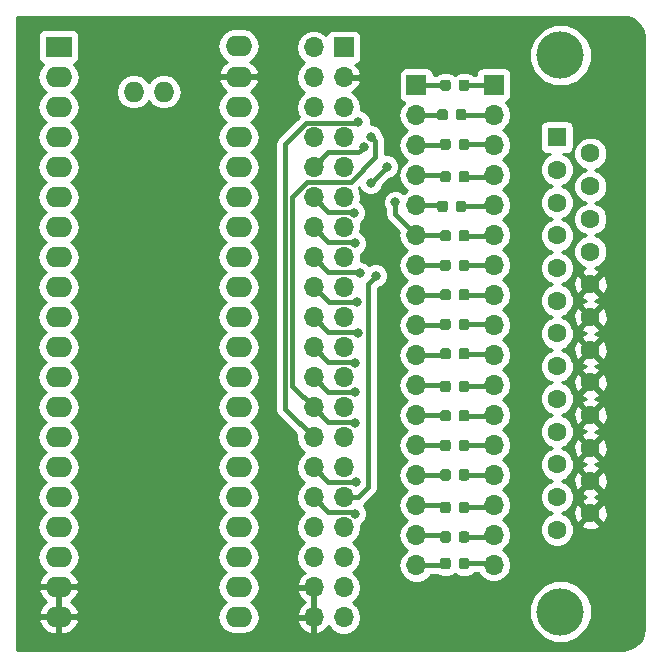
<source format=gbr>
G04 #@! TF.GenerationSoftware,KiCad,Pcbnew,(5.0.2)-1*
G04 #@! TF.CreationDate,2020-03-04T17:01:10+02:00*
G04 #@! TF.ProjectId,GrblCnc3040,4772626c-436e-4633-9330-34302e6b6963,rev?*
G04 #@! TF.SameCoordinates,Original*
G04 #@! TF.FileFunction,Copper,L2,Bot*
G04 #@! TF.FilePolarity,Positive*
%FSLAX46Y46*%
G04 Gerber Fmt 4.6, Leading zero omitted, Abs format (unit mm)*
G04 Created by KiCad (PCBNEW (5.0.2)-1) date 3/4/2020 5:01:10 PM*
%MOMM*%
%LPD*%
G01*
G04 APERTURE LIST*
G04 #@! TA.AperFunction,ComponentPad*
%ADD10O,1.727200X1.727200*%
G04 #@! TD*
G04 #@! TA.AperFunction,ComponentPad*
%ADD11O,2.250000X1.727200*%
G04 #@! TD*
G04 #@! TA.AperFunction,ComponentPad*
%ADD12R,2.250000X1.727200*%
G04 #@! TD*
G04 #@! TA.AperFunction,Conductor*
%ADD13C,0.100000*%
G04 #@! TD*
G04 #@! TA.AperFunction,SMDPad,CuDef*
%ADD14C,0.875000*%
G04 #@! TD*
G04 #@! TA.AperFunction,ComponentPad*
%ADD15R,1.600000X1.600000*%
G04 #@! TD*
G04 #@! TA.AperFunction,ComponentPad*
%ADD16C,1.600000*%
G04 #@! TD*
G04 #@! TA.AperFunction,ComponentPad*
%ADD17C,4.000000*%
G04 #@! TD*
G04 #@! TA.AperFunction,ComponentPad*
%ADD18R,1.700000X1.700000*%
G04 #@! TD*
G04 #@! TA.AperFunction,ComponentPad*
%ADD19O,1.700000X1.700000*%
G04 #@! TD*
G04 #@! TA.AperFunction,ViaPad*
%ADD20C,0.800000*%
G04 #@! TD*
G04 #@! TA.AperFunction,Conductor*
%ADD21C,0.400000*%
G04 #@! TD*
G04 #@! TA.AperFunction,Conductor*
%ADD22C,0.254000*%
G04 #@! TD*
G04 APERTURE END LIST*
D10*
G04 #@! TO.P,U1,42*
G04 #@! TO.N,N/C*
X186065000Y-54559200D03*
G04 #@! TO.P,U1,41*
X188605000Y-54559200D03*
D11*
G04 #@! TO.P,U1,40*
G04 #@! TO.N,+3V3*
X194945000Y-50698400D03*
G04 #@! TO.P,U1,39*
G04 #@! TO.N,GND*
X194945000Y-53289200D03*
G04 #@! TO.P,U1,38*
G04 #@! TO.N,+5V*
X194945000Y-55829200D03*
G04 #@! TO.P,U1,37*
G04 #@! TO.N,/AUX*
X194945000Y-58369200D03*
G04 #@! TO.P,U1,36*
G04 #@! TO.N,/ESTOP*
X194945000Y-60909200D03*
G04 #@! TO.P,U1,35*
G04 #@! TO.N,/TX1*
X194945000Y-63449200D03*
G04 #@! TO.P,U1,34*
G04 #@! TO.N,/RX1*
X194945000Y-65989200D03*
G04 #@! TO.P,U1,33*
G04 #@! TO.N,/RESET*
X194945000Y-68529200D03*
G04 #@! TO.P,U1,32*
G04 #@! TO.N,/MIST*
X194945000Y-71069200D03*
G04 #@! TO.P,U1,31*
G04 #@! TO.N,/FLOOD*
X194945000Y-73609200D03*
G04 #@! TO.P,U1,30*
G04 #@! TO.N,/RPMCNT*
X194945000Y-76149200D03*
G04 #@! TO.P,U1,29*
G04 #@! TO.N,/USB-*
X194945000Y-78689200D03*
G04 #@! TO.P,U1,28*
G04 #@! TO.N,/USB+*
X194945000Y-81229200D03*
G04 #@! TO.P,U1,27*
G04 #@! TO.N,/BDIR*
X194945000Y-83769200D03*
G04 #@! TO.P,U1,26*
G04 #@! TO.N,/BSTEP*
X194945000Y-86309200D03*
G04 #@! TO.P,U1,25*
G04 #@! TO.N,/SPINPWM*
X194945000Y-88849200D03*
G04 #@! TO.P,U1,24*
G04 #@! TO.N,/CYCLESTART*
X194945000Y-91389200D03*
G04 #@! TO.P,U1,23*
G04 #@! TO.N,/FEEDHOLD*
X194945000Y-93929200D03*
G04 #@! TO.P,U1,22*
G04 #@! TO.N,/PROBE*
X194945000Y-96469200D03*
G04 #@! TO.P,U1,21*
G04 #@! TO.N,/ZLIMIT*
X194945000Y-99009200D03*
G04 #@! TO.P,U1,20*
G04 #@! TO.N,GND*
X179705000Y-99009200D03*
G04 #@! TO.P,U1,19*
X179705000Y-96469200D03*
G04 #@! TO.P,U1,18*
G04 #@! TO.N,+3V3*
X179705000Y-93929200D03*
G04 #@! TO.P,U1,17*
G04 #@! TO.N,/CHIP_RST*
X179705000Y-91389200D03*
G04 #@! TO.P,U1,16*
G04 #@! TO.N,/YLIMIT*
X179705000Y-88849200D03*
G04 #@! TO.P,U1,15*
G04 #@! TO.N,/XLIMIT*
X179705000Y-86309200D03*
G04 #@! TO.P,U1,14*
G04 #@! TO.N,/SPINEN*
X179705000Y-83769200D03*
G04 #@! TO.P,U1,13*
G04 #@! TO.N,/SPINDIR*
X179705000Y-81229200D03*
G04 #@! TO.P,U1,12*
G04 #@! TO.N,/ADIR*
X179705000Y-78689200D03*
G04 #@! TO.P,U1,11*
G04 #@! TO.N,/ASTEP*
X179705000Y-76149200D03*
G04 #@! TO.P,U1,10*
G04 #@! TO.N,/ZDIR*
X179705000Y-73609200D03*
G04 #@! TO.P,U1,9*
G04 #@! TO.N,/ZSTEP*
X179705000Y-71069200D03*
G04 #@! TO.P,U1,8*
G04 #@! TO.N,/YDIR*
X179705000Y-68529200D03*
G04 #@! TO.P,U1,7*
G04 #@! TO.N,/YSTEP*
X179705000Y-65989200D03*
G04 #@! TO.P,U1,6*
G04 #@! TO.N,/XDIR*
X179705000Y-63449200D03*
G04 #@! TO.P,U1,5*
G04 #@! TO.N,/XSTEP*
X179705000Y-60909200D03*
G04 #@! TO.P,U1,4*
G04 #@! TO.N,/PC15*
X179705000Y-58369200D03*
G04 #@! TO.P,U1,3*
G04 #@! TO.N,/PC14*
X179705000Y-55829200D03*
G04 #@! TO.P,U1,2*
G04 #@! TO.N,/PC13*
X179705000Y-53289200D03*
D12*
G04 #@! TO.P,U1,1*
G04 #@! TO.N,/VBAT*
X179705000Y-50749200D03*
G04 #@! TD*
D13*
G04 #@! TO.N,Net-(J1-Pad1)*
G04 #@! TO.C,R1*
G36*
X214277691Y-53526053D02*
X214298926Y-53529203D01*
X214319750Y-53534419D01*
X214339962Y-53541651D01*
X214359368Y-53550830D01*
X214377781Y-53561866D01*
X214395024Y-53574654D01*
X214410930Y-53589070D01*
X214425346Y-53604976D01*
X214438134Y-53622219D01*
X214449170Y-53640632D01*
X214458349Y-53660038D01*
X214465581Y-53680250D01*
X214470797Y-53701074D01*
X214473947Y-53722309D01*
X214475000Y-53743750D01*
X214475000Y-54256250D01*
X214473947Y-54277691D01*
X214470797Y-54298926D01*
X214465581Y-54319750D01*
X214458349Y-54339962D01*
X214449170Y-54359368D01*
X214438134Y-54377781D01*
X214425346Y-54395024D01*
X214410930Y-54410930D01*
X214395024Y-54425346D01*
X214377781Y-54438134D01*
X214359368Y-54449170D01*
X214339962Y-54458349D01*
X214319750Y-54465581D01*
X214298926Y-54470797D01*
X214277691Y-54473947D01*
X214256250Y-54475000D01*
X213818750Y-54475000D01*
X213797309Y-54473947D01*
X213776074Y-54470797D01*
X213755250Y-54465581D01*
X213735038Y-54458349D01*
X213715632Y-54449170D01*
X213697219Y-54438134D01*
X213679976Y-54425346D01*
X213664070Y-54410930D01*
X213649654Y-54395024D01*
X213636866Y-54377781D01*
X213625830Y-54359368D01*
X213616651Y-54339962D01*
X213609419Y-54319750D01*
X213604203Y-54298926D01*
X213601053Y-54277691D01*
X213600000Y-54256250D01*
X213600000Y-53743750D01*
X213601053Y-53722309D01*
X213604203Y-53701074D01*
X213609419Y-53680250D01*
X213616651Y-53660038D01*
X213625830Y-53640632D01*
X213636866Y-53622219D01*
X213649654Y-53604976D01*
X213664070Y-53589070D01*
X213679976Y-53574654D01*
X213697219Y-53561866D01*
X213715632Y-53550830D01*
X213735038Y-53541651D01*
X213755250Y-53534419D01*
X213776074Y-53529203D01*
X213797309Y-53526053D01*
X213818750Y-53525000D01*
X214256250Y-53525000D01*
X214277691Y-53526053D01*
X214277691Y-53526053D01*
G37*
D14*
G04 #@! TD*
G04 #@! TO.P,R1,1*
G04 #@! TO.N,Net-(J1-Pad1)*
X214037500Y-54000000D03*
D13*
G04 #@! TO.N,/SPINEN*
G04 #@! TO.C,R1*
G36*
X212702691Y-53526053D02*
X212723926Y-53529203D01*
X212744750Y-53534419D01*
X212764962Y-53541651D01*
X212784368Y-53550830D01*
X212802781Y-53561866D01*
X212820024Y-53574654D01*
X212835930Y-53589070D01*
X212850346Y-53604976D01*
X212863134Y-53622219D01*
X212874170Y-53640632D01*
X212883349Y-53660038D01*
X212890581Y-53680250D01*
X212895797Y-53701074D01*
X212898947Y-53722309D01*
X212900000Y-53743750D01*
X212900000Y-54256250D01*
X212898947Y-54277691D01*
X212895797Y-54298926D01*
X212890581Y-54319750D01*
X212883349Y-54339962D01*
X212874170Y-54359368D01*
X212863134Y-54377781D01*
X212850346Y-54395024D01*
X212835930Y-54410930D01*
X212820024Y-54425346D01*
X212802781Y-54438134D01*
X212784368Y-54449170D01*
X212764962Y-54458349D01*
X212744750Y-54465581D01*
X212723926Y-54470797D01*
X212702691Y-54473947D01*
X212681250Y-54475000D01*
X212243750Y-54475000D01*
X212222309Y-54473947D01*
X212201074Y-54470797D01*
X212180250Y-54465581D01*
X212160038Y-54458349D01*
X212140632Y-54449170D01*
X212122219Y-54438134D01*
X212104976Y-54425346D01*
X212089070Y-54410930D01*
X212074654Y-54395024D01*
X212061866Y-54377781D01*
X212050830Y-54359368D01*
X212041651Y-54339962D01*
X212034419Y-54319750D01*
X212029203Y-54298926D01*
X212026053Y-54277691D01*
X212025000Y-54256250D01*
X212025000Y-53743750D01*
X212026053Y-53722309D01*
X212029203Y-53701074D01*
X212034419Y-53680250D01*
X212041651Y-53660038D01*
X212050830Y-53640632D01*
X212061866Y-53622219D01*
X212074654Y-53604976D01*
X212089070Y-53589070D01*
X212104976Y-53574654D01*
X212122219Y-53561866D01*
X212140632Y-53550830D01*
X212160038Y-53541651D01*
X212180250Y-53534419D01*
X212201074Y-53529203D01*
X212222309Y-53526053D01*
X212243750Y-53525000D01*
X212681250Y-53525000D01*
X212702691Y-53526053D01*
X212702691Y-53526053D01*
G37*
D14*
G04 #@! TD*
G04 #@! TO.P,R1,2*
G04 #@! TO.N,/SPINEN*
X212462500Y-54000000D03*
D13*
G04 #@! TO.N,/XSTEP*
G04 #@! TO.C,R2*
G36*
X212702691Y-58526053D02*
X212723926Y-58529203D01*
X212744750Y-58534419D01*
X212764962Y-58541651D01*
X212784368Y-58550830D01*
X212802781Y-58561866D01*
X212820024Y-58574654D01*
X212835930Y-58589070D01*
X212850346Y-58604976D01*
X212863134Y-58622219D01*
X212874170Y-58640632D01*
X212883349Y-58660038D01*
X212890581Y-58680250D01*
X212895797Y-58701074D01*
X212898947Y-58722309D01*
X212900000Y-58743750D01*
X212900000Y-59256250D01*
X212898947Y-59277691D01*
X212895797Y-59298926D01*
X212890581Y-59319750D01*
X212883349Y-59339962D01*
X212874170Y-59359368D01*
X212863134Y-59377781D01*
X212850346Y-59395024D01*
X212835930Y-59410930D01*
X212820024Y-59425346D01*
X212802781Y-59438134D01*
X212784368Y-59449170D01*
X212764962Y-59458349D01*
X212744750Y-59465581D01*
X212723926Y-59470797D01*
X212702691Y-59473947D01*
X212681250Y-59475000D01*
X212243750Y-59475000D01*
X212222309Y-59473947D01*
X212201074Y-59470797D01*
X212180250Y-59465581D01*
X212160038Y-59458349D01*
X212140632Y-59449170D01*
X212122219Y-59438134D01*
X212104976Y-59425346D01*
X212089070Y-59410930D01*
X212074654Y-59395024D01*
X212061866Y-59377781D01*
X212050830Y-59359368D01*
X212041651Y-59339962D01*
X212034419Y-59319750D01*
X212029203Y-59298926D01*
X212026053Y-59277691D01*
X212025000Y-59256250D01*
X212025000Y-58743750D01*
X212026053Y-58722309D01*
X212029203Y-58701074D01*
X212034419Y-58680250D01*
X212041651Y-58660038D01*
X212050830Y-58640632D01*
X212061866Y-58622219D01*
X212074654Y-58604976D01*
X212089070Y-58589070D01*
X212104976Y-58574654D01*
X212122219Y-58561866D01*
X212140632Y-58550830D01*
X212160038Y-58541651D01*
X212180250Y-58534419D01*
X212201074Y-58529203D01*
X212222309Y-58526053D01*
X212243750Y-58525000D01*
X212681250Y-58525000D01*
X212702691Y-58526053D01*
X212702691Y-58526053D01*
G37*
D14*
G04 #@! TD*
G04 #@! TO.P,R2,2*
G04 #@! TO.N,/XSTEP*
X212462500Y-59000000D03*
D13*
G04 #@! TO.N,Net-(J1-Pad2)*
G04 #@! TO.C,R2*
G36*
X214277691Y-58526053D02*
X214298926Y-58529203D01*
X214319750Y-58534419D01*
X214339962Y-58541651D01*
X214359368Y-58550830D01*
X214377781Y-58561866D01*
X214395024Y-58574654D01*
X214410930Y-58589070D01*
X214425346Y-58604976D01*
X214438134Y-58622219D01*
X214449170Y-58640632D01*
X214458349Y-58660038D01*
X214465581Y-58680250D01*
X214470797Y-58701074D01*
X214473947Y-58722309D01*
X214475000Y-58743750D01*
X214475000Y-59256250D01*
X214473947Y-59277691D01*
X214470797Y-59298926D01*
X214465581Y-59319750D01*
X214458349Y-59339962D01*
X214449170Y-59359368D01*
X214438134Y-59377781D01*
X214425346Y-59395024D01*
X214410930Y-59410930D01*
X214395024Y-59425346D01*
X214377781Y-59438134D01*
X214359368Y-59449170D01*
X214339962Y-59458349D01*
X214319750Y-59465581D01*
X214298926Y-59470797D01*
X214277691Y-59473947D01*
X214256250Y-59475000D01*
X213818750Y-59475000D01*
X213797309Y-59473947D01*
X213776074Y-59470797D01*
X213755250Y-59465581D01*
X213735038Y-59458349D01*
X213715632Y-59449170D01*
X213697219Y-59438134D01*
X213679976Y-59425346D01*
X213664070Y-59410930D01*
X213649654Y-59395024D01*
X213636866Y-59377781D01*
X213625830Y-59359368D01*
X213616651Y-59339962D01*
X213609419Y-59319750D01*
X213604203Y-59298926D01*
X213601053Y-59277691D01*
X213600000Y-59256250D01*
X213600000Y-58743750D01*
X213601053Y-58722309D01*
X213604203Y-58701074D01*
X213609419Y-58680250D01*
X213616651Y-58660038D01*
X213625830Y-58640632D01*
X213636866Y-58622219D01*
X213649654Y-58604976D01*
X213664070Y-58589070D01*
X213679976Y-58574654D01*
X213697219Y-58561866D01*
X213715632Y-58550830D01*
X213735038Y-58541651D01*
X213755250Y-58534419D01*
X213776074Y-58529203D01*
X213797309Y-58526053D01*
X213818750Y-58525000D01*
X214256250Y-58525000D01*
X214277691Y-58526053D01*
X214277691Y-58526053D01*
G37*
D14*
G04 #@! TD*
G04 #@! TO.P,R2,1*
G04 #@! TO.N,Net-(J1-Pad2)*
X214037500Y-59000000D03*
D13*
G04 #@! TO.N,Net-(J1-Pad3)*
G04 #@! TO.C,R3*
G36*
X214027691Y-63776053D02*
X214048926Y-63779203D01*
X214069750Y-63784419D01*
X214089962Y-63791651D01*
X214109368Y-63800830D01*
X214127781Y-63811866D01*
X214145024Y-63824654D01*
X214160930Y-63839070D01*
X214175346Y-63854976D01*
X214188134Y-63872219D01*
X214199170Y-63890632D01*
X214208349Y-63910038D01*
X214215581Y-63930250D01*
X214220797Y-63951074D01*
X214223947Y-63972309D01*
X214225000Y-63993750D01*
X214225000Y-64506250D01*
X214223947Y-64527691D01*
X214220797Y-64548926D01*
X214215581Y-64569750D01*
X214208349Y-64589962D01*
X214199170Y-64609368D01*
X214188134Y-64627781D01*
X214175346Y-64645024D01*
X214160930Y-64660930D01*
X214145024Y-64675346D01*
X214127781Y-64688134D01*
X214109368Y-64699170D01*
X214089962Y-64708349D01*
X214069750Y-64715581D01*
X214048926Y-64720797D01*
X214027691Y-64723947D01*
X214006250Y-64725000D01*
X213568750Y-64725000D01*
X213547309Y-64723947D01*
X213526074Y-64720797D01*
X213505250Y-64715581D01*
X213485038Y-64708349D01*
X213465632Y-64699170D01*
X213447219Y-64688134D01*
X213429976Y-64675346D01*
X213414070Y-64660930D01*
X213399654Y-64645024D01*
X213386866Y-64627781D01*
X213375830Y-64609368D01*
X213366651Y-64589962D01*
X213359419Y-64569750D01*
X213354203Y-64548926D01*
X213351053Y-64527691D01*
X213350000Y-64506250D01*
X213350000Y-63993750D01*
X213351053Y-63972309D01*
X213354203Y-63951074D01*
X213359419Y-63930250D01*
X213366651Y-63910038D01*
X213375830Y-63890632D01*
X213386866Y-63872219D01*
X213399654Y-63854976D01*
X213414070Y-63839070D01*
X213429976Y-63824654D01*
X213447219Y-63811866D01*
X213465632Y-63800830D01*
X213485038Y-63791651D01*
X213505250Y-63784419D01*
X213526074Y-63779203D01*
X213547309Y-63776053D01*
X213568750Y-63775000D01*
X214006250Y-63775000D01*
X214027691Y-63776053D01*
X214027691Y-63776053D01*
G37*
D14*
G04 #@! TD*
G04 #@! TO.P,R3,1*
G04 #@! TO.N,Net-(J1-Pad3)*
X213787500Y-64250000D03*
D13*
G04 #@! TO.N,/XDIR*
G04 #@! TO.C,R3*
G36*
X212452691Y-63776053D02*
X212473926Y-63779203D01*
X212494750Y-63784419D01*
X212514962Y-63791651D01*
X212534368Y-63800830D01*
X212552781Y-63811866D01*
X212570024Y-63824654D01*
X212585930Y-63839070D01*
X212600346Y-63854976D01*
X212613134Y-63872219D01*
X212624170Y-63890632D01*
X212633349Y-63910038D01*
X212640581Y-63930250D01*
X212645797Y-63951074D01*
X212648947Y-63972309D01*
X212650000Y-63993750D01*
X212650000Y-64506250D01*
X212648947Y-64527691D01*
X212645797Y-64548926D01*
X212640581Y-64569750D01*
X212633349Y-64589962D01*
X212624170Y-64609368D01*
X212613134Y-64627781D01*
X212600346Y-64645024D01*
X212585930Y-64660930D01*
X212570024Y-64675346D01*
X212552781Y-64688134D01*
X212534368Y-64699170D01*
X212514962Y-64708349D01*
X212494750Y-64715581D01*
X212473926Y-64720797D01*
X212452691Y-64723947D01*
X212431250Y-64725000D01*
X211993750Y-64725000D01*
X211972309Y-64723947D01*
X211951074Y-64720797D01*
X211930250Y-64715581D01*
X211910038Y-64708349D01*
X211890632Y-64699170D01*
X211872219Y-64688134D01*
X211854976Y-64675346D01*
X211839070Y-64660930D01*
X211824654Y-64645024D01*
X211811866Y-64627781D01*
X211800830Y-64609368D01*
X211791651Y-64589962D01*
X211784419Y-64569750D01*
X211779203Y-64548926D01*
X211776053Y-64527691D01*
X211775000Y-64506250D01*
X211775000Y-63993750D01*
X211776053Y-63972309D01*
X211779203Y-63951074D01*
X211784419Y-63930250D01*
X211791651Y-63910038D01*
X211800830Y-63890632D01*
X211811866Y-63872219D01*
X211824654Y-63854976D01*
X211839070Y-63839070D01*
X211854976Y-63824654D01*
X211872219Y-63811866D01*
X211890632Y-63800830D01*
X211910038Y-63791651D01*
X211930250Y-63784419D01*
X211951074Y-63779203D01*
X211972309Y-63776053D01*
X211993750Y-63775000D01*
X212431250Y-63775000D01*
X212452691Y-63776053D01*
X212452691Y-63776053D01*
G37*
D14*
G04 #@! TD*
G04 #@! TO.P,R3,2*
G04 #@! TO.N,/XDIR*
X212212500Y-64250000D03*
D13*
G04 #@! TO.N,/YSTEP*
G04 #@! TO.C,R4*
G36*
X212702691Y-68776053D02*
X212723926Y-68779203D01*
X212744750Y-68784419D01*
X212764962Y-68791651D01*
X212784368Y-68800830D01*
X212802781Y-68811866D01*
X212820024Y-68824654D01*
X212835930Y-68839070D01*
X212850346Y-68854976D01*
X212863134Y-68872219D01*
X212874170Y-68890632D01*
X212883349Y-68910038D01*
X212890581Y-68930250D01*
X212895797Y-68951074D01*
X212898947Y-68972309D01*
X212900000Y-68993750D01*
X212900000Y-69506250D01*
X212898947Y-69527691D01*
X212895797Y-69548926D01*
X212890581Y-69569750D01*
X212883349Y-69589962D01*
X212874170Y-69609368D01*
X212863134Y-69627781D01*
X212850346Y-69645024D01*
X212835930Y-69660930D01*
X212820024Y-69675346D01*
X212802781Y-69688134D01*
X212784368Y-69699170D01*
X212764962Y-69708349D01*
X212744750Y-69715581D01*
X212723926Y-69720797D01*
X212702691Y-69723947D01*
X212681250Y-69725000D01*
X212243750Y-69725000D01*
X212222309Y-69723947D01*
X212201074Y-69720797D01*
X212180250Y-69715581D01*
X212160038Y-69708349D01*
X212140632Y-69699170D01*
X212122219Y-69688134D01*
X212104976Y-69675346D01*
X212089070Y-69660930D01*
X212074654Y-69645024D01*
X212061866Y-69627781D01*
X212050830Y-69609368D01*
X212041651Y-69589962D01*
X212034419Y-69569750D01*
X212029203Y-69548926D01*
X212026053Y-69527691D01*
X212025000Y-69506250D01*
X212025000Y-68993750D01*
X212026053Y-68972309D01*
X212029203Y-68951074D01*
X212034419Y-68930250D01*
X212041651Y-68910038D01*
X212050830Y-68890632D01*
X212061866Y-68872219D01*
X212074654Y-68854976D01*
X212089070Y-68839070D01*
X212104976Y-68824654D01*
X212122219Y-68811866D01*
X212140632Y-68800830D01*
X212160038Y-68791651D01*
X212180250Y-68784419D01*
X212201074Y-68779203D01*
X212222309Y-68776053D01*
X212243750Y-68775000D01*
X212681250Y-68775000D01*
X212702691Y-68776053D01*
X212702691Y-68776053D01*
G37*
D14*
G04 #@! TD*
G04 #@! TO.P,R4,2*
G04 #@! TO.N,/YSTEP*
X212462500Y-69250000D03*
D13*
G04 #@! TO.N,Net-(J1-Pad4)*
G04 #@! TO.C,R4*
G36*
X214277691Y-68776053D02*
X214298926Y-68779203D01*
X214319750Y-68784419D01*
X214339962Y-68791651D01*
X214359368Y-68800830D01*
X214377781Y-68811866D01*
X214395024Y-68824654D01*
X214410930Y-68839070D01*
X214425346Y-68854976D01*
X214438134Y-68872219D01*
X214449170Y-68890632D01*
X214458349Y-68910038D01*
X214465581Y-68930250D01*
X214470797Y-68951074D01*
X214473947Y-68972309D01*
X214475000Y-68993750D01*
X214475000Y-69506250D01*
X214473947Y-69527691D01*
X214470797Y-69548926D01*
X214465581Y-69569750D01*
X214458349Y-69589962D01*
X214449170Y-69609368D01*
X214438134Y-69627781D01*
X214425346Y-69645024D01*
X214410930Y-69660930D01*
X214395024Y-69675346D01*
X214377781Y-69688134D01*
X214359368Y-69699170D01*
X214339962Y-69708349D01*
X214319750Y-69715581D01*
X214298926Y-69720797D01*
X214277691Y-69723947D01*
X214256250Y-69725000D01*
X213818750Y-69725000D01*
X213797309Y-69723947D01*
X213776074Y-69720797D01*
X213755250Y-69715581D01*
X213735038Y-69708349D01*
X213715632Y-69699170D01*
X213697219Y-69688134D01*
X213679976Y-69675346D01*
X213664070Y-69660930D01*
X213649654Y-69645024D01*
X213636866Y-69627781D01*
X213625830Y-69609368D01*
X213616651Y-69589962D01*
X213609419Y-69569750D01*
X213604203Y-69548926D01*
X213601053Y-69527691D01*
X213600000Y-69506250D01*
X213600000Y-68993750D01*
X213601053Y-68972309D01*
X213604203Y-68951074D01*
X213609419Y-68930250D01*
X213616651Y-68910038D01*
X213625830Y-68890632D01*
X213636866Y-68872219D01*
X213649654Y-68854976D01*
X213664070Y-68839070D01*
X213679976Y-68824654D01*
X213697219Y-68811866D01*
X213715632Y-68800830D01*
X213735038Y-68791651D01*
X213755250Y-68784419D01*
X213776074Y-68779203D01*
X213797309Y-68776053D01*
X213818750Y-68775000D01*
X214256250Y-68775000D01*
X214277691Y-68776053D01*
X214277691Y-68776053D01*
G37*
D14*
G04 #@! TD*
G04 #@! TO.P,R4,1*
G04 #@! TO.N,Net-(J1-Pad4)*
X214037500Y-69250000D03*
D13*
G04 #@! TO.N,Net-(J1-Pad5)*
G04 #@! TO.C,R5*
G36*
X214277691Y-73776053D02*
X214298926Y-73779203D01*
X214319750Y-73784419D01*
X214339962Y-73791651D01*
X214359368Y-73800830D01*
X214377781Y-73811866D01*
X214395024Y-73824654D01*
X214410930Y-73839070D01*
X214425346Y-73854976D01*
X214438134Y-73872219D01*
X214449170Y-73890632D01*
X214458349Y-73910038D01*
X214465581Y-73930250D01*
X214470797Y-73951074D01*
X214473947Y-73972309D01*
X214475000Y-73993750D01*
X214475000Y-74506250D01*
X214473947Y-74527691D01*
X214470797Y-74548926D01*
X214465581Y-74569750D01*
X214458349Y-74589962D01*
X214449170Y-74609368D01*
X214438134Y-74627781D01*
X214425346Y-74645024D01*
X214410930Y-74660930D01*
X214395024Y-74675346D01*
X214377781Y-74688134D01*
X214359368Y-74699170D01*
X214339962Y-74708349D01*
X214319750Y-74715581D01*
X214298926Y-74720797D01*
X214277691Y-74723947D01*
X214256250Y-74725000D01*
X213818750Y-74725000D01*
X213797309Y-74723947D01*
X213776074Y-74720797D01*
X213755250Y-74715581D01*
X213735038Y-74708349D01*
X213715632Y-74699170D01*
X213697219Y-74688134D01*
X213679976Y-74675346D01*
X213664070Y-74660930D01*
X213649654Y-74645024D01*
X213636866Y-74627781D01*
X213625830Y-74609368D01*
X213616651Y-74589962D01*
X213609419Y-74569750D01*
X213604203Y-74548926D01*
X213601053Y-74527691D01*
X213600000Y-74506250D01*
X213600000Y-73993750D01*
X213601053Y-73972309D01*
X213604203Y-73951074D01*
X213609419Y-73930250D01*
X213616651Y-73910038D01*
X213625830Y-73890632D01*
X213636866Y-73872219D01*
X213649654Y-73854976D01*
X213664070Y-73839070D01*
X213679976Y-73824654D01*
X213697219Y-73811866D01*
X213715632Y-73800830D01*
X213735038Y-73791651D01*
X213755250Y-73784419D01*
X213776074Y-73779203D01*
X213797309Y-73776053D01*
X213818750Y-73775000D01*
X214256250Y-73775000D01*
X214277691Y-73776053D01*
X214277691Y-73776053D01*
G37*
D14*
G04 #@! TD*
G04 #@! TO.P,R5,1*
G04 #@! TO.N,Net-(J1-Pad5)*
X214037500Y-74250000D03*
D13*
G04 #@! TO.N,/YDIR*
G04 #@! TO.C,R5*
G36*
X212702691Y-73776053D02*
X212723926Y-73779203D01*
X212744750Y-73784419D01*
X212764962Y-73791651D01*
X212784368Y-73800830D01*
X212802781Y-73811866D01*
X212820024Y-73824654D01*
X212835930Y-73839070D01*
X212850346Y-73854976D01*
X212863134Y-73872219D01*
X212874170Y-73890632D01*
X212883349Y-73910038D01*
X212890581Y-73930250D01*
X212895797Y-73951074D01*
X212898947Y-73972309D01*
X212900000Y-73993750D01*
X212900000Y-74506250D01*
X212898947Y-74527691D01*
X212895797Y-74548926D01*
X212890581Y-74569750D01*
X212883349Y-74589962D01*
X212874170Y-74609368D01*
X212863134Y-74627781D01*
X212850346Y-74645024D01*
X212835930Y-74660930D01*
X212820024Y-74675346D01*
X212802781Y-74688134D01*
X212784368Y-74699170D01*
X212764962Y-74708349D01*
X212744750Y-74715581D01*
X212723926Y-74720797D01*
X212702691Y-74723947D01*
X212681250Y-74725000D01*
X212243750Y-74725000D01*
X212222309Y-74723947D01*
X212201074Y-74720797D01*
X212180250Y-74715581D01*
X212160038Y-74708349D01*
X212140632Y-74699170D01*
X212122219Y-74688134D01*
X212104976Y-74675346D01*
X212089070Y-74660930D01*
X212074654Y-74645024D01*
X212061866Y-74627781D01*
X212050830Y-74609368D01*
X212041651Y-74589962D01*
X212034419Y-74569750D01*
X212029203Y-74548926D01*
X212026053Y-74527691D01*
X212025000Y-74506250D01*
X212025000Y-73993750D01*
X212026053Y-73972309D01*
X212029203Y-73951074D01*
X212034419Y-73930250D01*
X212041651Y-73910038D01*
X212050830Y-73890632D01*
X212061866Y-73872219D01*
X212074654Y-73854976D01*
X212089070Y-73839070D01*
X212104976Y-73824654D01*
X212122219Y-73811866D01*
X212140632Y-73800830D01*
X212160038Y-73791651D01*
X212180250Y-73784419D01*
X212201074Y-73779203D01*
X212222309Y-73776053D01*
X212243750Y-73775000D01*
X212681250Y-73775000D01*
X212702691Y-73776053D01*
X212702691Y-73776053D01*
G37*
D14*
G04 #@! TD*
G04 #@! TO.P,R5,2*
G04 #@! TO.N,/YDIR*
X212462500Y-74250000D03*
D13*
G04 #@! TO.N,/ZSTEP*
G04 #@! TO.C,R6*
G36*
X212702691Y-76276053D02*
X212723926Y-76279203D01*
X212744750Y-76284419D01*
X212764962Y-76291651D01*
X212784368Y-76300830D01*
X212802781Y-76311866D01*
X212820024Y-76324654D01*
X212835930Y-76339070D01*
X212850346Y-76354976D01*
X212863134Y-76372219D01*
X212874170Y-76390632D01*
X212883349Y-76410038D01*
X212890581Y-76430250D01*
X212895797Y-76451074D01*
X212898947Y-76472309D01*
X212900000Y-76493750D01*
X212900000Y-77006250D01*
X212898947Y-77027691D01*
X212895797Y-77048926D01*
X212890581Y-77069750D01*
X212883349Y-77089962D01*
X212874170Y-77109368D01*
X212863134Y-77127781D01*
X212850346Y-77145024D01*
X212835930Y-77160930D01*
X212820024Y-77175346D01*
X212802781Y-77188134D01*
X212784368Y-77199170D01*
X212764962Y-77208349D01*
X212744750Y-77215581D01*
X212723926Y-77220797D01*
X212702691Y-77223947D01*
X212681250Y-77225000D01*
X212243750Y-77225000D01*
X212222309Y-77223947D01*
X212201074Y-77220797D01*
X212180250Y-77215581D01*
X212160038Y-77208349D01*
X212140632Y-77199170D01*
X212122219Y-77188134D01*
X212104976Y-77175346D01*
X212089070Y-77160930D01*
X212074654Y-77145024D01*
X212061866Y-77127781D01*
X212050830Y-77109368D01*
X212041651Y-77089962D01*
X212034419Y-77069750D01*
X212029203Y-77048926D01*
X212026053Y-77027691D01*
X212025000Y-77006250D01*
X212025000Y-76493750D01*
X212026053Y-76472309D01*
X212029203Y-76451074D01*
X212034419Y-76430250D01*
X212041651Y-76410038D01*
X212050830Y-76390632D01*
X212061866Y-76372219D01*
X212074654Y-76354976D01*
X212089070Y-76339070D01*
X212104976Y-76324654D01*
X212122219Y-76311866D01*
X212140632Y-76300830D01*
X212160038Y-76291651D01*
X212180250Y-76284419D01*
X212201074Y-76279203D01*
X212222309Y-76276053D01*
X212243750Y-76275000D01*
X212681250Y-76275000D01*
X212702691Y-76276053D01*
X212702691Y-76276053D01*
G37*
D14*
G04 #@! TD*
G04 #@! TO.P,R6,2*
G04 #@! TO.N,/ZSTEP*
X212462500Y-76750000D03*
D13*
G04 #@! TO.N,Net-(J1-Pad6)*
G04 #@! TO.C,R6*
G36*
X214277691Y-76276053D02*
X214298926Y-76279203D01*
X214319750Y-76284419D01*
X214339962Y-76291651D01*
X214359368Y-76300830D01*
X214377781Y-76311866D01*
X214395024Y-76324654D01*
X214410930Y-76339070D01*
X214425346Y-76354976D01*
X214438134Y-76372219D01*
X214449170Y-76390632D01*
X214458349Y-76410038D01*
X214465581Y-76430250D01*
X214470797Y-76451074D01*
X214473947Y-76472309D01*
X214475000Y-76493750D01*
X214475000Y-77006250D01*
X214473947Y-77027691D01*
X214470797Y-77048926D01*
X214465581Y-77069750D01*
X214458349Y-77089962D01*
X214449170Y-77109368D01*
X214438134Y-77127781D01*
X214425346Y-77145024D01*
X214410930Y-77160930D01*
X214395024Y-77175346D01*
X214377781Y-77188134D01*
X214359368Y-77199170D01*
X214339962Y-77208349D01*
X214319750Y-77215581D01*
X214298926Y-77220797D01*
X214277691Y-77223947D01*
X214256250Y-77225000D01*
X213818750Y-77225000D01*
X213797309Y-77223947D01*
X213776074Y-77220797D01*
X213755250Y-77215581D01*
X213735038Y-77208349D01*
X213715632Y-77199170D01*
X213697219Y-77188134D01*
X213679976Y-77175346D01*
X213664070Y-77160930D01*
X213649654Y-77145024D01*
X213636866Y-77127781D01*
X213625830Y-77109368D01*
X213616651Y-77089962D01*
X213609419Y-77069750D01*
X213604203Y-77048926D01*
X213601053Y-77027691D01*
X213600000Y-77006250D01*
X213600000Y-76493750D01*
X213601053Y-76472309D01*
X213604203Y-76451074D01*
X213609419Y-76430250D01*
X213616651Y-76410038D01*
X213625830Y-76390632D01*
X213636866Y-76372219D01*
X213649654Y-76354976D01*
X213664070Y-76339070D01*
X213679976Y-76324654D01*
X213697219Y-76311866D01*
X213715632Y-76300830D01*
X213735038Y-76291651D01*
X213755250Y-76284419D01*
X213776074Y-76279203D01*
X213797309Y-76276053D01*
X213818750Y-76275000D01*
X214256250Y-76275000D01*
X214277691Y-76276053D01*
X214277691Y-76276053D01*
G37*
D14*
G04 #@! TD*
G04 #@! TO.P,R6,1*
G04 #@! TO.N,Net-(J1-Pad6)*
X214037500Y-76750000D03*
D13*
G04 #@! TO.N,Net-(J1-Pad7)*
G04 #@! TO.C,R7*
G36*
X214277691Y-79026053D02*
X214298926Y-79029203D01*
X214319750Y-79034419D01*
X214339962Y-79041651D01*
X214359368Y-79050830D01*
X214377781Y-79061866D01*
X214395024Y-79074654D01*
X214410930Y-79089070D01*
X214425346Y-79104976D01*
X214438134Y-79122219D01*
X214449170Y-79140632D01*
X214458349Y-79160038D01*
X214465581Y-79180250D01*
X214470797Y-79201074D01*
X214473947Y-79222309D01*
X214475000Y-79243750D01*
X214475000Y-79756250D01*
X214473947Y-79777691D01*
X214470797Y-79798926D01*
X214465581Y-79819750D01*
X214458349Y-79839962D01*
X214449170Y-79859368D01*
X214438134Y-79877781D01*
X214425346Y-79895024D01*
X214410930Y-79910930D01*
X214395024Y-79925346D01*
X214377781Y-79938134D01*
X214359368Y-79949170D01*
X214339962Y-79958349D01*
X214319750Y-79965581D01*
X214298926Y-79970797D01*
X214277691Y-79973947D01*
X214256250Y-79975000D01*
X213818750Y-79975000D01*
X213797309Y-79973947D01*
X213776074Y-79970797D01*
X213755250Y-79965581D01*
X213735038Y-79958349D01*
X213715632Y-79949170D01*
X213697219Y-79938134D01*
X213679976Y-79925346D01*
X213664070Y-79910930D01*
X213649654Y-79895024D01*
X213636866Y-79877781D01*
X213625830Y-79859368D01*
X213616651Y-79839962D01*
X213609419Y-79819750D01*
X213604203Y-79798926D01*
X213601053Y-79777691D01*
X213600000Y-79756250D01*
X213600000Y-79243750D01*
X213601053Y-79222309D01*
X213604203Y-79201074D01*
X213609419Y-79180250D01*
X213616651Y-79160038D01*
X213625830Y-79140632D01*
X213636866Y-79122219D01*
X213649654Y-79104976D01*
X213664070Y-79089070D01*
X213679976Y-79074654D01*
X213697219Y-79061866D01*
X213715632Y-79050830D01*
X213735038Y-79041651D01*
X213755250Y-79034419D01*
X213776074Y-79029203D01*
X213797309Y-79026053D01*
X213818750Y-79025000D01*
X214256250Y-79025000D01*
X214277691Y-79026053D01*
X214277691Y-79026053D01*
G37*
D14*
G04 #@! TD*
G04 #@! TO.P,R7,1*
G04 #@! TO.N,Net-(J1-Pad7)*
X214037500Y-79500000D03*
D13*
G04 #@! TO.N,/ZDIR*
G04 #@! TO.C,R7*
G36*
X212702691Y-79026053D02*
X212723926Y-79029203D01*
X212744750Y-79034419D01*
X212764962Y-79041651D01*
X212784368Y-79050830D01*
X212802781Y-79061866D01*
X212820024Y-79074654D01*
X212835930Y-79089070D01*
X212850346Y-79104976D01*
X212863134Y-79122219D01*
X212874170Y-79140632D01*
X212883349Y-79160038D01*
X212890581Y-79180250D01*
X212895797Y-79201074D01*
X212898947Y-79222309D01*
X212900000Y-79243750D01*
X212900000Y-79756250D01*
X212898947Y-79777691D01*
X212895797Y-79798926D01*
X212890581Y-79819750D01*
X212883349Y-79839962D01*
X212874170Y-79859368D01*
X212863134Y-79877781D01*
X212850346Y-79895024D01*
X212835930Y-79910930D01*
X212820024Y-79925346D01*
X212802781Y-79938134D01*
X212784368Y-79949170D01*
X212764962Y-79958349D01*
X212744750Y-79965581D01*
X212723926Y-79970797D01*
X212702691Y-79973947D01*
X212681250Y-79975000D01*
X212243750Y-79975000D01*
X212222309Y-79973947D01*
X212201074Y-79970797D01*
X212180250Y-79965581D01*
X212160038Y-79958349D01*
X212140632Y-79949170D01*
X212122219Y-79938134D01*
X212104976Y-79925346D01*
X212089070Y-79910930D01*
X212074654Y-79895024D01*
X212061866Y-79877781D01*
X212050830Y-79859368D01*
X212041651Y-79839962D01*
X212034419Y-79819750D01*
X212029203Y-79798926D01*
X212026053Y-79777691D01*
X212025000Y-79756250D01*
X212025000Y-79243750D01*
X212026053Y-79222309D01*
X212029203Y-79201074D01*
X212034419Y-79180250D01*
X212041651Y-79160038D01*
X212050830Y-79140632D01*
X212061866Y-79122219D01*
X212074654Y-79104976D01*
X212089070Y-79089070D01*
X212104976Y-79074654D01*
X212122219Y-79061866D01*
X212140632Y-79050830D01*
X212160038Y-79041651D01*
X212180250Y-79034419D01*
X212201074Y-79029203D01*
X212222309Y-79026053D01*
X212243750Y-79025000D01*
X212681250Y-79025000D01*
X212702691Y-79026053D01*
X212702691Y-79026053D01*
G37*
D14*
G04 #@! TD*
G04 #@! TO.P,R7,2*
G04 #@! TO.N,/ZDIR*
X212462500Y-79500000D03*
D13*
G04 #@! TO.N,Net-(J1-Pad8)*
G04 #@! TO.C,R8*
G36*
X214277691Y-81526053D02*
X214298926Y-81529203D01*
X214319750Y-81534419D01*
X214339962Y-81541651D01*
X214359368Y-81550830D01*
X214377781Y-81561866D01*
X214395024Y-81574654D01*
X214410930Y-81589070D01*
X214425346Y-81604976D01*
X214438134Y-81622219D01*
X214449170Y-81640632D01*
X214458349Y-81660038D01*
X214465581Y-81680250D01*
X214470797Y-81701074D01*
X214473947Y-81722309D01*
X214475000Y-81743750D01*
X214475000Y-82256250D01*
X214473947Y-82277691D01*
X214470797Y-82298926D01*
X214465581Y-82319750D01*
X214458349Y-82339962D01*
X214449170Y-82359368D01*
X214438134Y-82377781D01*
X214425346Y-82395024D01*
X214410930Y-82410930D01*
X214395024Y-82425346D01*
X214377781Y-82438134D01*
X214359368Y-82449170D01*
X214339962Y-82458349D01*
X214319750Y-82465581D01*
X214298926Y-82470797D01*
X214277691Y-82473947D01*
X214256250Y-82475000D01*
X213818750Y-82475000D01*
X213797309Y-82473947D01*
X213776074Y-82470797D01*
X213755250Y-82465581D01*
X213735038Y-82458349D01*
X213715632Y-82449170D01*
X213697219Y-82438134D01*
X213679976Y-82425346D01*
X213664070Y-82410930D01*
X213649654Y-82395024D01*
X213636866Y-82377781D01*
X213625830Y-82359368D01*
X213616651Y-82339962D01*
X213609419Y-82319750D01*
X213604203Y-82298926D01*
X213601053Y-82277691D01*
X213600000Y-82256250D01*
X213600000Y-81743750D01*
X213601053Y-81722309D01*
X213604203Y-81701074D01*
X213609419Y-81680250D01*
X213616651Y-81660038D01*
X213625830Y-81640632D01*
X213636866Y-81622219D01*
X213649654Y-81604976D01*
X213664070Y-81589070D01*
X213679976Y-81574654D01*
X213697219Y-81561866D01*
X213715632Y-81550830D01*
X213735038Y-81541651D01*
X213755250Y-81534419D01*
X213776074Y-81529203D01*
X213797309Y-81526053D01*
X213818750Y-81525000D01*
X214256250Y-81525000D01*
X214277691Y-81526053D01*
X214277691Y-81526053D01*
G37*
D14*
G04 #@! TD*
G04 #@! TO.P,R8,1*
G04 #@! TO.N,Net-(J1-Pad8)*
X214037500Y-82000000D03*
D13*
G04 #@! TO.N,/ASTEP*
G04 #@! TO.C,R8*
G36*
X212702691Y-81526053D02*
X212723926Y-81529203D01*
X212744750Y-81534419D01*
X212764962Y-81541651D01*
X212784368Y-81550830D01*
X212802781Y-81561866D01*
X212820024Y-81574654D01*
X212835930Y-81589070D01*
X212850346Y-81604976D01*
X212863134Y-81622219D01*
X212874170Y-81640632D01*
X212883349Y-81660038D01*
X212890581Y-81680250D01*
X212895797Y-81701074D01*
X212898947Y-81722309D01*
X212900000Y-81743750D01*
X212900000Y-82256250D01*
X212898947Y-82277691D01*
X212895797Y-82298926D01*
X212890581Y-82319750D01*
X212883349Y-82339962D01*
X212874170Y-82359368D01*
X212863134Y-82377781D01*
X212850346Y-82395024D01*
X212835930Y-82410930D01*
X212820024Y-82425346D01*
X212802781Y-82438134D01*
X212784368Y-82449170D01*
X212764962Y-82458349D01*
X212744750Y-82465581D01*
X212723926Y-82470797D01*
X212702691Y-82473947D01*
X212681250Y-82475000D01*
X212243750Y-82475000D01*
X212222309Y-82473947D01*
X212201074Y-82470797D01*
X212180250Y-82465581D01*
X212160038Y-82458349D01*
X212140632Y-82449170D01*
X212122219Y-82438134D01*
X212104976Y-82425346D01*
X212089070Y-82410930D01*
X212074654Y-82395024D01*
X212061866Y-82377781D01*
X212050830Y-82359368D01*
X212041651Y-82339962D01*
X212034419Y-82319750D01*
X212029203Y-82298926D01*
X212026053Y-82277691D01*
X212025000Y-82256250D01*
X212025000Y-81743750D01*
X212026053Y-81722309D01*
X212029203Y-81701074D01*
X212034419Y-81680250D01*
X212041651Y-81660038D01*
X212050830Y-81640632D01*
X212061866Y-81622219D01*
X212074654Y-81604976D01*
X212089070Y-81589070D01*
X212104976Y-81574654D01*
X212122219Y-81561866D01*
X212140632Y-81550830D01*
X212160038Y-81541651D01*
X212180250Y-81534419D01*
X212201074Y-81529203D01*
X212222309Y-81526053D01*
X212243750Y-81525000D01*
X212681250Y-81525000D01*
X212702691Y-81526053D01*
X212702691Y-81526053D01*
G37*
D14*
G04 #@! TD*
G04 #@! TO.P,R8,2*
G04 #@! TO.N,/ASTEP*
X212462500Y-82000000D03*
D13*
G04 #@! TO.N,/ADIR*
G04 #@! TO.C,R9*
G36*
X212702691Y-84026053D02*
X212723926Y-84029203D01*
X212744750Y-84034419D01*
X212764962Y-84041651D01*
X212784368Y-84050830D01*
X212802781Y-84061866D01*
X212820024Y-84074654D01*
X212835930Y-84089070D01*
X212850346Y-84104976D01*
X212863134Y-84122219D01*
X212874170Y-84140632D01*
X212883349Y-84160038D01*
X212890581Y-84180250D01*
X212895797Y-84201074D01*
X212898947Y-84222309D01*
X212900000Y-84243750D01*
X212900000Y-84756250D01*
X212898947Y-84777691D01*
X212895797Y-84798926D01*
X212890581Y-84819750D01*
X212883349Y-84839962D01*
X212874170Y-84859368D01*
X212863134Y-84877781D01*
X212850346Y-84895024D01*
X212835930Y-84910930D01*
X212820024Y-84925346D01*
X212802781Y-84938134D01*
X212784368Y-84949170D01*
X212764962Y-84958349D01*
X212744750Y-84965581D01*
X212723926Y-84970797D01*
X212702691Y-84973947D01*
X212681250Y-84975000D01*
X212243750Y-84975000D01*
X212222309Y-84973947D01*
X212201074Y-84970797D01*
X212180250Y-84965581D01*
X212160038Y-84958349D01*
X212140632Y-84949170D01*
X212122219Y-84938134D01*
X212104976Y-84925346D01*
X212089070Y-84910930D01*
X212074654Y-84895024D01*
X212061866Y-84877781D01*
X212050830Y-84859368D01*
X212041651Y-84839962D01*
X212034419Y-84819750D01*
X212029203Y-84798926D01*
X212026053Y-84777691D01*
X212025000Y-84756250D01*
X212025000Y-84243750D01*
X212026053Y-84222309D01*
X212029203Y-84201074D01*
X212034419Y-84180250D01*
X212041651Y-84160038D01*
X212050830Y-84140632D01*
X212061866Y-84122219D01*
X212074654Y-84104976D01*
X212089070Y-84089070D01*
X212104976Y-84074654D01*
X212122219Y-84061866D01*
X212140632Y-84050830D01*
X212160038Y-84041651D01*
X212180250Y-84034419D01*
X212201074Y-84029203D01*
X212222309Y-84026053D01*
X212243750Y-84025000D01*
X212681250Y-84025000D01*
X212702691Y-84026053D01*
X212702691Y-84026053D01*
G37*
D14*
G04 #@! TD*
G04 #@! TO.P,R9,2*
G04 #@! TO.N,/ADIR*
X212462500Y-84500000D03*
D13*
G04 #@! TO.N,Net-(J1-Pad9)*
G04 #@! TO.C,R9*
G36*
X214277691Y-84026053D02*
X214298926Y-84029203D01*
X214319750Y-84034419D01*
X214339962Y-84041651D01*
X214359368Y-84050830D01*
X214377781Y-84061866D01*
X214395024Y-84074654D01*
X214410930Y-84089070D01*
X214425346Y-84104976D01*
X214438134Y-84122219D01*
X214449170Y-84140632D01*
X214458349Y-84160038D01*
X214465581Y-84180250D01*
X214470797Y-84201074D01*
X214473947Y-84222309D01*
X214475000Y-84243750D01*
X214475000Y-84756250D01*
X214473947Y-84777691D01*
X214470797Y-84798926D01*
X214465581Y-84819750D01*
X214458349Y-84839962D01*
X214449170Y-84859368D01*
X214438134Y-84877781D01*
X214425346Y-84895024D01*
X214410930Y-84910930D01*
X214395024Y-84925346D01*
X214377781Y-84938134D01*
X214359368Y-84949170D01*
X214339962Y-84958349D01*
X214319750Y-84965581D01*
X214298926Y-84970797D01*
X214277691Y-84973947D01*
X214256250Y-84975000D01*
X213818750Y-84975000D01*
X213797309Y-84973947D01*
X213776074Y-84970797D01*
X213755250Y-84965581D01*
X213735038Y-84958349D01*
X213715632Y-84949170D01*
X213697219Y-84938134D01*
X213679976Y-84925346D01*
X213664070Y-84910930D01*
X213649654Y-84895024D01*
X213636866Y-84877781D01*
X213625830Y-84859368D01*
X213616651Y-84839962D01*
X213609419Y-84819750D01*
X213604203Y-84798926D01*
X213601053Y-84777691D01*
X213600000Y-84756250D01*
X213600000Y-84243750D01*
X213601053Y-84222309D01*
X213604203Y-84201074D01*
X213609419Y-84180250D01*
X213616651Y-84160038D01*
X213625830Y-84140632D01*
X213636866Y-84122219D01*
X213649654Y-84104976D01*
X213664070Y-84089070D01*
X213679976Y-84074654D01*
X213697219Y-84061866D01*
X213715632Y-84050830D01*
X213735038Y-84041651D01*
X213755250Y-84034419D01*
X213776074Y-84029203D01*
X213797309Y-84026053D01*
X213818750Y-84025000D01*
X214256250Y-84025000D01*
X214277691Y-84026053D01*
X214277691Y-84026053D01*
G37*
D14*
G04 #@! TD*
G04 #@! TO.P,R9,1*
G04 #@! TO.N,Net-(J1-Pad9)*
X214037500Y-84500000D03*
D13*
G04 #@! TO.N,Net-(J1-Pad10)*
G04 #@! TO.C,R10*
G36*
X214277691Y-86526053D02*
X214298926Y-86529203D01*
X214319750Y-86534419D01*
X214339962Y-86541651D01*
X214359368Y-86550830D01*
X214377781Y-86561866D01*
X214395024Y-86574654D01*
X214410930Y-86589070D01*
X214425346Y-86604976D01*
X214438134Y-86622219D01*
X214449170Y-86640632D01*
X214458349Y-86660038D01*
X214465581Y-86680250D01*
X214470797Y-86701074D01*
X214473947Y-86722309D01*
X214475000Y-86743750D01*
X214475000Y-87256250D01*
X214473947Y-87277691D01*
X214470797Y-87298926D01*
X214465581Y-87319750D01*
X214458349Y-87339962D01*
X214449170Y-87359368D01*
X214438134Y-87377781D01*
X214425346Y-87395024D01*
X214410930Y-87410930D01*
X214395024Y-87425346D01*
X214377781Y-87438134D01*
X214359368Y-87449170D01*
X214339962Y-87458349D01*
X214319750Y-87465581D01*
X214298926Y-87470797D01*
X214277691Y-87473947D01*
X214256250Y-87475000D01*
X213818750Y-87475000D01*
X213797309Y-87473947D01*
X213776074Y-87470797D01*
X213755250Y-87465581D01*
X213735038Y-87458349D01*
X213715632Y-87449170D01*
X213697219Y-87438134D01*
X213679976Y-87425346D01*
X213664070Y-87410930D01*
X213649654Y-87395024D01*
X213636866Y-87377781D01*
X213625830Y-87359368D01*
X213616651Y-87339962D01*
X213609419Y-87319750D01*
X213604203Y-87298926D01*
X213601053Y-87277691D01*
X213600000Y-87256250D01*
X213600000Y-86743750D01*
X213601053Y-86722309D01*
X213604203Y-86701074D01*
X213609419Y-86680250D01*
X213616651Y-86660038D01*
X213625830Y-86640632D01*
X213636866Y-86622219D01*
X213649654Y-86604976D01*
X213664070Y-86589070D01*
X213679976Y-86574654D01*
X213697219Y-86561866D01*
X213715632Y-86550830D01*
X213735038Y-86541651D01*
X213755250Y-86534419D01*
X213776074Y-86529203D01*
X213797309Y-86526053D01*
X213818750Y-86525000D01*
X214256250Y-86525000D01*
X214277691Y-86526053D01*
X214277691Y-86526053D01*
G37*
D14*
G04 #@! TD*
G04 #@! TO.P,R10,1*
G04 #@! TO.N,Net-(J1-Pad10)*
X214037500Y-87000000D03*
D13*
G04 #@! TO.N,/XLIMIT*
G04 #@! TO.C,R10*
G36*
X212702691Y-86526053D02*
X212723926Y-86529203D01*
X212744750Y-86534419D01*
X212764962Y-86541651D01*
X212784368Y-86550830D01*
X212802781Y-86561866D01*
X212820024Y-86574654D01*
X212835930Y-86589070D01*
X212850346Y-86604976D01*
X212863134Y-86622219D01*
X212874170Y-86640632D01*
X212883349Y-86660038D01*
X212890581Y-86680250D01*
X212895797Y-86701074D01*
X212898947Y-86722309D01*
X212900000Y-86743750D01*
X212900000Y-87256250D01*
X212898947Y-87277691D01*
X212895797Y-87298926D01*
X212890581Y-87319750D01*
X212883349Y-87339962D01*
X212874170Y-87359368D01*
X212863134Y-87377781D01*
X212850346Y-87395024D01*
X212835930Y-87410930D01*
X212820024Y-87425346D01*
X212802781Y-87438134D01*
X212784368Y-87449170D01*
X212764962Y-87458349D01*
X212744750Y-87465581D01*
X212723926Y-87470797D01*
X212702691Y-87473947D01*
X212681250Y-87475000D01*
X212243750Y-87475000D01*
X212222309Y-87473947D01*
X212201074Y-87470797D01*
X212180250Y-87465581D01*
X212160038Y-87458349D01*
X212140632Y-87449170D01*
X212122219Y-87438134D01*
X212104976Y-87425346D01*
X212089070Y-87410930D01*
X212074654Y-87395024D01*
X212061866Y-87377781D01*
X212050830Y-87359368D01*
X212041651Y-87339962D01*
X212034419Y-87319750D01*
X212029203Y-87298926D01*
X212026053Y-87277691D01*
X212025000Y-87256250D01*
X212025000Y-86743750D01*
X212026053Y-86722309D01*
X212029203Y-86701074D01*
X212034419Y-86680250D01*
X212041651Y-86660038D01*
X212050830Y-86640632D01*
X212061866Y-86622219D01*
X212074654Y-86604976D01*
X212089070Y-86589070D01*
X212104976Y-86574654D01*
X212122219Y-86561866D01*
X212140632Y-86550830D01*
X212160038Y-86541651D01*
X212180250Y-86534419D01*
X212201074Y-86529203D01*
X212222309Y-86526053D01*
X212243750Y-86525000D01*
X212681250Y-86525000D01*
X212702691Y-86526053D01*
X212702691Y-86526053D01*
G37*
D14*
G04 #@! TD*
G04 #@! TO.P,R10,2*
G04 #@! TO.N,/XLIMIT*
X212462500Y-87000000D03*
D13*
G04 #@! TO.N,/YLIMIT*
G04 #@! TO.C,R11*
G36*
X212702691Y-89276053D02*
X212723926Y-89279203D01*
X212744750Y-89284419D01*
X212764962Y-89291651D01*
X212784368Y-89300830D01*
X212802781Y-89311866D01*
X212820024Y-89324654D01*
X212835930Y-89339070D01*
X212850346Y-89354976D01*
X212863134Y-89372219D01*
X212874170Y-89390632D01*
X212883349Y-89410038D01*
X212890581Y-89430250D01*
X212895797Y-89451074D01*
X212898947Y-89472309D01*
X212900000Y-89493750D01*
X212900000Y-90006250D01*
X212898947Y-90027691D01*
X212895797Y-90048926D01*
X212890581Y-90069750D01*
X212883349Y-90089962D01*
X212874170Y-90109368D01*
X212863134Y-90127781D01*
X212850346Y-90145024D01*
X212835930Y-90160930D01*
X212820024Y-90175346D01*
X212802781Y-90188134D01*
X212784368Y-90199170D01*
X212764962Y-90208349D01*
X212744750Y-90215581D01*
X212723926Y-90220797D01*
X212702691Y-90223947D01*
X212681250Y-90225000D01*
X212243750Y-90225000D01*
X212222309Y-90223947D01*
X212201074Y-90220797D01*
X212180250Y-90215581D01*
X212160038Y-90208349D01*
X212140632Y-90199170D01*
X212122219Y-90188134D01*
X212104976Y-90175346D01*
X212089070Y-90160930D01*
X212074654Y-90145024D01*
X212061866Y-90127781D01*
X212050830Y-90109368D01*
X212041651Y-90089962D01*
X212034419Y-90069750D01*
X212029203Y-90048926D01*
X212026053Y-90027691D01*
X212025000Y-90006250D01*
X212025000Y-89493750D01*
X212026053Y-89472309D01*
X212029203Y-89451074D01*
X212034419Y-89430250D01*
X212041651Y-89410038D01*
X212050830Y-89390632D01*
X212061866Y-89372219D01*
X212074654Y-89354976D01*
X212089070Y-89339070D01*
X212104976Y-89324654D01*
X212122219Y-89311866D01*
X212140632Y-89300830D01*
X212160038Y-89291651D01*
X212180250Y-89284419D01*
X212201074Y-89279203D01*
X212222309Y-89276053D01*
X212243750Y-89275000D01*
X212681250Y-89275000D01*
X212702691Y-89276053D01*
X212702691Y-89276053D01*
G37*
D14*
G04 #@! TD*
G04 #@! TO.P,R11,2*
G04 #@! TO.N,/YLIMIT*
X212462500Y-89750000D03*
D13*
G04 #@! TO.N,Net-(J1-Pad11)*
G04 #@! TO.C,R11*
G36*
X214277691Y-89276053D02*
X214298926Y-89279203D01*
X214319750Y-89284419D01*
X214339962Y-89291651D01*
X214359368Y-89300830D01*
X214377781Y-89311866D01*
X214395024Y-89324654D01*
X214410930Y-89339070D01*
X214425346Y-89354976D01*
X214438134Y-89372219D01*
X214449170Y-89390632D01*
X214458349Y-89410038D01*
X214465581Y-89430250D01*
X214470797Y-89451074D01*
X214473947Y-89472309D01*
X214475000Y-89493750D01*
X214475000Y-90006250D01*
X214473947Y-90027691D01*
X214470797Y-90048926D01*
X214465581Y-90069750D01*
X214458349Y-90089962D01*
X214449170Y-90109368D01*
X214438134Y-90127781D01*
X214425346Y-90145024D01*
X214410930Y-90160930D01*
X214395024Y-90175346D01*
X214377781Y-90188134D01*
X214359368Y-90199170D01*
X214339962Y-90208349D01*
X214319750Y-90215581D01*
X214298926Y-90220797D01*
X214277691Y-90223947D01*
X214256250Y-90225000D01*
X213818750Y-90225000D01*
X213797309Y-90223947D01*
X213776074Y-90220797D01*
X213755250Y-90215581D01*
X213735038Y-90208349D01*
X213715632Y-90199170D01*
X213697219Y-90188134D01*
X213679976Y-90175346D01*
X213664070Y-90160930D01*
X213649654Y-90145024D01*
X213636866Y-90127781D01*
X213625830Y-90109368D01*
X213616651Y-90089962D01*
X213609419Y-90069750D01*
X213604203Y-90048926D01*
X213601053Y-90027691D01*
X213600000Y-90006250D01*
X213600000Y-89493750D01*
X213601053Y-89472309D01*
X213604203Y-89451074D01*
X213609419Y-89430250D01*
X213616651Y-89410038D01*
X213625830Y-89390632D01*
X213636866Y-89372219D01*
X213649654Y-89354976D01*
X213664070Y-89339070D01*
X213679976Y-89324654D01*
X213697219Y-89311866D01*
X213715632Y-89300830D01*
X213735038Y-89291651D01*
X213755250Y-89284419D01*
X213776074Y-89279203D01*
X213797309Y-89276053D01*
X213818750Y-89275000D01*
X214256250Y-89275000D01*
X214277691Y-89276053D01*
X214277691Y-89276053D01*
G37*
D14*
G04 #@! TD*
G04 #@! TO.P,R11,1*
G04 #@! TO.N,Net-(J1-Pad11)*
X214037500Y-89750000D03*
D13*
G04 #@! TO.N,Net-(J1-Pad12)*
G04 #@! TO.C,R12*
G36*
X214277691Y-91776053D02*
X214298926Y-91779203D01*
X214319750Y-91784419D01*
X214339962Y-91791651D01*
X214359368Y-91800830D01*
X214377781Y-91811866D01*
X214395024Y-91824654D01*
X214410930Y-91839070D01*
X214425346Y-91854976D01*
X214438134Y-91872219D01*
X214449170Y-91890632D01*
X214458349Y-91910038D01*
X214465581Y-91930250D01*
X214470797Y-91951074D01*
X214473947Y-91972309D01*
X214475000Y-91993750D01*
X214475000Y-92506250D01*
X214473947Y-92527691D01*
X214470797Y-92548926D01*
X214465581Y-92569750D01*
X214458349Y-92589962D01*
X214449170Y-92609368D01*
X214438134Y-92627781D01*
X214425346Y-92645024D01*
X214410930Y-92660930D01*
X214395024Y-92675346D01*
X214377781Y-92688134D01*
X214359368Y-92699170D01*
X214339962Y-92708349D01*
X214319750Y-92715581D01*
X214298926Y-92720797D01*
X214277691Y-92723947D01*
X214256250Y-92725000D01*
X213818750Y-92725000D01*
X213797309Y-92723947D01*
X213776074Y-92720797D01*
X213755250Y-92715581D01*
X213735038Y-92708349D01*
X213715632Y-92699170D01*
X213697219Y-92688134D01*
X213679976Y-92675346D01*
X213664070Y-92660930D01*
X213649654Y-92645024D01*
X213636866Y-92627781D01*
X213625830Y-92609368D01*
X213616651Y-92589962D01*
X213609419Y-92569750D01*
X213604203Y-92548926D01*
X213601053Y-92527691D01*
X213600000Y-92506250D01*
X213600000Y-91993750D01*
X213601053Y-91972309D01*
X213604203Y-91951074D01*
X213609419Y-91930250D01*
X213616651Y-91910038D01*
X213625830Y-91890632D01*
X213636866Y-91872219D01*
X213649654Y-91854976D01*
X213664070Y-91839070D01*
X213679976Y-91824654D01*
X213697219Y-91811866D01*
X213715632Y-91800830D01*
X213735038Y-91791651D01*
X213755250Y-91784419D01*
X213776074Y-91779203D01*
X213797309Y-91776053D01*
X213818750Y-91775000D01*
X214256250Y-91775000D01*
X214277691Y-91776053D01*
X214277691Y-91776053D01*
G37*
D14*
G04 #@! TD*
G04 #@! TO.P,R12,1*
G04 #@! TO.N,Net-(J1-Pad12)*
X214037500Y-92250000D03*
D13*
G04 #@! TO.N,/ZLIMIT*
G04 #@! TO.C,R12*
G36*
X212702691Y-91776053D02*
X212723926Y-91779203D01*
X212744750Y-91784419D01*
X212764962Y-91791651D01*
X212784368Y-91800830D01*
X212802781Y-91811866D01*
X212820024Y-91824654D01*
X212835930Y-91839070D01*
X212850346Y-91854976D01*
X212863134Y-91872219D01*
X212874170Y-91890632D01*
X212883349Y-91910038D01*
X212890581Y-91930250D01*
X212895797Y-91951074D01*
X212898947Y-91972309D01*
X212900000Y-91993750D01*
X212900000Y-92506250D01*
X212898947Y-92527691D01*
X212895797Y-92548926D01*
X212890581Y-92569750D01*
X212883349Y-92589962D01*
X212874170Y-92609368D01*
X212863134Y-92627781D01*
X212850346Y-92645024D01*
X212835930Y-92660930D01*
X212820024Y-92675346D01*
X212802781Y-92688134D01*
X212784368Y-92699170D01*
X212764962Y-92708349D01*
X212744750Y-92715581D01*
X212723926Y-92720797D01*
X212702691Y-92723947D01*
X212681250Y-92725000D01*
X212243750Y-92725000D01*
X212222309Y-92723947D01*
X212201074Y-92720797D01*
X212180250Y-92715581D01*
X212160038Y-92708349D01*
X212140632Y-92699170D01*
X212122219Y-92688134D01*
X212104976Y-92675346D01*
X212089070Y-92660930D01*
X212074654Y-92645024D01*
X212061866Y-92627781D01*
X212050830Y-92609368D01*
X212041651Y-92589962D01*
X212034419Y-92569750D01*
X212029203Y-92548926D01*
X212026053Y-92527691D01*
X212025000Y-92506250D01*
X212025000Y-91993750D01*
X212026053Y-91972309D01*
X212029203Y-91951074D01*
X212034419Y-91930250D01*
X212041651Y-91910038D01*
X212050830Y-91890632D01*
X212061866Y-91872219D01*
X212074654Y-91854976D01*
X212089070Y-91839070D01*
X212104976Y-91824654D01*
X212122219Y-91811866D01*
X212140632Y-91800830D01*
X212160038Y-91791651D01*
X212180250Y-91784419D01*
X212201074Y-91779203D01*
X212222309Y-91776053D01*
X212243750Y-91775000D01*
X212681250Y-91775000D01*
X212702691Y-91776053D01*
X212702691Y-91776053D01*
G37*
D14*
G04 #@! TD*
G04 #@! TO.P,R12,2*
G04 #@! TO.N,/ZLIMIT*
X212462500Y-92250000D03*
D13*
G04 #@! TO.N,/ESTOP*
G04 #@! TO.C,R13*
G36*
X212702691Y-94026053D02*
X212723926Y-94029203D01*
X212744750Y-94034419D01*
X212764962Y-94041651D01*
X212784368Y-94050830D01*
X212802781Y-94061866D01*
X212820024Y-94074654D01*
X212835930Y-94089070D01*
X212850346Y-94104976D01*
X212863134Y-94122219D01*
X212874170Y-94140632D01*
X212883349Y-94160038D01*
X212890581Y-94180250D01*
X212895797Y-94201074D01*
X212898947Y-94222309D01*
X212900000Y-94243750D01*
X212900000Y-94756250D01*
X212898947Y-94777691D01*
X212895797Y-94798926D01*
X212890581Y-94819750D01*
X212883349Y-94839962D01*
X212874170Y-94859368D01*
X212863134Y-94877781D01*
X212850346Y-94895024D01*
X212835930Y-94910930D01*
X212820024Y-94925346D01*
X212802781Y-94938134D01*
X212784368Y-94949170D01*
X212764962Y-94958349D01*
X212744750Y-94965581D01*
X212723926Y-94970797D01*
X212702691Y-94973947D01*
X212681250Y-94975000D01*
X212243750Y-94975000D01*
X212222309Y-94973947D01*
X212201074Y-94970797D01*
X212180250Y-94965581D01*
X212160038Y-94958349D01*
X212140632Y-94949170D01*
X212122219Y-94938134D01*
X212104976Y-94925346D01*
X212089070Y-94910930D01*
X212074654Y-94895024D01*
X212061866Y-94877781D01*
X212050830Y-94859368D01*
X212041651Y-94839962D01*
X212034419Y-94819750D01*
X212029203Y-94798926D01*
X212026053Y-94777691D01*
X212025000Y-94756250D01*
X212025000Y-94243750D01*
X212026053Y-94222309D01*
X212029203Y-94201074D01*
X212034419Y-94180250D01*
X212041651Y-94160038D01*
X212050830Y-94140632D01*
X212061866Y-94122219D01*
X212074654Y-94104976D01*
X212089070Y-94089070D01*
X212104976Y-94074654D01*
X212122219Y-94061866D01*
X212140632Y-94050830D01*
X212160038Y-94041651D01*
X212180250Y-94034419D01*
X212201074Y-94029203D01*
X212222309Y-94026053D01*
X212243750Y-94025000D01*
X212681250Y-94025000D01*
X212702691Y-94026053D01*
X212702691Y-94026053D01*
G37*
D14*
G04 #@! TD*
G04 #@! TO.P,R13,2*
G04 #@! TO.N,/ESTOP*
X212462500Y-94500000D03*
D13*
G04 #@! TO.N,Net-(J1-Pad13)*
G04 #@! TO.C,R13*
G36*
X214277691Y-94026053D02*
X214298926Y-94029203D01*
X214319750Y-94034419D01*
X214339962Y-94041651D01*
X214359368Y-94050830D01*
X214377781Y-94061866D01*
X214395024Y-94074654D01*
X214410930Y-94089070D01*
X214425346Y-94104976D01*
X214438134Y-94122219D01*
X214449170Y-94140632D01*
X214458349Y-94160038D01*
X214465581Y-94180250D01*
X214470797Y-94201074D01*
X214473947Y-94222309D01*
X214475000Y-94243750D01*
X214475000Y-94756250D01*
X214473947Y-94777691D01*
X214470797Y-94798926D01*
X214465581Y-94819750D01*
X214458349Y-94839962D01*
X214449170Y-94859368D01*
X214438134Y-94877781D01*
X214425346Y-94895024D01*
X214410930Y-94910930D01*
X214395024Y-94925346D01*
X214377781Y-94938134D01*
X214359368Y-94949170D01*
X214339962Y-94958349D01*
X214319750Y-94965581D01*
X214298926Y-94970797D01*
X214277691Y-94973947D01*
X214256250Y-94975000D01*
X213818750Y-94975000D01*
X213797309Y-94973947D01*
X213776074Y-94970797D01*
X213755250Y-94965581D01*
X213735038Y-94958349D01*
X213715632Y-94949170D01*
X213697219Y-94938134D01*
X213679976Y-94925346D01*
X213664070Y-94910930D01*
X213649654Y-94895024D01*
X213636866Y-94877781D01*
X213625830Y-94859368D01*
X213616651Y-94839962D01*
X213609419Y-94819750D01*
X213604203Y-94798926D01*
X213601053Y-94777691D01*
X213600000Y-94756250D01*
X213600000Y-94243750D01*
X213601053Y-94222309D01*
X213604203Y-94201074D01*
X213609419Y-94180250D01*
X213616651Y-94160038D01*
X213625830Y-94140632D01*
X213636866Y-94122219D01*
X213649654Y-94104976D01*
X213664070Y-94089070D01*
X213679976Y-94074654D01*
X213697219Y-94061866D01*
X213715632Y-94050830D01*
X213735038Y-94041651D01*
X213755250Y-94034419D01*
X213776074Y-94029203D01*
X213797309Y-94026053D01*
X213818750Y-94025000D01*
X214256250Y-94025000D01*
X214277691Y-94026053D01*
X214277691Y-94026053D01*
G37*
D14*
G04 #@! TD*
G04 #@! TO.P,R13,1*
G04 #@! TO.N,Net-(J1-Pad13)*
X214037500Y-94500000D03*
D13*
G04 #@! TO.N,Net-(J1-Pad14)*
G04 #@! TO.C,R14*
G36*
X214027691Y-56026053D02*
X214048926Y-56029203D01*
X214069750Y-56034419D01*
X214089962Y-56041651D01*
X214109368Y-56050830D01*
X214127781Y-56061866D01*
X214145024Y-56074654D01*
X214160930Y-56089070D01*
X214175346Y-56104976D01*
X214188134Y-56122219D01*
X214199170Y-56140632D01*
X214208349Y-56160038D01*
X214215581Y-56180250D01*
X214220797Y-56201074D01*
X214223947Y-56222309D01*
X214225000Y-56243750D01*
X214225000Y-56756250D01*
X214223947Y-56777691D01*
X214220797Y-56798926D01*
X214215581Y-56819750D01*
X214208349Y-56839962D01*
X214199170Y-56859368D01*
X214188134Y-56877781D01*
X214175346Y-56895024D01*
X214160930Y-56910930D01*
X214145024Y-56925346D01*
X214127781Y-56938134D01*
X214109368Y-56949170D01*
X214089962Y-56958349D01*
X214069750Y-56965581D01*
X214048926Y-56970797D01*
X214027691Y-56973947D01*
X214006250Y-56975000D01*
X213568750Y-56975000D01*
X213547309Y-56973947D01*
X213526074Y-56970797D01*
X213505250Y-56965581D01*
X213485038Y-56958349D01*
X213465632Y-56949170D01*
X213447219Y-56938134D01*
X213429976Y-56925346D01*
X213414070Y-56910930D01*
X213399654Y-56895024D01*
X213386866Y-56877781D01*
X213375830Y-56859368D01*
X213366651Y-56839962D01*
X213359419Y-56819750D01*
X213354203Y-56798926D01*
X213351053Y-56777691D01*
X213350000Y-56756250D01*
X213350000Y-56243750D01*
X213351053Y-56222309D01*
X213354203Y-56201074D01*
X213359419Y-56180250D01*
X213366651Y-56160038D01*
X213375830Y-56140632D01*
X213386866Y-56122219D01*
X213399654Y-56104976D01*
X213414070Y-56089070D01*
X213429976Y-56074654D01*
X213447219Y-56061866D01*
X213465632Y-56050830D01*
X213485038Y-56041651D01*
X213505250Y-56034419D01*
X213526074Y-56029203D01*
X213547309Y-56026053D01*
X213568750Y-56025000D01*
X214006250Y-56025000D01*
X214027691Y-56026053D01*
X214027691Y-56026053D01*
G37*
D14*
G04 #@! TD*
G04 #@! TO.P,R14,1*
G04 #@! TO.N,Net-(J1-Pad14)*
X213787500Y-56500000D03*
D13*
G04 #@! TO.N,/SPINDIR*
G04 #@! TO.C,R14*
G36*
X212452691Y-56026053D02*
X212473926Y-56029203D01*
X212494750Y-56034419D01*
X212514962Y-56041651D01*
X212534368Y-56050830D01*
X212552781Y-56061866D01*
X212570024Y-56074654D01*
X212585930Y-56089070D01*
X212600346Y-56104976D01*
X212613134Y-56122219D01*
X212624170Y-56140632D01*
X212633349Y-56160038D01*
X212640581Y-56180250D01*
X212645797Y-56201074D01*
X212648947Y-56222309D01*
X212650000Y-56243750D01*
X212650000Y-56756250D01*
X212648947Y-56777691D01*
X212645797Y-56798926D01*
X212640581Y-56819750D01*
X212633349Y-56839962D01*
X212624170Y-56859368D01*
X212613134Y-56877781D01*
X212600346Y-56895024D01*
X212585930Y-56910930D01*
X212570024Y-56925346D01*
X212552781Y-56938134D01*
X212534368Y-56949170D01*
X212514962Y-56958349D01*
X212494750Y-56965581D01*
X212473926Y-56970797D01*
X212452691Y-56973947D01*
X212431250Y-56975000D01*
X211993750Y-56975000D01*
X211972309Y-56973947D01*
X211951074Y-56970797D01*
X211930250Y-56965581D01*
X211910038Y-56958349D01*
X211890632Y-56949170D01*
X211872219Y-56938134D01*
X211854976Y-56925346D01*
X211839070Y-56910930D01*
X211824654Y-56895024D01*
X211811866Y-56877781D01*
X211800830Y-56859368D01*
X211791651Y-56839962D01*
X211784419Y-56819750D01*
X211779203Y-56798926D01*
X211776053Y-56777691D01*
X211775000Y-56756250D01*
X211775000Y-56243750D01*
X211776053Y-56222309D01*
X211779203Y-56201074D01*
X211784419Y-56180250D01*
X211791651Y-56160038D01*
X211800830Y-56140632D01*
X211811866Y-56122219D01*
X211824654Y-56104976D01*
X211839070Y-56089070D01*
X211854976Y-56074654D01*
X211872219Y-56061866D01*
X211890632Y-56050830D01*
X211910038Y-56041651D01*
X211930250Y-56034419D01*
X211951074Y-56029203D01*
X211972309Y-56026053D01*
X211993750Y-56025000D01*
X212431250Y-56025000D01*
X212452691Y-56026053D01*
X212452691Y-56026053D01*
G37*
D14*
G04 #@! TD*
G04 #@! TO.P,R14,2*
G04 #@! TO.N,/SPINDIR*
X212212500Y-56500000D03*
D13*
G04 #@! TO.N,/PROBE*
G04 #@! TO.C,R15*
G36*
X212702691Y-61276053D02*
X212723926Y-61279203D01*
X212744750Y-61284419D01*
X212764962Y-61291651D01*
X212784368Y-61300830D01*
X212802781Y-61311866D01*
X212820024Y-61324654D01*
X212835930Y-61339070D01*
X212850346Y-61354976D01*
X212863134Y-61372219D01*
X212874170Y-61390632D01*
X212883349Y-61410038D01*
X212890581Y-61430250D01*
X212895797Y-61451074D01*
X212898947Y-61472309D01*
X212900000Y-61493750D01*
X212900000Y-62006250D01*
X212898947Y-62027691D01*
X212895797Y-62048926D01*
X212890581Y-62069750D01*
X212883349Y-62089962D01*
X212874170Y-62109368D01*
X212863134Y-62127781D01*
X212850346Y-62145024D01*
X212835930Y-62160930D01*
X212820024Y-62175346D01*
X212802781Y-62188134D01*
X212784368Y-62199170D01*
X212764962Y-62208349D01*
X212744750Y-62215581D01*
X212723926Y-62220797D01*
X212702691Y-62223947D01*
X212681250Y-62225000D01*
X212243750Y-62225000D01*
X212222309Y-62223947D01*
X212201074Y-62220797D01*
X212180250Y-62215581D01*
X212160038Y-62208349D01*
X212140632Y-62199170D01*
X212122219Y-62188134D01*
X212104976Y-62175346D01*
X212089070Y-62160930D01*
X212074654Y-62145024D01*
X212061866Y-62127781D01*
X212050830Y-62109368D01*
X212041651Y-62089962D01*
X212034419Y-62069750D01*
X212029203Y-62048926D01*
X212026053Y-62027691D01*
X212025000Y-62006250D01*
X212025000Y-61493750D01*
X212026053Y-61472309D01*
X212029203Y-61451074D01*
X212034419Y-61430250D01*
X212041651Y-61410038D01*
X212050830Y-61390632D01*
X212061866Y-61372219D01*
X212074654Y-61354976D01*
X212089070Y-61339070D01*
X212104976Y-61324654D01*
X212122219Y-61311866D01*
X212140632Y-61300830D01*
X212160038Y-61291651D01*
X212180250Y-61284419D01*
X212201074Y-61279203D01*
X212222309Y-61276053D01*
X212243750Y-61275000D01*
X212681250Y-61275000D01*
X212702691Y-61276053D01*
X212702691Y-61276053D01*
G37*
D14*
G04 #@! TD*
G04 #@! TO.P,R15,2*
G04 #@! TO.N,/PROBE*
X212462500Y-61750000D03*
D13*
G04 #@! TO.N,Net-(J1-Pad15)*
G04 #@! TO.C,R15*
G36*
X214277691Y-61276053D02*
X214298926Y-61279203D01*
X214319750Y-61284419D01*
X214339962Y-61291651D01*
X214359368Y-61300830D01*
X214377781Y-61311866D01*
X214395024Y-61324654D01*
X214410930Y-61339070D01*
X214425346Y-61354976D01*
X214438134Y-61372219D01*
X214449170Y-61390632D01*
X214458349Y-61410038D01*
X214465581Y-61430250D01*
X214470797Y-61451074D01*
X214473947Y-61472309D01*
X214475000Y-61493750D01*
X214475000Y-62006250D01*
X214473947Y-62027691D01*
X214470797Y-62048926D01*
X214465581Y-62069750D01*
X214458349Y-62089962D01*
X214449170Y-62109368D01*
X214438134Y-62127781D01*
X214425346Y-62145024D01*
X214410930Y-62160930D01*
X214395024Y-62175346D01*
X214377781Y-62188134D01*
X214359368Y-62199170D01*
X214339962Y-62208349D01*
X214319750Y-62215581D01*
X214298926Y-62220797D01*
X214277691Y-62223947D01*
X214256250Y-62225000D01*
X213818750Y-62225000D01*
X213797309Y-62223947D01*
X213776074Y-62220797D01*
X213755250Y-62215581D01*
X213735038Y-62208349D01*
X213715632Y-62199170D01*
X213697219Y-62188134D01*
X213679976Y-62175346D01*
X213664070Y-62160930D01*
X213649654Y-62145024D01*
X213636866Y-62127781D01*
X213625830Y-62109368D01*
X213616651Y-62089962D01*
X213609419Y-62069750D01*
X213604203Y-62048926D01*
X213601053Y-62027691D01*
X213600000Y-62006250D01*
X213600000Y-61493750D01*
X213601053Y-61472309D01*
X213604203Y-61451074D01*
X213609419Y-61430250D01*
X213616651Y-61410038D01*
X213625830Y-61390632D01*
X213636866Y-61372219D01*
X213649654Y-61354976D01*
X213664070Y-61339070D01*
X213679976Y-61324654D01*
X213697219Y-61311866D01*
X213715632Y-61300830D01*
X213735038Y-61291651D01*
X213755250Y-61284419D01*
X213776074Y-61279203D01*
X213797309Y-61276053D01*
X213818750Y-61275000D01*
X214256250Y-61275000D01*
X214277691Y-61276053D01*
X214277691Y-61276053D01*
G37*
D14*
G04 #@! TD*
G04 #@! TO.P,R15,1*
G04 #@! TO.N,Net-(J1-Pad15)*
X214037500Y-61750000D03*
D13*
G04 #@! TO.N,Net-(J1-Pad16)*
G04 #@! TO.C,R16*
G36*
X214277691Y-66276053D02*
X214298926Y-66279203D01*
X214319750Y-66284419D01*
X214339962Y-66291651D01*
X214359368Y-66300830D01*
X214377781Y-66311866D01*
X214395024Y-66324654D01*
X214410930Y-66339070D01*
X214425346Y-66354976D01*
X214438134Y-66372219D01*
X214449170Y-66390632D01*
X214458349Y-66410038D01*
X214465581Y-66430250D01*
X214470797Y-66451074D01*
X214473947Y-66472309D01*
X214475000Y-66493750D01*
X214475000Y-67006250D01*
X214473947Y-67027691D01*
X214470797Y-67048926D01*
X214465581Y-67069750D01*
X214458349Y-67089962D01*
X214449170Y-67109368D01*
X214438134Y-67127781D01*
X214425346Y-67145024D01*
X214410930Y-67160930D01*
X214395024Y-67175346D01*
X214377781Y-67188134D01*
X214359368Y-67199170D01*
X214339962Y-67208349D01*
X214319750Y-67215581D01*
X214298926Y-67220797D01*
X214277691Y-67223947D01*
X214256250Y-67225000D01*
X213818750Y-67225000D01*
X213797309Y-67223947D01*
X213776074Y-67220797D01*
X213755250Y-67215581D01*
X213735038Y-67208349D01*
X213715632Y-67199170D01*
X213697219Y-67188134D01*
X213679976Y-67175346D01*
X213664070Y-67160930D01*
X213649654Y-67145024D01*
X213636866Y-67127781D01*
X213625830Y-67109368D01*
X213616651Y-67089962D01*
X213609419Y-67069750D01*
X213604203Y-67048926D01*
X213601053Y-67027691D01*
X213600000Y-67006250D01*
X213600000Y-66493750D01*
X213601053Y-66472309D01*
X213604203Y-66451074D01*
X213609419Y-66430250D01*
X213616651Y-66410038D01*
X213625830Y-66390632D01*
X213636866Y-66372219D01*
X213649654Y-66354976D01*
X213664070Y-66339070D01*
X213679976Y-66324654D01*
X213697219Y-66311866D01*
X213715632Y-66300830D01*
X213735038Y-66291651D01*
X213755250Y-66284419D01*
X213776074Y-66279203D01*
X213797309Y-66276053D01*
X213818750Y-66275000D01*
X214256250Y-66275000D01*
X214277691Y-66276053D01*
X214277691Y-66276053D01*
G37*
D14*
G04 #@! TD*
G04 #@! TO.P,R16,1*
G04 #@! TO.N,Net-(J1-Pad16)*
X214037500Y-66750000D03*
D13*
G04 #@! TO.N,/AUX*
G04 #@! TO.C,R16*
G36*
X212702691Y-66276053D02*
X212723926Y-66279203D01*
X212744750Y-66284419D01*
X212764962Y-66291651D01*
X212784368Y-66300830D01*
X212802781Y-66311866D01*
X212820024Y-66324654D01*
X212835930Y-66339070D01*
X212850346Y-66354976D01*
X212863134Y-66372219D01*
X212874170Y-66390632D01*
X212883349Y-66410038D01*
X212890581Y-66430250D01*
X212895797Y-66451074D01*
X212898947Y-66472309D01*
X212900000Y-66493750D01*
X212900000Y-67006250D01*
X212898947Y-67027691D01*
X212895797Y-67048926D01*
X212890581Y-67069750D01*
X212883349Y-67089962D01*
X212874170Y-67109368D01*
X212863134Y-67127781D01*
X212850346Y-67145024D01*
X212835930Y-67160930D01*
X212820024Y-67175346D01*
X212802781Y-67188134D01*
X212784368Y-67199170D01*
X212764962Y-67208349D01*
X212744750Y-67215581D01*
X212723926Y-67220797D01*
X212702691Y-67223947D01*
X212681250Y-67225000D01*
X212243750Y-67225000D01*
X212222309Y-67223947D01*
X212201074Y-67220797D01*
X212180250Y-67215581D01*
X212160038Y-67208349D01*
X212140632Y-67199170D01*
X212122219Y-67188134D01*
X212104976Y-67175346D01*
X212089070Y-67160930D01*
X212074654Y-67145024D01*
X212061866Y-67127781D01*
X212050830Y-67109368D01*
X212041651Y-67089962D01*
X212034419Y-67069750D01*
X212029203Y-67048926D01*
X212026053Y-67027691D01*
X212025000Y-67006250D01*
X212025000Y-66493750D01*
X212026053Y-66472309D01*
X212029203Y-66451074D01*
X212034419Y-66430250D01*
X212041651Y-66410038D01*
X212050830Y-66390632D01*
X212061866Y-66372219D01*
X212074654Y-66354976D01*
X212089070Y-66339070D01*
X212104976Y-66324654D01*
X212122219Y-66311866D01*
X212140632Y-66300830D01*
X212160038Y-66291651D01*
X212180250Y-66284419D01*
X212201074Y-66279203D01*
X212222309Y-66276053D01*
X212243750Y-66275000D01*
X212681250Y-66275000D01*
X212702691Y-66276053D01*
X212702691Y-66276053D01*
G37*
D14*
G04 #@! TD*
G04 #@! TO.P,R16,2*
G04 #@! TO.N,/AUX*
X212462500Y-66750000D03*
D13*
G04 #@! TO.N,/SPINPWM*
G04 #@! TO.C,R17*
G36*
X212702691Y-71276053D02*
X212723926Y-71279203D01*
X212744750Y-71284419D01*
X212764962Y-71291651D01*
X212784368Y-71300830D01*
X212802781Y-71311866D01*
X212820024Y-71324654D01*
X212835930Y-71339070D01*
X212850346Y-71354976D01*
X212863134Y-71372219D01*
X212874170Y-71390632D01*
X212883349Y-71410038D01*
X212890581Y-71430250D01*
X212895797Y-71451074D01*
X212898947Y-71472309D01*
X212900000Y-71493750D01*
X212900000Y-72006250D01*
X212898947Y-72027691D01*
X212895797Y-72048926D01*
X212890581Y-72069750D01*
X212883349Y-72089962D01*
X212874170Y-72109368D01*
X212863134Y-72127781D01*
X212850346Y-72145024D01*
X212835930Y-72160930D01*
X212820024Y-72175346D01*
X212802781Y-72188134D01*
X212784368Y-72199170D01*
X212764962Y-72208349D01*
X212744750Y-72215581D01*
X212723926Y-72220797D01*
X212702691Y-72223947D01*
X212681250Y-72225000D01*
X212243750Y-72225000D01*
X212222309Y-72223947D01*
X212201074Y-72220797D01*
X212180250Y-72215581D01*
X212160038Y-72208349D01*
X212140632Y-72199170D01*
X212122219Y-72188134D01*
X212104976Y-72175346D01*
X212089070Y-72160930D01*
X212074654Y-72145024D01*
X212061866Y-72127781D01*
X212050830Y-72109368D01*
X212041651Y-72089962D01*
X212034419Y-72069750D01*
X212029203Y-72048926D01*
X212026053Y-72027691D01*
X212025000Y-72006250D01*
X212025000Y-71493750D01*
X212026053Y-71472309D01*
X212029203Y-71451074D01*
X212034419Y-71430250D01*
X212041651Y-71410038D01*
X212050830Y-71390632D01*
X212061866Y-71372219D01*
X212074654Y-71354976D01*
X212089070Y-71339070D01*
X212104976Y-71324654D01*
X212122219Y-71311866D01*
X212140632Y-71300830D01*
X212160038Y-71291651D01*
X212180250Y-71284419D01*
X212201074Y-71279203D01*
X212222309Y-71276053D01*
X212243750Y-71275000D01*
X212681250Y-71275000D01*
X212702691Y-71276053D01*
X212702691Y-71276053D01*
G37*
D14*
G04 #@! TD*
G04 #@! TO.P,R17,2*
G04 #@! TO.N,/SPINPWM*
X212462500Y-71750000D03*
D13*
G04 #@! TO.N,Net-(J1-Pad17)*
G04 #@! TO.C,R17*
G36*
X214277691Y-71276053D02*
X214298926Y-71279203D01*
X214319750Y-71284419D01*
X214339962Y-71291651D01*
X214359368Y-71300830D01*
X214377781Y-71311866D01*
X214395024Y-71324654D01*
X214410930Y-71339070D01*
X214425346Y-71354976D01*
X214438134Y-71372219D01*
X214449170Y-71390632D01*
X214458349Y-71410038D01*
X214465581Y-71430250D01*
X214470797Y-71451074D01*
X214473947Y-71472309D01*
X214475000Y-71493750D01*
X214475000Y-72006250D01*
X214473947Y-72027691D01*
X214470797Y-72048926D01*
X214465581Y-72069750D01*
X214458349Y-72089962D01*
X214449170Y-72109368D01*
X214438134Y-72127781D01*
X214425346Y-72145024D01*
X214410930Y-72160930D01*
X214395024Y-72175346D01*
X214377781Y-72188134D01*
X214359368Y-72199170D01*
X214339962Y-72208349D01*
X214319750Y-72215581D01*
X214298926Y-72220797D01*
X214277691Y-72223947D01*
X214256250Y-72225000D01*
X213818750Y-72225000D01*
X213797309Y-72223947D01*
X213776074Y-72220797D01*
X213755250Y-72215581D01*
X213735038Y-72208349D01*
X213715632Y-72199170D01*
X213697219Y-72188134D01*
X213679976Y-72175346D01*
X213664070Y-72160930D01*
X213649654Y-72145024D01*
X213636866Y-72127781D01*
X213625830Y-72109368D01*
X213616651Y-72089962D01*
X213609419Y-72069750D01*
X213604203Y-72048926D01*
X213601053Y-72027691D01*
X213600000Y-72006250D01*
X213600000Y-71493750D01*
X213601053Y-71472309D01*
X213604203Y-71451074D01*
X213609419Y-71430250D01*
X213616651Y-71410038D01*
X213625830Y-71390632D01*
X213636866Y-71372219D01*
X213649654Y-71354976D01*
X213664070Y-71339070D01*
X213679976Y-71324654D01*
X213697219Y-71311866D01*
X213715632Y-71300830D01*
X213735038Y-71291651D01*
X213755250Y-71284419D01*
X213776074Y-71279203D01*
X213797309Y-71276053D01*
X213818750Y-71275000D01*
X214256250Y-71275000D01*
X214277691Y-71276053D01*
X214277691Y-71276053D01*
G37*
D14*
G04 #@! TD*
G04 #@! TO.P,R17,1*
G04 #@! TO.N,Net-(J1-Pad17)*
X214037500Y-71750000D03*
D15*
G04 #@! TO.P,J1,1*
G04 #@! TO.N,Net-(J1-Pad1)*
X221900000Y-58400000D03*
D16*
G04 #@! TO.P,J1,2*
G04 #@! TO.N,Net-(J1-Pad2)*
X221900000Y-61170000D03*
G04 #@! TO.P,J1,3*
G04 #@! TO.N,Net-(J1-Pad3)*
X221900000Y-63940000D03*
G04 #@! TO.P,J1,4*
G04 #@! TO.N,Net-(J1-Pad4)*
X221900000Y-66710000D03*
G04 #@! TO.P,J1,5*
G04 #@! TO.N,Net-(J1-Pad5)*
X221900000Y-69480000D03*
G04 #@! TO.P,J1,6*
G04 #@! TO.N,Net-(J1-Pad6)*
X221900000Y-72250000D03*
G04 #@! TO.P,J1,7*
G04 #@! TO.N,Net-(J1-Pad7)*
X221900000Y-75020000D03*
G04 #@! TO.P,J1,8*
G04 #@! TO.N,Net-(J1-Pad8)*
X221900000Y-77790000D03*
G04 #@! TO.P,J1,9*
G04 #@! TO.N,Net-(J1-Pad9)*
X221900000Y-80560000D03*
G04 #@! TO.P,J1,10*
G04 #@! TO.N,Net-(J1-Pad10)*
X221900000Y-83330000D03*
G04 #@! TO.P,J1,11*
G04 #@! TO.N,Net-(J1-Pad11)*
X221900000Y-86100000D03*
G04 #@! TO.P,J1,12*
G04 #@! TO.N,Net-(J1-Pad12)*
X221900000Y-88870000D03*
G04 #@! TO.P,J1,13*
G04 #@! TO.N,Net-(J1-Pad13)*
X221900000Y-91640000D03*
G04 #@! TO.P,J1,14*
G04 #@! TO.N,Net-(J1-Pad14)*
X224740000Y-59785000D03*
G04 #@! TO.P,J1,15*
G04 #@! TO.N,Net-(J1-Pad15)*
X224740000Y-62555000D03*
G04 #@! TO.P,J1,16*
G04 #@! TO.N,Net-(J1-Pad16)*
X224740000Y-65325000D03*
G04 #@! TO.P,J1,17*
G04 #@! TO.N,Net-(J1-Pad17)*
X224740000Y-68095000D03*
G04 #@! TO.P,J1,18*
G04 #@! TO.N,GND*
X224740000Y-70865000D03*
G04 #@! TO.P,J1,19*
X224740000Y-73635000D03*
G04 #@! TO.P,J1,20*
X224740000Y-76405000D03*
G04 #@! TO.P,J1,21*
X224740000Y-79175000D03*
G04 #@! TO.P,J1,22*
X224740000Y-81945000D03*
G04 #@! TO.P,J1,23*
X224740000Y-84715000D03*
G04 #@! TO.P,J1,24*
X224740000Y-87485000D03*
G04 #@! TO.P,J1,25*
X224740000Y-90255000D03*
D17*
G04 #@! TO.P,J1,0*
G04 #@! TO.N,N/C*
X222200000Y-98570000D03*
X222200000Y-51470000D03*
G04 #@! TD*
D18*
G04 #@! TO.P,J3,1*
G04 #@! TO.N,/SPINEN*
X210000000Y-54000000D03*
D19*
G04 #@! TO.P,J3,2*
G04 #@! TO.N,/SPINDIR*
X210000000Y-56540000D03*
G04 #@! TO.P,J3,3*
G04 #@! TO.N,/XSTEP*
X210000000Y-59080000D03*
G04 #@! TO.P,J3,4*
G04 #@! TO.N,/PROBE*
X210000000Y-61620000D03*
G04 #@! TO.P,J3,5*
G04 #@! TO.N,/XDIR*
X210000000Y-64160000D03*
G04 #@! TO.P,J3,6*
G04 #@! TO.N,/AUX*
X210000000Y-66700000D03*
G04 #@! TO.P,J3,7*
G04 #@! TO.N,/YSTEP*
X210000000Y-69240000D03*
G04 #@! TO.P,J3,8*
G04 #@! TO.N,/SPINPWM*
X210000000Y-71780000D03*
G04 #@! TO.P,J3,9*
G04 #@! TO.N,/YDIR*
X210000000Y-74320000D03*
G04 #@! TO.P,J3,10*
G04 #@! TO.N,/ZSTEP*
X210000000Y-76860000D03*
G04 #@! TO.P,J3,11*
G04 #@! TO.N,/ZDIR*
X210000000Y-79400000D03*
G04 #@! TO.P,J3,12*
G04 #@! TO.N,/ASTEP*
X210000000Y-81940000D03*
G04 #@! TO.P,J3,13*
G04 #@! TO.N,/ADIR*
X210000000Y-84480000D03*
G04 #@! TO.P,J3,14*
G04 #@! TO.N,/XLIMIT*
X210000000Y-87020000D03*
G04 #@! TO.P,J3,15*
G04 #@! TO.N,/YLIMIT*
X210000000Y-89560000D03*
G04 #@! TO.P,J3,16*
G04 #@! TO.N,/ZLIMIT*
X210000000Y-92100000D03*
G04 #@! TO.P,J3,17*
G04 #@! TO.N,/ESTOP*
X210000000Y-94640000D03*
G04 #@! TD*
G04 #@! TO.P,J4,17*
G04 #@! TO.N,Net-(J1-Pad13)*
X216535000Y-94615000D03*
G04 #@! TO.P,J4,16*
G04 #@! TO.N,Net-(J1-Pad12)*
X216535000Y-92075000D03*
G04 #@! TO.P,J4,15*
G04 #@! TO.N,Net-(J1-Pad11)*
X216535000Y-89535000D03*
G04 #@! TO.P,J4,14*
G04 #@! TO.N,Net-(J1-Pad10)*
X216535000Y-86995000D03*
G04 #@! TO.P,J4,13*
G04 #@! TO.N,Net-(J1-Pad9)*
X216535000Y-84455000D03*
G04 #@! TO.P,J4,12*
G04 #@! TO.N,Net-(J1-Pad8)*
X216535000Y-81915000D03*
G04 #@! TO.P,J4,11*
G04 #@! TO.N,Net-(J1-Pad7)*
X216535000Y-79375000D03*
G04 #@! TO.P,J4,10*
G04 #@! TO.N,Net-(J1-Pad6)*
X216535000Y-76835000D03*
G04 #@! TO.P,J4,9*
G04 #@! TO.N,Net-(J1-Pad5)*
X216535000Y-74295000D03*
G04 #@! TO.P,J4,8*
G04 #@! TO.N,Net-(J1-Pad17)*
X216535000Y-71755000D03*
G04 #@! TO.P,J4,7*
G04 #@! TO.N,Net-(J1-Pad4)*
X216535000Y-69215000D03*
G04 #@! TO.P,J4,6*
G04 #@! TO.N,Net-(J1-Pad16)*
X216535000Y-66675000D03*
G04 #@! TO.P,J4,5*
G04 #@! TO.N,Net-(J1-Pad3)*
X216535000Y-64135000D03*
G04 #@! TO.P,J4,4*
G04 #@! TO.N,Net-(J1-Pad15)*
X216535000Y-61595000D03*
G04 #@! TO.P,J4,3*
G04 #@! TO.N,Net-(J1-Pad2)*
X216535000Y-59055000D03*
G04 #@! TO.P,J4,2*
G04 #@! TO.N,Net-(J1-Pad14)*
X216535000Y-56515000D03*
D18*
G04 #@! TO.P,J4,1*
G04 #@! TO.N,Net-(J1-Pad1)*
X216535000Y-53975000D03*
G04 #@! TD*
G04 #@! TO.P,J2,1*
G04 #@! TO.N,+3V3*
X203835000Y-50800000D03*
D19*
G04 #@! TO.P,J2,2*
G04 #@! TO.N,/VBAT*
X201295000Y-50800000D03*
G04 #@! TO.P,J2,3*
G04 #@! TO.N,GND*
X203835000Y-53340000D03*
G04 #@! TO.P,J2,4*
G04 #@! TO.N,/PC13*
X201295000Y-53340000D03*
G04 #@! TO.P,J2,5*
G04 #@! TO.N,+5V*
X203835000Y-55880000D03*
G04 #@! TO.P,J2,6*
G04 #@! TO.N,/PC14*
X201295000Y-55880000D03*
G04 #@! TO.P,J2,7*
G04 #@! TO.N,/AUX*
X203835000Y-58420000D03*
G04 #@! TO.P,J2,8*
G04 #@! TO.N,/PC15*
X201295000Y-58420000D03*
G04 #@! TO.P,J2,9*
G04 #@! TO.N,/ESTOP*
X203835000Y-60960000D03*
G04 #@! TO.P,J2,10*
G04 #@! TO.N,/XSTEP*
X201295000Y-60960000D03*
G04 #@! TO.P,J2,11*
G04 #@! TO.N,/TX1*
X203835000Y-63500000D03*
G04 #@! TO.P,J2,12*
G04 #@! TO.N,/XDIR*
X201295000Y-63500000D03*
G04 #@! TO.P,J2,13*
G04 #@! TO.N,/RX1*
X203835000Y-66040000D03*
G04 #@! TO.P,J2,14*
G04 #@! TO.N,/YSTEP*
X201295000Y-66040000D03*
G04 #@! TO.P,J2,15*
G04 #@! TO.N,/RESET*
X203835000Y-68580000D03*
G04 #@! TO.P,J2,16*
G04 #@! TO.N,/YDIR*
X201295000Y-68580000D03*
G04 #@! TO.P,J2,17*
G04 #@! TO.N,/MIST*
X203835000Y-71120000D03*
G04 #@! TO.P,J2,18*
G04 #@! TO.N,/ZSTEP*
X201295000Y-71120000D03*
G04 #@! TO.P,J2,19*
G04 #@! TO.N,/FLOOD*
X203835000Y-73660000D03*
G04 #@! TO.P,J2,20*
G04 #@! TO.N,/ZDIR*
X201295000Y-73660000D03*
G04 #@! TO.P,J2,21*
G04 #@! TO.N,/RPMCNT*
X203835000Y-76200000D03*
G04 #@! TO.P,J2,22*
G04 #@! TO.N,/ASTEP*
X201295000Y-76200000D03*
G04 #@! TO.P,J2,23*
G04 #@! TO.N,/USB-*
X203835000Y-78740000D03*
G04 #@! TO.P,J2,24*
G04 #@! TO.N,/ADIR*
X201295000Y-78740000D03*
G04 #@! TO.P,J2,25*
G04 #@! TO.N,/USB+*
X203835000Y-81280000D03*
G04 #@! TO.P,J2,26*
G04 #@! TO.N,/SPINDIR*
X201295000Y-81280000D03*
G04 #@! TO.P,J2,27*
G04 #@! TO.N,/BDIR*
X203835000Y-83820000D03*
G04 #@! TO.P,J2,28*
G04 #@! TO.N,/SPINEN*
X201295000Y-83820000D03*
G04 #@! TO.P,J2,29*
G04 #@! TO.N,/BSTEP*
X203835000Y-86360000D03*
G04 #@! TO.P,J2,30*
G04 #@! TO.N,/XLIMIT*
X201295000Y-86360000D03*
G04 #@! TO.P,J2,31*
G04 #@! TO.N,/SPINPWM*
X203835000Y-88900000D03*
G04 #@! TO.P,J2,32*
G04 #@! TO.N,/YLIMIT*
X201295000Y-88900000D03*
G04 #@! TO.P,J2,33*
G04 #@! TO.N,/CYCLESTART*
X203835000Y-91440000D03*
G04 #@! TO.P,J2,34*
G04 #@! TO.N,/CHIP_RST*
X201295000Y-91440000D03*
G04 #@! TO.P,J2,35*
G04 #@! TO.N,/FEEDHOLD*
X203835000Y-93980000D03*
G04 #@! TO.P,J2,36*
G04 #@! TO.N,+3V3*
X201295000Y-93980000D03*
G04 #@! TO.P,J2,37*
G04 #@! TO.N,/PROBE*
X203835000Y-96520000D03*
G04 #@! TO.P,J2,38*
G04 #@! TO.N,GND*
X201295000Y-96520000D03*
G04 #@! TO.P,J2,39*
G04 #@! TO.N,/ZLIMIT*
X203835000Y-99060000D03*
G04 #@! TO.P,J2,40*
G04 #@! TO.N,GND*
X201295000Y-99060000D03*
G04 #@! TD*
D20*
G04 #@! TO.N,/SPINEN*
X205100000Y-57100000D03*
G04 #@! TO.N,/SPINDIR*
X204800000Y-82600000D03*
X206130004Y-58351991D03*
G04 #@! TO.N,/XSTEP*
X205600000Y-59200000D03*
G04 #@! TO.N,/XDIR*
X204700000Y-64800000D03*
G04 #@! TO.N,/AUX*
X208200000Y-63900000D03*
G04 #@! TO.N,/YSTEP*
X204800000Y-67400000D03*
G04 #@! TO.N,/SPINPWM*
X206565686Y-70134314D03*
G04 #@! TO.N,/YDIR*
X205200000Y-69900000D03*
G04 #@! TO.N,/ZSTEP*
X205000000Y-72400000D03*
G04 #@! TO.N,/ZDIR*
X205100000Y-75000000D03*
G04 #@! TO.N,/ASTEP*
X204800000Y-77500000D03*
G04 #@! TO.N,/ADIR*
X204800000Y-80000000D03*
G04 #@! TO.N,/XLIMIT*
X204900000Y-87600000D03*
G04 #@! TO.N,/YLIMIT*
X204800000Y-90300000D03*
G04 #@! TO.N,/ESTOP*
X206134314Y-62265686D03*
X207500000Y-60900000D03*
G04 #@! TD*
D21*
G04 #@! TO.N,Net-(J1-Pad1)*
X216510000Y-54000000D02*
X216535000Y-53975000D01*
X214037500Y-54000000D02*
X216510000Y-54000000D01*
G04 #@! TO.N,/SPINEN*
X210000000Y-54000000D02*
X212462500Y-54000000D01*
X205030001Y-57169999D02*
X205100000Y-57100000D01*
X200694999Y-57169999D02*
X205030001Y-57169999D01*
X198899990Y-58965008D02*
X200694999Y-57169999D01*
X201295000Y-83820000D02*
X198899990Y-81424990D01*
X198899990Y-81424990D02*
X198899990Y-58965008D01*
G04 #@! TO.N,/SPINDIR*
X204730001Y-82530001D02*
X204800000Y-82600000D01*
X201295000Y-81280000D02*
X202545001Y-82530001D01*
X202545001Y-82530001D02*
X204730001Y-82530001D01*
X212172500Y-56540000D02*
X212212500Y-56500000D01*
X210000000Y-56540000D02*
X212172500Y-56540000D01*
X199500000Y-79485000D02*
X199500000Y-63444998D01*
X199500000Y-63444998D02*
X200734997Y-62210001D01*
X200734997Y-62210001D02*
X204435001Y-62210001D01*
X206530003Y-60114999D02*
X206530003Y-58751990D01*
X204435001Y-62210001D02*
X206530003Y-60114999D01*
X206530003Y-58751990D02*
X206130004Y-58351991D01*
X201295000Y-81280000D02*
X199500000Y-79485000D01*
G04 #@! TO.N,Net-(J1-Pad14)*
X213802500Y-56515000D02*
X213787500Y-56500000D01*
X216535000Y-56515000D02*
X213802500Y-56515000D01*
G04 #@! TO.N,Net-(J1-Pad2)*
X216480000Y-59000000D02*
X216535000Y-59055000D01*
X214037500Y-59000000D02*
X216480000Y-59000000D01*
G04 #@! TO.N,/XSTEP*
X212382500Y-59080000D02*
X212462500Y-59000000D01*
X210000000Y-59080000D02*
X212382500Y-59080000D01*
X201295000Y-60960000D02*
X202555001Y-59699999D01*
X205200001Y-59599999D02*
X205600000Y-59200000D01*
X205100001Y-59699999D02*
X205200001Y-59599999D01*
X202555001Y-59699999D02*
X205100001Y-59699999D01*
G04 #@! TO.N,/PROBE*
X212332500Y-61620000D02*
X212462500Y-61750000D01*
X210000000Y-61620000D02*
X212332500Y-61620000D01*
G04 #@! TO.N,Net-(J1-Pad15)*
X216380000Y-61750000D02*
X216535000Y-61595000D01*
X214037500Y-61750000D02*
X216380000Y-61750000D01*
G04 #@! TO.N,Net-(J1-Pad3)*
X216420000Y-64250000D02*
X216535000Y-64135000D01*
X213787500Y-64250000D02*
X216420000Y-64250000D01*
G04 #@! TO.N,/XDIR*
X204650001Y-64750001D02*
X204700000Y-64800000D01*
X201295000Y-63500000D02*
X202545001Y-64750001D01*
X202545001Y-64750001D02*
X204650001Y-64750001D01*
X212122500Y-64160000D02*
X212212500Y-64250000D01*
X210000000Y-64160000D02*
X212122500Y-64160000D01*
G04 #@! TO.N,/AUX*
X212412500Y-66700000D02*
X212462500Y-66750000D01*
X210000000Y-66700000D02*
X212412500Y-66700000D01*
X208200000Y-64900000D02*
X210000000Y-66700000D01*
X208200000Y-63900000D02*
X208200000Y-64900000D01*
G04 #@! TO.N,Net-(J1-Pad16)*
X216460000Y-66750000D02*
X216535000Y-66675000D01*
X214037500Y-66750000D02*
X216460000Y-66750000D01*
G04 #@! TO.N,Net-(J1-Pad4)*
X216500000Y-69250000D02*
X216535000Y-69215000D01*
X214037500Y-69250000D02*
X216500000Y-69250000D01*
G04 #@! TO.N,/YSTEP*
X204690001Y-67290001D02*
X204800000Y-67400000D01*
X201295000Y-66040000D02*
X202545001Y-67290001D01*
X202545001Y-67290001D02*
X204690001Y-67290001D01*
X212452500Y-69240000D02*
X212462500Y-69250000D01*
X210000000Y-69240000D02*
X212452500Y-69240000D01*
G04 #@! TO.N,Net-(J1-Pad17)*
X216530000Y-71750000D02*
X216535000Y-71755000D01*
X214037500Y-71750000D02*
X216530000Y-71750000D01*
G04 #@! TO.N,/SPINPWM*
X212432500Y-71780000D02*
X212462500Y-71750000D01*
X210000000Y-71780000D02*
X212432500Y-71780000D01*
X205037081Y-88900000D02*
X205900000Y-88037081D01*
X203835000Y-88900000D02*
X205037081Y-88900000D01*
X205900000Y-88037081D02*
X205900000Y-70800000D01*
X205900000Y-70800000D02*
X206565686Y-70134314D01*
G04 #@! TO.N,/YDIR*
X205130001Y-69830001D02*
X205200000Y-69900000D01*
X201295000Y-68580000D02*
X202545001Y-69830001D01*
X202545001Y-69830001D02*
X205130001Y-69830001D01*
X212392500Y-74320000D02*
X212462500Y-74250000D01*
X210000000Y-74320000D02*
X212392500Y-74320000D01*
G04 #@! TO.N,Net-(J1-Pad5)*
X216490000Y-74250000D02*
X216535000Y-74295000D01*
X214037500Y-74250000D02*
X216490000Y-74250000D01*
G04 #@! TO.N,Net-(J1-Pad6)*
X216450000Y-76750000D02*
X216535000Y-76835000D01*
X214037500Y-76750000D02*
X216450000Y-76750000D01*
G04 #@! TO.N,/ZSTEP*
X201295000Y-71120000D02*
X202575000Y-72400000D01*
X202575000Y-72400000D02*
X205000000Y-72400000D01*
X212352500Y-76860000D02*
X212462500Y-76750000D01*
X210000000Y-76860000D02*
X212352500Y-76860000D01*
G04 #@! TO.N,/ZDIR*
X205010001Y-74910001D02*
X205100000Y-75000000D01*
X201295000Y-73660000D02*
X202545001Y-74910001D01*
X202545001Y-74910001D02*
X205010001Y-74910001D01*
X212362500Y-79400000D02*
X212462500Y-79500000D01*
X210000000Y-79400000D02*
X212362500Y-79400000D01*
G04 #@! TO.N,Net-(J1-Pad7)*
X216410000Y-79500000D02*
X216535000Y-79375000D01*
X214037500Y-79500000D02*
X216410000Y-79500000D01*
G04 #@! TO.N,Net-(J1-Pad8)*
X216450000Y-82000000D02*
X216535000Y-81915000D01*
X214037500Y-82000000D02*
X216450000Y-82000000D01*
G04 #@! TO.N,/ASTEP*
X204750001Y-77450001D02*
X204800000Y-77500000D01*
X201295000Y-76200000D02*
X202545001Y-77450001D01*
X202545001Y-77450001D02*
X204750001Y-77450001D01*
X212402500Y-81940000D02*
X212462500Y-82000000D01*
X210000000Y-81940000D02*
X212402500Y-81940000D01*
G04 #@! TO.N,/ADIR*
X201295000Y-78740000D02*
X202555000Y-80000000D01*
X202555000Y-80000000D02*
X204800000Y-80000000D01*
X212442500Y-84480000D02*
X212462500Y-84500000D01*
X210000000Y-84480000D02*
X212442500Y-84480000D01*
G04 #@! TO.N,Net-(J1-Pad9)*
X216490000Y-84500000D02*
X216535000Y-84455000D01*
X214037500Y-84500000D02*
X216490000Y-84500000D01*
G04 #@! TO.N,Net-(J1-Pad10)*
X216530000Y-87000000D02*
X216535000Y-86995000D01*
X214037500Y-87000000D02*
X216530000Y-87000000D01*
G04 #@! TO.N,/XLIMIT*
X204889999Y-87610001D02*
X204900000Y-87600000D01*
X201295000Y-86360000D02*
X202545001Y-87610001D01*
X202545001Y-87610001D02*
X204889999Y-87610001D01*
X212442500Y-87020000D02*
X212462500Y-87000000D01*
X210000000Y-87020000D02*
X212442500Y-87020000D01*
G04 #@! TO.N,/YLIMIT*
X204650001Y-90150001D02*
X204800000Y-90300000D01*
X201295000Y-88900000D02*
X202545001Y-90150001D01*
X202545001Y-90150001D02*
X204650001Y-90150001D01*
X212272500Y-89560000D02*
X212462500Y-89750000D01*
X210000000Y-89560000D02*
X212272500Y-89560000D01*
G04 #@! TO.N,Net-(J1-Pad11)*
X216320000Y-89750000D02*
X216535000Y-89535000D01*
X214037500Y-89750000D02*
X216320000Y-89750000D01*
G04 #@! TO.N,Net-(J1-Pad12)*
X216360000Y-92250000D02*
X216535000Y-92075000D01*
X214037500Y-92250000D02*
X216360000Y-92250000D01*
G04 #@! TO.N,/ZLIMIT*
X212312500Y-92100000D02*
X212462500Y-92250000D01*
X210000000Y-92100000D02*
X212312500Y-92100000D01*
G04 #@! TO.N,/ESTOP*
X212322500Y-94640000D02*
X212462500Y-94500000D01*
X210000000Y-94640000D02*
X212322500Y-94640000D01*
X206134314Y-62265686D02*
X207500000Y-60900000D01*
G04 #@! TO.N,Net-(J1-Pad13)*
X216420000Y-94500000D02*
X216535000Y-94615000D01*
X214037500Y-94500000D02*
X216420000Y-94500000D01*
G04 #@! TD*
D22*
G04 #@! TO.N,GND*
G36*
X227943752Y-48271701D02*
X228359620Y-48436355D01*
X228721476Y-48699259D01*
X229006581Y-49043891D01*
X229197024Y-49448604D01*
X229287172Y-49921175D01*
X229290000Y-50011163D01*
X229290001Y-97430070D01*
X229290000Y-97430075D01*
X229290001Y-99955320D01*
X229228299Y-100443751D01*
X229063646Y-100859618D01*
X228800741Y-101221477D01*
X228456105Y-101506583D01*
X228051395Y-101697024D01*
X227578825Y-101787172D01*
X227488837Y-101790000D01*
X176210000Y-101790000D01*
X176210000Y-99368226D01*
X177988642Y-99368226D01*
X178010473Y-99465357D01*
X178294127Y-99979068D01*
X178752778Y-100345125D01*
X179316600Y-100507800D01*
X179578000Y-100507800D01*
X179578000Y-99136200D01*
X179832000Y-99136200D01*
X179832000Y-100507800D01*
X180093400Y-100507800D01*
X180657222Y-100345125D01*
X181115873Y-99979068D01*
X181399527Y-99465357D01*
X181421358Y-99368226D01*
X181300217Y-99136200D01*
X179832000Y-99136200D01*
X179578000Y-99136200D01*
X178109783Y-99136200D01*
X177988642Y-99368226D01*
X176210000Y-99368226D01*
X176210000Y-96828226D01*
X177988642Y-96828226D01*
X178010473Y-96925357D01*
X178294127Y-97439068D01*
X178670177Y-97739200D01*
X178294127Y-98039332D01*
X178010473Y-98553043D01*
X177988642Y-98650174D01*
X178109783Y-98882200D01*
X179578000Y-98882200D01*
X179578000Y-96596200D01*
X179832000Y-96596200D01*
X179832000Y-98882200D01*
X181300217Y-98882200D01*
X181421358Y-98650174D01*
X181399527Y-98553043D01*
X181115873Y-98039332D01*
X180739823Y-97739200D01*
X181115873Y-97439068D01*
X181399527Y-96925357D01*
X181421358Y-96828226D01*
X181300217Y-96596200D01*
X179832000Y-96596200D01*
X179578000Y-96596200D01*
X178109783Y-96596200D01*
X177988642Y-96828226D01*
X176210000Y-96828226D01*
X176210000Y-53289200D01*
X177915641Y-53289200D01*
X178031950Y-53873925D01*
X178363170Y-54369630D01*
X178646881Y-54559200D01*
X178363170Y-54748770D01*
X178031950Y-55244475D01*
X177915641Y-55829200D01*
X178031950Y-56413925D01*
X178363170Y-56909630D01*
X178646881Y-57099200D01*
X178363170Y-57288770D01*
X178031950Y-57784475D01*
X177915641Y-58369200D01*
X178031950Y-58953925D01*
X178363170Y-59449630D01*
X178646881Y-59639200D01*
X178363170Y-59828770D01*
X178031950Y-60324475D01*
X177915641Y-60909200D01*
X178031950Y-61493925D01*
X178363170Y-61989630D01*
X178646881Y-62179200D01*
X178363170Y-62368770D01*
X178031950Y-62864475D01*
X177915641Y-63449200D01*
X178031950Y-64033925D01*
X178363170Y-64529630D01*
X178646881Y-64719200D01*
X178363170Y-64908770D01*
X178031950Y-65404475D01*
X177915641Y-65989200D01*
X178031950Y-66573925D01*
X178363170Y-67069630D01*
X178646881Y-67259200D01*
X178363170Y-67448770D01*
X178031950Y-67944475D01*
X177915641Y-68529200D01*
X178031950Y-69113925D01*
X178363170Y-69609630D01*
X178646881Y-69799200D01*
X178363170Y-69988770D01*
X178031950Y-70484475D01*
X177915641Y-71069200D01*
X178031950Y-71653925D01*
X178363170Y-72149630D01*
X178646881Y-72339200D01*
X178363170Y-72528770D01*
X178031950Y-73024475D01*
X177915641Y-73609200D01*
X178031950Y-74193925D01*
X178363170Y-74689630D01*
X178646881Y-74879200D01*
X178363170Y-75068770D01*
X178031950Y-75564475D01*
X177915641Y-76149200D01*
X178031950Y-76733925D01*
X178363170Y-77229630D01*
X178646881Y-77419200D01*
X178363170Y-77608770D01*
X178031950Y-78104475D01*
X177915641Y-78689200D01*
X178031950Y-79273925D01*
X178363170Y-79769630D01*
X178646881Y-79959200D01*
X178363170Y-80148770D01*
X178031950Y-80644475D01*
X177915641Y-81229200D01*
X178031950Y-81813925D01*
X178363170Y-82309630D01*
X178646881Y-82499200D01*
X178363170Y-82688770D01*
X178031950Y-83184475D01*
X177915641Y-83769200D01*
X178031950Y-84353925D01*
X178363170Y-84849630D01*
X178646881Y-85039200D01*
X178363170Y-85228770D01*
X178031950Y-85724475D01*
X177915641Y-86309200D01*
X178031950Y-86893925D01*
X178363170Y-87389630D01*
X178646881Y-87579200D01*
X178363170Y-87768770D01*
X178031950Y-88264475D01*
X177915641Y-88849200D01*
X178031950Y-89433925D01*
X178363170Y-89929630D01*
X178646881Y-90119200D01*
X178363170Y-90308770D01*
X178031950Y-90804475D01*
X177915641Y-91389200D01*
X178031950Y-91973925D01*
X178363170Y-92469630D01*
X178646881Y-92659200D01*
X178363170Y-92848770D01*
X178031950Y-93344475D01*
X177915641Y-93929200D01*
X178031950Y-94513925D01*
X178363170Y-95009630D01*
X178659561Y-95207673D01*
X178294127Y-95499332D01*
X178010473Y-96013043D01*
X177988642Y-96110174D01*
X178109783Y-96342200D01*
X179578000Y-96342200D01*
X179578000Y-96322200D01*
X179832000Y-96322200D01*
X179832000Y-96342200D01*
X181300217Y-96342200D01*
X181421358Y-96110174D01*
X181399527Y-96013043D01*
X181115873Y-95499332D01*
X180750439Y-95207673D01*
X181046830Y-95009630D01*
X181378050Y-94513925D01*
X181494359Y-93929200D01*
X181378050Y-93344475D01*
X181046830Y-92848770D01*
X180763119Y-92659200D01*
X181046830Y-92469630D01*
X181378050Y-91973925D01*
X181494359Y-91389200D01*
X181378050Y-90804475D01*
X181046830Y-90308770D01*
X180763119Y-90119200D01*
X181046830Y-89929630D01*
X181378050Y-89433925D01*
X181494359Y-88849200D01*
X181378050Y-88264475D01*
X181046830Y-87768770D01*
X180763119Y-87579200D01*
X181046830Y-87389630D01*
X181378050Y-86893925D01*
X181494359Y-86309200D01*
X181378050Y-85724475D01*
X181046830Y-85228770D01*
X180763119Y-85039200D01*
X181046830Y-84849630D01*
X181378050Y-84353925D01*
X181494359Y-83769200D01*
X181378050Y-83184475D01*
X181046830Y-82688770D01*
X180763119Y-82499200D01*
X181046830Y-82309630D01*
X181378050Y-81813925D01*
X181494359Y-81229200D01*
X181378050Y-80644475D01*
X181046830Y-80148770D01*
X180763119Y-79959200D01*
X181046830Y-79769630D01*
X181378050Y-79273925D01*
X181494359Y-78689200D01*
X181378050Y-78104475D01*
X181046830Y-77608770D01*
X180763119Y-77419200D01*
X181046830Y-77229630D01*
X181378050Y-76733925D01*
X181494359Y-76149200D01*
X181378050Y-75564475D01*
X181046830Y-75068770D01*
X180763119Y-74879200D01*
X181046830Y-74689630D01*
X181378050Y-74193925D01*
X181494359Y-73609200D01*
X181378050Y-73024475D01*
X181046830Y-72528770D01*
X180763119Y-72339200D01*
X181046830Y-72149630D01*
X181378050Y-71653925D01*
X181494359Y-71069200D01*
X181378050Y-70484475D01*
X181046830Y-69988770D01*
X180763119Y-69799200D01*
X181046830Y-69609630D01*
X181378050Y-69113925D01*
X181494359Y-68529200D01*
X181378050Y-67944475D01*
X181046830Y-67448770D01*
X180763119Y-67259200D01*
X181046830Y-67069630D01*
X181378050Y-66573925D01*
X181494359Y-65989200D01*
X181378050Y-65404475D01*
X181046830Y-64908770D01*
X180763119Y-64719200D01*
X181046830Y-64529630D01*
X181378050Y-64033925D01*
X181494359Y-63449200D01*
X181378050Y-62864475D01*
X181046830Y-62368770D01*
X180763119Y-62179200D01*
X181046830Y-61989630D01*
X181378050Y-61493925D01*
X181494359Y-60909200D01*
X181378050Y-60324475D01*
X181046830Y-59828770D01*
X180763119Y-59639200D01*
X181046830Y-59449630D01*
X181378050Y-58953925D01*
X181494359Y-58369200D01*
X181378050Y-57784475D01*
X181046830Y-57288770D01*
X180763119Y-57099200D01*
X181046830Y-56909630D01*
X181378050Y-56413925D01*
X181494359Y-55829200D01*
X181378050Y-55244475D01*
X181046830Y-54748770D01*
X180763119Y-54559200D01*
X184537041Y-54559200D01*
X184653350Y-55143925D01*
X184984570Y-55639630D01*
X185480275Y-55970850D01*
X185917402Y-56057800D01*
X186212598Y-56057800D01*
X186649725Y-55970850D01*
X187145430Y-55639630D01*
X187335000Y-55355919D01*
X187524570Y-55639630D01*
X188020275Y-55970850D01*
X188457402Y-56057800D01*
X188752598Y-56057800D01*
X189189725Y-55970850D01*
X189401718Y-55829200D01*
X193155641Y-55829200D01*
X193271950Y-56413925D01*
X193603170Y-56909630D01*
X193886881Y-57099200D01*
X193603170Y-57288770D01*
X193271950Y-57784475D01*
X193155641Y-58369200D01*
X193271950Y-58953925D01*
X193603170Y-59449630D01*
X193886881Y-59639200D01*
X193603170Y-59828770D01*
X193271950Y-60324475D01*
X193155641Y-60909200D01*
X193271950Y-61493925D01*
X193603170Y-61989630D01*
X193886881Y-62179200D01*
X193603170Y-62368770D01*
X193271950Y-62864475D01*
X193155641Y-63449200D01*
X193271950Y-64033925D01*
X193603170Y-64529630D01*
X193886881Y-64719200D01*
X193603170Y-64908770D01*
X193271950Y-65404475D01*
X193155641Y-65989200D01*
X193271950Y-66573925D01*
X193603170Y-67069630D01*
X193886881Y-67259200D01*
X193603170Y-67448770D01*
X193271950Y-67944475D01*
X193155641Y-68529200D01*
X193271950Y-69113925D01*
X193603170Y-69609630D01*
X193886881Y-69799200D01*
X193603170Y-69988770D01*
X193271950Y-70484475D01*
X193155641Y-71069200D01*
X193271950Y-71653925D01*
X193603170Y-72149630D01*
X193886881Y-72339200D01*
X193603170Y-72528770D01*
X193271950Y-73024475D01*
X193155641Y-73609200D01*
X193271950Y-74193925D01*
X193603170Y-74689630D01*
X193886881Y-74879200D01*
X193603170Y-75068770D01*
X193271950Y-75564475D01*
X193155641Y-76149200D01*
X193271950Y-76733925D01*
X193603170Y-77229630D01*
X193886881Y-77419200D01*
X193603170Y-77608770D01*
X193271950Y-78104475D01*
X193155641Y-78689200D01*
X193271950Y-79273925D01*
X193603170Y-79769630D01*
X193886881Y-79959200D01*
X193603170Y-80148770D01*
X193271950Y-80644475D01*
X193155641Y-81229200D01*
X193271950Y-81813925D01*
X193603170Y-82309630D01*
X193886881Y-82499200D01*
X193603170Y-82688770D01*
X193271950Y-83184475D01*
X193155641Y-83769200D01*
X193271950Y-84353925D01*
X193603170Y-84849630D01*
X193886881Y-85039200D01*
X193603170Y-85228770D01*
X193271950Y-85724475D01*
X193155641Y-86309200D01*
X193271950Y-86893925D01*
X193603170Y-87389630D01*
X193886881Y-87579200D01*
X193603170Y-87768770D01*
X193271950Y-88264475D01*
X193155641Y-88849200D01*
X193271950Y-89433925D01*
X193603170Y-89929630D01*
X193886881Y-90119200D01*
X193603170Y-90308770D01*
X193271950Y-90804475D01*
X193155641Y-91389200D01*
X193271950Y-91973925D01*
X193603170Y-92469630D01*
X193886881Y-92659200D01*
X193603170Y-92848770D01*
X193271950Y-93344475D01*
X193155641Y-93929200D01*
X193271950Y-94513925D01*
X193603170Y-95009630D01*
X193886881Y-95199200D01*
X193603170Y-95388770D01*
X193271950Y-95884475D01*
X193155641Y-96469200D01*
X193271950Y-97053925D01*
X193603170Y-97549630D01*
X193886881Y-97739200D01*
X193603170Y-97928770D01*
X193271950Y-98424475D01*
X193155641Y-99009200D01*
X193271950Y-99593925D01*
X193603170Y-100089630D01*
X194098875Y-100420850D01*
X194536002Y-100507800D01*
X195353998Y-100507800D01*
X195791125Y-100420850D01*
X196286830Y-100089630D01*
X196618050Y-99593925D01*
X196653264Y-99416890D01*
X199853524Y-99416890D01*
X200023355Y-99826924D01*
X200413642Y-100255183D01*
X200938108Y-100501486D01*
X201168000Y-100380819D01*
X201168000Y-99187000D01*
X199974845Y-99187000D01*
X199853524Y-99416890D01*
X196653264Y-99416890D01*
X196734359Y-99009200D01*
X196618050Y-98424475D01*
X196286830Y-97928770D01*
X196003119Y-97739200D01*
X196286830Y-97549630D01*
X196618050Y-97053925D01*
X196653264Y-96876890D01*
X199853524Y-96876890D01*
X200023355Y-97286924D01*
X200413642Y-97715183D01*
X200572954Y-97790000D01*
X200413642Y-97864817D01*
X200023355Y-98293076D01*
X199853524Y-98703110D01*
X199974845Y-98933000D01*
X201168000Y-98933000D01*
X201168000Y-96647000D01*
X199974845Y-96647000D01*
X199853524Y-96876890D01*
X196653264Y-96876890D01*
X196734359Y-96469200D01*
X196618050Y-95884475D01*
X196286830Y-95388770D01*
X196003119Y-95199200D01*
X196286830Y-95009630D01*
X196618050Y-94513925D01*
X196734359Y-93929200D01*
X196618050Y-93344475D01*
X196286830Y-92848770D01*
X196003119Y-92659200D01*
X196286830Y-92469630D01*
X196618050Y-91973925D01*
X196734359Y-91389200D01*
X196618050Y-90804475D01*
X196286830Y-90308770D01*
X196003119Y-90119200D01*
X196286830Y-89929630D01*
X196618050Y-89433925D01*
X196734359Y-88849200D01*
X196618050Y-88264475D01*
X196286830Y-87768770D01*
X196003119Y-87579200D01*
X196286830Y-87389630D01*
X196618050Y-86893925D01*
X196734359Y-86309200D01*
X196618050Y-85724475D01*
X196286830Y-85228770D01*
X196003119Y-85039200D01*
X196286830Y-84849630D01*
X196618050Y-84353925D01*
X196734359Y-83769200D01*
X196618050Y-83184475D01*
X196286830Y-82688770D01*
X196003119Y-82499200D01*
X196286830Y-82309630D01*
X196618050Y-81813925D01*
X196734359Y-81229200D01*
X196618050Y-80644475D01*
X196286830Y-80148770D01*
X196003119Y-79959200D01*
X196286830Y-79769630D01*
X196618050Y-79273925D01*
X196734359Y-78689200D01*
X196618050Y-78104475D01*
X196286830Y-77608770D01*
X196003119Y-77419200D01*
X196286830Y-77229630D01*
X196618050Y-76733925D01*
X196734359Y-76149200D01*
X196618050Y-75564475D01*
X196286830Y-75068770D01*
X196003119Y-74879200D01*
X196286830Y-74689630D01*
X196618050Y-74193925D01*
X196734359Y-73609200D01*
X196618050Y-73024475D01*
X196286830Y-72528770D01*
X196003119Y-72339200D01*
X196286830Y-72149630D01*
X196618050Y-71653925D01*
X196734359Y-71069200D01*
X196618050Y-70484475D01*
X196286830Y-69988770D01*
X196003119Y-69799200D01*
X196286830Y-69609630D01*
X196618050Y-69113925D01*
X196734359Y-68529200D01*
X196618050Y-67944475D01*
X196286830Y-67448770D01*
X196003119Y-67259200D01*
X196286830Y-67069630D01*
X196618050Y-66573925D01*
X196734359Y-65989200D01*
X196618050Y-65404475D01*
X196286830Y-64908770D01*
X196003119Y-64719200D01*
X196286830Y-64529630D01*
X196618050Y-64033925D01*
X196734359Y-63449200D01*
X196618050Y-62864475D01*
X196286830Y-62368770D01*
X196003119Y-62179200D01*
X196286830Y-61989630D01*
X196618050Y-61493925D01*
X196734359Y-60909200D01*
X196618050Y-60324475D01*
X196286830Y-59828770D01*
X196003119Y-59639200D01*
X196286830Y-59449630D01*
X196610644Y-58965008D01*
X198048633Y-58965008D01*
X198064991Y-59047246D01*
X198064990Y-81342757D01*
X198048633Y-81424990D01*
X198064990Y-81507223D01*
X198064990Y-81507226D01*
X198113438Y-81750790D01*
X198297989Y-82026991D01*
X198367710Y-82073577D01*
X199836193Y-83542061D01*
X199780908Y-83820000D01*
X199896161Y-84399418D01*
X200224375Y-84890625D01*
X200522761Y-85090000D01*
X200224375Y-85289375D01*
X199896161Y-85780582D01*
X199780908Y-86360000D01*
X199896161Y-86939418D01*
X200224375Y-87430625D01*
X200522761Y-87630000D01*
X200224375Y-87829375D01*
X199896161Y-88320582D01*
X199780908Y-88900000D01*
X199896161Y-89479418D01*
X200224375Y-89970625D01*
X200522761Y-90170000D01*
X200224375Y-90369375D01*
X199896161Y-90860582D01*
X199780908Y-91440000D01*
X199896161Y-92019418D01*
X200224375Y-92510625D01*
X200522761Y-92710000D01*
X200224375Y-92909375D01*
X199896161Y-93400582D01*
X199780908Y-93980000D01*
X199896161Y-94559418D01*
X200224375Y-95050625D01*
X200543478Y-95263843D01*
X200413642Y-95324817D01*
X200023355Y-95753076D01*
X199853524Y-96163110D01*
X199974845Y-96393000D01*
X201168000Y-96393000D01*
X201168000Y-96373000D01*
X201422000Y-96373000D01*
X201422000Y-96393000D01*
X201442000Y-96393000D01*
X201442000Y-96647000D01*
X201422000Y-96647000D01*
X201422000Y-98933000D01*
X201442000Y-98933000D01*
X201442000Y-99187000D01*
X201422000Y-99187000D01*
X201422000Y-100380819D01*
X201651892Y-100501486D01*
X202176358Y-100255183D01*
X202563647Y-99830214D01*
X202764375Y-100130625D01*
X203255582Y-100458839D01*
X203688744Y-100545000D01*
X203981256Y-100545000D01*
X204414418Y-100458839D01*
X204905625Y-100130625D01*
X205233839Y-99639418D01*
X205349092Y-99060000D01*
X205233839Y-98480582D01*
X204943372Y-98045866D01*
X219565000Y-98045866D01*
X219565000Y-99094134D01*
X219966155Y-100062608D01*
X220707392Y-100803845D01*
X221675866Y-101205000D01*
X222724134Y-101205000D01*
X223692608Y-100803845D01*
X224433845Y-100062608D01*
X224835000Y-99094134D01*
X224835000Y-98045866D01*
X224433845Y-97077392D01*
X223692608Y-96336155D01*
X222724134Y-95935000D01*
X221675866Y-95935000D01*
X220707392Y-96336155D01*
X219966155Y-97077392D01*
X219565000Y-98045866D01*
X204943372Y-98045866D01*
X204905625Y-97989375D01*
X204607239Y-97790000D01*
X204905625Y-97590625D01*
X205233839Y-97099418D01*
X205349092Y-96520000D01*
X205233839Y-95940582D01*
X204905625Y-95449375D01*
X204607239Y-95250000D01*
X204905625Y-95050625D01*
X205233839Y-94559418D01*
X205349092Y-93980000D01*
X205233839Y-93400582D01*
X204905625Y-92909375D01*
X204607239Y-92710000D01*
X204905625Y-92510625D01*
X205233839Y-92019418D01*
X205349092Y-91440000D01*
X205303670Y-91211649D01*
X205386280Y-91177431D01*
X205677431Y-90886280D01*
X205835000Y-90505874D01*
X205835000Y-90094126D01*
X205677431Y-89713720D01*
X205535154Y-89571443D01*
X205639082Y-89502001D01*
X205685668Y-89432280D01*
X206432283Y-88685666D01*
X206502001Y-88639082D01*
X206686552Y-88362882D01*
X206735000Y-88119318D01*
X206735000Y-88119317D01*
X206751358Y-88037081D01*
X206735000Y-87954844D01*
X206735000Y-71169314D01*
X206771560Y-71169314D01*
X207151966Y-71011745D01*
X207443117Y-70720594D01*
X207600686Y-70340188D01*
X207600686Y-69928440D01*
X207443117Y-69548034D01*
X207151966Y-69256883D01*
X206771560Y-69099314D01*
X206359812Y-69099314D01*
X206008530Y-69244819D01*
X205786280Y-69022569D01*
X205405874Y-68865000D01*
X205292402Y-68865000D01*
X205349092Y-68580000D01*
X205296319Y-68314694D01*
X205386280Y-68277431D01*
X205677431Y-67986280D01*
X205835000Y-67605874D01*
X205835000Y-67194126D01*
X205677431Y-66813720D01*
X205386280Y-66522569D01*
X205263241Y-66471605D01*
X205349092Y-66040000D01*
X205277681Y-65680993D01*
X205286280Y-65677431D01*
X205577431Y-65386280D01*
X205735000Y-65005874D01*
X205735000Y-64594126D01*
X205577431Y-64213720D01*
X205286280Y-63922569D01*
X205266655Y-63914440D01*
X205310478Y-63694126D01*
X207165000Y-63694126D01*
X207165000Y-64105874D01*
X207322569Y-64486280D01*
X207365001Y-64528712D01*
X207365001Y-64817763D01*
X207348643Y-64900000D01*
X207413448Y-65225800D01*
X207413449Y-65225801D01*
X207598000Y-65502001D01*
X207667718Y-65548585D01*
X208541193Y-66422061D01*
X208485908Y-66700000D01*
X208601161Y-67279418D01*
X208929375Y-67770625D01*
X209227761Y-67970000D01*
X208929375Y-68169375D01*
X208601161Y-68660582D01*
X208485908Y-69240000D01*
X208601161Y-69819418D01*
X208929375Y-70310625D01*
X209227761Y-70510000D01*
X208929375Y-70709375D01*
X208601161Y-71200582D01*
X208485908Y-71780000D01*
X208601161Y-72359418D01*
X208929375Y-72850625D01*
X209227761Y-73050000D01*
X208929375Y-73249375D01*
X208601161Y-73740582D01*
X208485908Y-74320000D01*
X208601161Y-74899418D01*
X208929375Y-75390625D01*
X209227761Y-75590000D01*
X208929375Y-75789375D01*
X208601161Y-76280582D01*
X208485908Y-76860000D01*
X208601161Y-77439418D01*
X208929375Y-77930625D01*
X209227761Y-78130000D01*
X208929375Y-78329375D01*
X208601161Y-78820582D01*
X208485908Y-79400000D01*
X208601161Y-79979418D01*
X208929375Y-80470625D01*
X209227761Y-80670000D01*
X208929375Y-80869375D01*
X208601161Y-81360582D01*
X208485908Y-81940000D01*
X208601161Y-82519418D01*
X208929375Y-83010625D01*
X209227761Y-83210000D01*
X208929375Y-83409375D01*
X208601161Y-83900582D01*
X208485908Y-84480000D01*
X208601161Y-85059418D01*
X208929375Y-85550625D01*
X209227761Y-85750000D01*
X208929375Y-85949375D01*
X208601161Y-86440582D01*
X208485908Y-87020000D01*
X208601161Y-87599418D01*
X208929375Y-88090625D01*
X209227761Y-88290000D01*
X208929375Y-88489375D01*
X208601161Y-88980582D01*
X208485908Y-89560000D01*
X208601161Y-90139418D01*
X208929375Y-90630625D01*
X209227761Y-90830000D01*
X208929375Y-91029375D01*
X208601161Y-91520582D01*
X208485908Y-92100000D01*
X208601161Y-92679418D01*
X208929375Y-93170625D01*
X209227761Y-93370000D01*
X208929375Y-93569375D01*
X208601161Y-94060582D01*
X208485908Y-94640000D01*
X208601161Y-95219418D01*
X208929375Y-95710625D01*
X209420582Y-96038839D01*
X209853744Y-96125000D01*
X210146256Y-96125000D01*
X210579418Y-96038839D01*
X211070625Y-95710625D01*
X211228065Y-95475000D01*
X211790292Y-95475000D01*
X211912273Y-95556505D01*
X212243750Y-95622440D01*
X212681250Y-95622440D01*
X213012727Y-95556505D01*
X213250000Y-95397964D01*
X213487273Y-95556505D01*
X213818750Y-95622440D01*
X214256250Y-95622440D01*
X214587727Y-95556505D01*
X214868739Y-95368739D01*
X214891283Y-95335000D01*
X215230095Y-95335000D01*
X215464375Y-95685625D01*
X215955582Y-96013839D01*
X216388744Y-96100000D01*
X216681256Y-96100000D01*
X217114418Y-96013839D01*
X217605625Y-95685625D01*
X217933839Y-95194418D01*
X218049092Y-94615000D01*
X217933839Y-94035582D01*
X217605625Y-93544375D01*
X217307239Y-93345000D01*
X217605625Y-93145625D01*
X217933839Y-92654418D01*
X218049092Y-92075000D01*
X217933839Y-91495582D01*
X217605625Y-91004375D01*
X217307239Y-90805000D01*
X217605625Y-90605625D01*
X217933839Y-90114418D01*
X218049092Y-89535000D01*
X217933839Y-88955582D01*
X217605625Y-88464375D01*
X217307239Y-88265000D01*
X217605625Y-88065625D01*
X217933839Y-87574418D01*
X218049092Y-86995000D01*
X217933839Y-86415582D01*
X217605625Y-85924375D01*
X217307239Y-85725000D01*
X217605625Y-85525625D01*
X217933839Y-85034418D01*
X218049092Y-84455000D01*
X217933839Y-83875582D01*
X217605625Y-83384375D01*
X217307239Y-83185000D01*
X217605625Y-82985625D01*
X217933839Y-82494418D01*
X218049092Y-81915000D01*
X217933839Y-81335582D01*
X217605625Y-80844375D01*
X217307239Y-80645000D01*
X217605625Y-80445625D01*
X217933839Y-79954418D01*
X218049092Y-79375000D01*
X217933839Y-78795582D01*
X217605625Y-78304375D01*
X217307239Y-78105000D01*
X217605625Y-77905625D01*
X217933839Y-77414418D01*
X218049092Y-76835000D01*
X217933839Y-76255582D01*
X217605625Y-75764375D01*
X217307239Y-75565000D01*
X217605625Y-75365625D01*
X217933839Y-74874418D01*
X218049092Y-74295000D01*
X217933839Y-73715582D01*
X217605625Y-73224375D01*
X217307239Y-73025000D01*
X217605625Y-72825625D01*
X217933839Y-72334418D01*
X218049092Y-71755000D01*
X217933839Y-71175582D01*
X217605625Y-70684375D01*
X217307239Y-70485000D01*
X217605625Y-70285625D01*
X217933839Y-69794418D01*
X218049092Y-69215000D01*
X217933839Y-68635582D01*
X217605625Y-68144375D01*
X217307239Y-67945000D01*
X217605625Y-67745625D01*
X217933839Y-67254418D01*
X218049092Y-66675000D01*
X217933839Y-66095582D01*
X217605625Y-65604375D01*
X217307239Y-65405000D01*
X217605625Y-65205625D01*
X217933839Y-64714418D01*
X218049092Y-64135000D01*
X217933839Y-63555582D01*
X217605625Y-63064375D01*
X217307239Y-62865000D01*
X217605625Y-62665625D01*
X217933839Y-62174418D01*
X218049092Y-61595000D01*
X217933839Y-61015582D01*
X217605625Y-60524375D01*
X217307239Y-60325000D01*
X217605625Y-60125625D01*
X217933839Y-59634418D01*
X218049092Y-59055000D01*
X217933839Y-58475582D01*
X217605625Y-57984375D01*
X217307239Y-57785000D01*
X217584111Y-57600000D01*
X220452560Y-57600000D01*
X220452560Y-59200000D01*
X220501843Y-59447765D01*
X220642191Y-59657809D01*
X220852235Y-59798157D01*
X221100000Y-59847440D01*
X221343107Y-59847440D01*
X221087138Y-59953466D01*
X220683466Y-60357138D01*
X220465000Y-60884561D01*
X220465000Y-61455439D01*
X220683466Y-61982862D01*
X221087138Y-62386534D01*
X221493850Y-62555000D01*
X221087138Y-62723466D01*
X220683466Y-63127138D01*
X220465000Y-63654561D01*
X220465000Y-64225439D01*
X220683466Y-64752862D01*
X221087138Y-65156534D01*
X221493850Y-65325000D01*
X221087138Y-65493466D01*
X220683466Y-65897138D01*
X220465000Y-66424561D01*
X220465000Y-66995439D01*
X220683466Y-67522862D01*
X221087138Y-67926534D01*
X221493850Y-68095000D01*
X221087138Y-68263466D01*
X220683466Y-68667138D01*
X220465000Y-69194561D01*
X220465000Y-69765439D01*
X220683466Y-70292862D01*
X221087138Y-70696534D01*
X221493850Y-70865000D01*
X221087138Y-71033466D01*
X220683466Y-71437138D01*
X220465000Y-71964561D01*
X220465000Y-72535439D01*
X220683466Y-73062862D01*
X221087138Y-73466534D01*
X221493850Y-73635000D01*
X221087138Y-73803466D01*
X220683466Y-74207138D01*
X220465000Y-74734561D01*
X220465000Y-75305439D01*
X220683466Y-75832862D01*
X221087138Y-76236534D01*
X221493850Y-76405000D01*
X221087138Y-76573466D01*
X220683466Y-76977138D01*
X220465000Y-77504561D01*
X220465000Y-78075439D01*
X220683466Y-78602862D01*
X221087138Y-79006534D01*
X221493850Y-79175000D01*
X221087138Y-79343466D01*
X220683466Y-79747138D01*
X220465000Y-80274561D01*
X220465000Y-80845439D01*
X220683466Y-81372862D01*
X221087138Y-81776534D01*
X221493850Y-81945000D01*
X221087138Y-82113466D01*
X220683466Y-82517138D01*
X220465000Y-83044561D01*
X220465000Y-83615439D01*
X220683466Y-84142862D01*
X221087138Y-84546534D01*
X221493850Y-84715000D01*
X221087138Y-84883466D01*
X220683466Y-85287138D01*
X220465000Y-85814561D01*
X220465000Y-86385439D01*
X220683466Y-86912862D01*
X221087138Y-87316534D01*
X221493850Y-87485000D01*
X221087138Y-87653466D01*
X220683466Y-88057138D01*
X220465000Y-88584561D01*
X220465000Y-89155439D01*
X220683466Y-89682862D01*
X221087138Y-90086534D01*
X221493850Y-90255000D01*
X221087138Y-90423466D01*
X220683466Y-90827138D01*
X220465000Y-91354561D01*
X220465000Y-91925439D01*
X220683466Y-92452862D01*
X221087138Y-92856534D01*
X221614561Y-93075000D01*
X222185439Y-93075000D01*
X222712862Y-92856534D01*
X223116534Y-92452862D01*
X223335000Y-91925439D01*
X223335000Y-91354561D01*
X223296969Y-91262745D01*
X223911861Y-91262745D01*
X223985995Y-91508864D01*
X224523223Y-91701965D01*
X225093454Y-91674778D01*
X225494005Y-91508864D01*
X225568139Y-91262745D01*
X224740000Y-90434605D01*
X223911861Y-91262745D01*
X223296969Y-91262745D01*
X223116534Y-90827138D01*
X222712862Y-90423466D01*
X222306150Y-90255000D01*
X222712862Y-90086534D01*
X222761173Y-90038223D01*
X223293035Y-90038223D01*
X223320222Y-90608454D01*
X223486136Y-91009005D01*
X223732255Y-91083139D01*
X224560395Y-90255000D01*
X224919605Y-90255000D01*
X225747745Y-91083139D01*
X225993864Y-91009005D01*
X226186965Y-90471777D01*
X226159778Y-89901546D01*
X225993864Y-89500995D01*
X225747745Y-89426861D01*
X224919605Y-90255000D01*
X224560395Y-90255000D01*
X223732255Y-89426861D01*
X223486136Y-89500995D01*
X223293035Y-90038223D01*
X222761173Y-90038223D01*
X223116534Y-89682862D01*
X223335000Y-89155439D01*
X223335000Y-88584561D01*
X223296969Y-88492745D01*
X223911861Y-88492745D01*
X223985995Y-88738864D01*
X224324999Y-88860716D01*
X223985995Y-89001136D01*
X223911861Y-89247255D01*
X224740000Y-90075395D01*
X225568139Y-89247255D01*
X225494005Y-89001136D01*
X225155001Y-88879284D01*
X225494005Y-88738864D01*
X225568139Y-88492745D01*
X224740000Y-87664605D01*
X223911861Y-88492745D01*
X223296969Y-88492745D01*
X223116534Y-88057138D01*
X222712862Y-87653466D01*
X222306150Y-87485000D01*
X222712862Y-87316534D01*
X222761173Y-87268223D01*
X223293035Y-87268223D01*
X223320222Y-87838454D01*
X223486136Y-88239005D01*
X223732255Y-88313139D01*
X224560395Y-87485000D01*
X224919605Y-87485000D01*
X225747745Y-88313139D01*
X225993864Y-88239005D01*
X226186965Y-87701777D01*
X226159778Y-87131546D01*
X225993864Y-86730995D01*
X225747745Y-86656861D01*
X224919605Y-87485000D01*
X224560395Y-87485000D01*
X223732255Y-86656861D01*
X223486136Y-86730995D01*
X223293035Y-87268223D01*
X222761173Y-87268223D01*
X223116534Y-86912862D01*
X223335000Y-86385439D01*
X223335000Y-85814561D01*
X223296969Y-85722745D01*
X223911861Y-85722745D01*
X223985995Y-85968864D01*
X224324999Y-86090716D01*
X223985995Y-86231136D01*
X223911861Y-86477255D01*
X224740000Y-87305395D01*
X225568139Y-86477255D01*
X225494005Y-86231136D01*
X225155001Y-86109284D01*
X225494005Y-85968864D01*
X225568139Y-85722745D01*
X224740000Y-84894605D01*
X223911861Y-85722745D01*
X223296969Y-85722745D01*
X223116534Y-85287138D01*
X222712862Y-84883466D01*
X222306150Y-84715000D01*
X222712862Y-84546534D01*
X222761173Y-84498223D01*
X223293035Y-84498223D01*
X223320222Y-85068454D01*
X223486136Y-85469005D01*
X223732255Y-85543139D01*
X224560395Y-84715000D01*
X224919605Y-84715000D01*
X225747745Y-85543139D01*
X225993864Y-85469005D01*
X226186965Y-84931777D01*
X226159778Y-84361546D01*
X225993864Y-83960995D01*
X225747745Y-83886861D01*
X224919605Y-84715000D01*
X224560395Y-84715000D01*
X223732255Y-83886861D01*
X223486136Y-83960995D01*
X223293035Y-84498223D01*
X222761173Y-84498223D01*
X223116534Y-84142862D01*
X223335000Y-83615439D01*
X223335000Y-83044561D01*
X223296969Y-82952745D01*
X223911861Y-82952745D01*
X223985995Y-83198864D01*
X224324999Y-83320716D01*
X223985995Y-83461136D01*
X223911861Y-83707255D01*
X224740000Y-84535395D01*
X225568139Y-83707255D01*
X225494005Y-83461136D01*
X225155001Y-83339284D01*
X225494005Y-83198864D01*
X225568139Y-82952745D01*
X224740000Y-82124605D01*
X223911861Y-82952745D01*
X223296969Y-82952745D01*
X223116534Y-82517138D01*
X222712862Y-82113466D01*
X222306150Y-81945000D01*
X222712862Y-81776534D01*
X222761173Y-81728223D01*
X223293035Y-81728223D01*
X223320222Y-82298454D01*
X223486136Y-82699005D01*
X223732255Y-82773139D01*
X224560395Y-81945000D01*
X224919605Y-81945000D01*
X225747745Y-82773139D01*
X225993864Y-82699005D01*
X226186965Y-82161777D01*
X226159778Y-81591546D01*
X225993864Y-81190995D01*
X225747745Y-81116861D01*
X224919605Y-81945000D01*
X224560395Y-81945000D01*
X223732255Y-81116861D01*
X223486136Y-81190995D01*
X223293035Y-81728223D01*
X222761173Y-81728223D01*
X223116534Y-81372862D01*
X223335000Y-80845439D01*
X223335000Y-80274561D01*
X223296969Y-80182745D01*
X223911861Y-80182745D01*
X223985995Y-80428864D01*
X224324999Y-80550716D01*
X223985995Y-80691136D01*
X223911861Y-80937255D01*
X224740000Y-81765395D01*
X225568139Y-80937255D01*
X225494005Y-80691136D01*
X225155001Y-80569284D01*
X225494005Y-80428864D01*
X225568139Y-80182745D01*
X224740000Y-79354605D01*
X223911861Y-80182745D01*
X223296969Y-80182745D01*
X223116534Y-79747138D01*
X222712862Y-79343466D01*
X222306150Y-79175000D01*
X222712862Y-79006534D01*
X222761173Y-78958223D01*
X223293035Y-78958223D01*
X223320222Y-79528454D01*
X223486136Y-79929005D01*
X223732255Y-80003139D01*
X224560395Y-79175000D01*
X224919605Y-79175000D01*
X225747745Y-80003139D01*
X225993864Y-79929005D01*
X226186965Y-79391777D01*
X226159778Y-78821546D01*
X225993864Y-78420995D01*
X225747745Y-78346861D01*
X224919605Y-79175000D01*
X224560395Y-79175000D01*
X223732255Y-78346861D01*
X223486136Y-78420995D01*
X223293035Y-78958223D01*
X222761173Y-78958223D01*
X223116534Y-78602862D01*
X223335000Y-78075439D01*
X223335000Y-77504561D01*
X223296969Y-77412745D01*
X223911861Y-77412745D01*
X223985995Y-77658864D01*
X224324999Y-77780716D01*
X223985995Y-77921136D01*
X223911861Y-78167255D01*
X224740000Y-78995395D01*
X225568139Y-78167255D01*
X225494005Y-77921136D01*
X225155001Y-77799284D01*
X225494005Y-77658864D01*
X225568139Y-77412745D01*
X224740000Y-76584605D01*
X223911861Y-77412745D01*
X223296969Y-77412745D01*
X223116534Y-76977138D01*
X222712862Y-76573466D01*
X222306150Y-76405000D01*
X222712862Y-76236534D01*
X222761173Y-76188223D01*
X223293035Y-76188223D01*
X223320222Y-76758454D01*
X223486136Y-77159005D01*
X223732255Y-77233139D01*
X224560395Y-76405000D01*
X224919605Y-76405000D01*
X225747745Y-77233139D01*
X225993864Y-77159005D01*
X226186965Y-76621777D01*
X226159778Y-76051546D01*
X225993864Y-75650995D01*
X225747745Y-75576861D01*
X224919605Y-76405000D01*
X224560395Y-76405000D01*
X223732255Y-75576861D01*
X223486136Y-75650995D01*
X223293035Y-76188223D01*
X222761173Y-76188223D01*
X223116534Y-75832862D01*
X223335000Y-75305439D01*
X223335000Y-74734561D01*
X223296969Y-74642745D01*
X223911861Y-74642745D01*
X223985995Y-74888864D01*
X224324999Y-75010716D01*
X223985995Y-75151136D01*
X223911861Y-75397255D01*
X224740000Y-76225395D01*
X225568139Y-75397255D01*
X225494005Y-75151136D01*
X225155001Y-75029284D01*
X225494005Y-74888864D01*
X225568139Y-74642745D01*
X224740000Y-73814605D01*
X223911861Y-74642745D01*
X223296969Y-74642745D01*
X223116534Y-74207138D01*
X222712862Y-73803466D01*
X222306150Y-73635000D01*
X222712862Y-73466534D01*
X222761173Y-73418223D01*
X223293035Y-73418223D01*
X223320222Y-73988454D01*
X223486136Y-74389005D01*
X223732255Y-74463139D01*
X224560395Y-73635000D01*
X224919605Y-73635000D01*
X225747745Y-74463139D01*
X225993864Y-74389005D01*
X226186965Y-73851777D01*
X226159778Y-73281546D01*
X225993864Y-72880995D01*
X225747745Y-72806861D01*
X224919605Y-73635000D01*
X224560395Y-73635000D01*
X223732255Y-72806861D01*
X223486136Y-72880995D01*
X223293035Y-73418223D01*
X222761173Y-73418223D01*
X223116534Y-73062862D01*
X223335000Y-72535439D01*
X223335000Y-71964561D01*
X223296969Y-71872745D01*
X223911861Y-71872745D01*
X223985995Y-72118864D01*
X224324999Y-72240716D01*
X223985995Y-72381136D01*
X223911861Y-72627255D01*
X224740000Y-73455395D01*
X225568139Y-72627255D01*
X225494005Y-72381136D01*
X225155001Y-72259284D01*
X225494005Y-72118864D01*
X225568139Y-71872745D01*
X224740000Y-71044605D01*
X223911861Y-71872745D01*
X223296969Y-71872745D01*
X223116534Y-71437138D01*
X222712862Y-71033466D01*
X222306150Y-70865000D01*
X222712862Y-70696534D01*
X222761173Y-70648223D01*
X223293035Y-70648223D01*
X223320222Y-71218454D01*
X223486136Y-71619005D01*
X223732255Y-71693139D01*
X224560395Y-70865000D01*
X224919605Y-70865000D01*
X225747745Y-71693139D01*
X225993864Y-71619005D01*
X226186965Y-71081777D01*
X226159778Y-70511546D01*
X225993864Y-70110995D01*
X225747745Y-70036861D01*
X224919605Y-70865000D01*
X224560395Y-70865000D01*
X223732255Y-70036861D01*
X223486136Y-70110995D01*
X223293035Y-70648223D01*
X222761173Y-70648223D01*
X223116534Y-70292862D01*
X223335000Y-69765439D01*
X223335000Y-69194561D01*
X223116534Y-68667138D01*
X222712862Y-68263466D01*
X222306150Y-68095000D01*
X222712862Y-67926534D01*
X223116534Y-67522862D01*
X223335000Y-66995439D01*
X223335000Y-66424561D01*
X223116534Y-65897138D01*
X222712862Y-65493466D01*
X222306150Y-65325000D01*
X222712862Y-65156534D01*
X223116534Y-64752862D01*
X223335000Y-64225439D01*
X223335000Y-63654561D01*
X223116534Y-63127138D01*
X222712862Y-62723466D01*
X222306150Y-62555000D01*
X222712862Y-62386534D01*
X223116534Y-61982862D01*
X223335000Y-61455439D01*
X223335000Y-60884561D01*
X223116534Y-60357138D01*
X222712862Y-59953466D01*
X222456893Y-59847440D01*
X222700000Y-59847440D01*
X222947765Y-59798157D01*
X223157809Y-59657809D01*
X223263547Y-59499561D01*
X223305000Y-59499561D01*
X223305000Y-60070439D01*
X223523466Y-60597862D01*
X223927138Y-61001534D01*
X224333850Y-61170000D01*
X223927138Y-61338466D01*
X223523466Y-61742138D01*
X223305000Y-62269561D01*
X223305000Y-62840439D01*
X223523466Y-63367862D01*
X223927138Y-63771534D01*
X224333850Y-63940000D01*
X223927138Y-64108466D01*
X223523466Y-64512138D01*
X223305000Y-65039561D01*
X223305000Y-65610439D01*
X223523466Y-66137862D01*
X223927138Y-66541534D01*
X224333850Y-66710000D01*
X223927138Y-66878466D01*
X223523466Y-67282138D01*
X223305000Y-67809561D01*
X223305000Y-68380439D01*
X223523466Y-68907862D01*
X223927138Y-69311534D01*
X224318218Y-69473525D01*
X223985995Y-69611136D01*
X223911861Y-69857255D01*
X224740000Y-70685395D01*
X225568139Y-69857255D01*
X225494005Y-69611136D01*
X225138261Y-69483268D01*
X225552862Y-69311534D01*
X225956534Y-68907862D01*
X226175000Y-68380439D01*
X226175000Y-67809561D01*
X225956534Y-67282138D01*
X225552862Y-66878466D01*
X225146150Y-66710000D01*
X225552862Y-66541534D01*
X225956534Y-66137862D01*
X226175000Y-65610439D01*
X226175000Y-65039561D01*
X225956534Y-64512138D01*
X225552862Y-64108466D01*
X225146150Y-63940000D01*
X225552862Y-63771534D01*
X225956534Y-63367862D01*
X226175000Y-62840439D01*
X226175000Y-62269561D01*
X225956534Y-61742138D01*
X225552862Y-61338466D01*
X225146150Y-61170000D01*
X225552862Y-61001534D01*
X225956534Y-60597862D01*
X226175000Y-60070439D01*
X226175000Y-59499561D01*
X225956534Y-58972138D01*
X225552862Y-58568466D01*
X225025439Y-58350000D01*
X224454561Y-58350000D01*
X223927138Y-58568466D01*
X223523466Y-58972138D01*
X223305000Y-59499561D01*
X223263547Y-59499561D01*
X223298157Y-59447765D01*
X223347440Y-59200000D01*
X223347440Y-57600000D01*
X223298157Y-57352235D01*
X223157809Y-57142191D01*
X222947765Y-57001843D01*
X222700000Y-56952560D01*
X221100000Y-56952560D01*
X220852235Y-57001843D01*
X220642191Y-57142191D01*
X220501843Y-57352235D01*
X220452560Y-57600000D01*
X217584111Y-57600000D01*
X217605625Y-57585625D01*
X217933839Y-57094418D01*
X218049092Y-56515000D01*
X217933839Y-55935582D01*
X217605625Y-55444375D01*
X217587381Y-55432184D01*
X217632765Y-55423157D01*
X217842809Y-55282809D01*
X217983157Y-55072765D01*
X218032440Y-54825000D01*
X218032440Y-53125000D01*
X217983157Y-52877235D01*
X217842809Y-52667191D01*
X217632765Y-52526843D01*
X217385000Y-52477560D01*
X215685000Y-52477560D01*
X215437235Y-52526843D01*
X215227191Y-52667191D01*
X215086843Y-52877235D01*
X215037560Y-53125000D01*
X215037560Y-53165000D01*
X214891283Y-53165000D01*
X214868739Y-53131261D01*
X214587727Y-52943495D01*
X214256250Y-52877560D01*
X213818750Y-52877560D01*
X213487273Y-52943495D01*
X213250000Y-53102036D01*
X213012727Y-52943495D01*
X212681250Y-52877560D01*
X212243750Y-52877560D01*
X211912273Y-52943495D01*
X211631261Y-53131261D01*
X211608717Y-53165000D01*
X211497440Y-53165000D01*
X211497440Y-53150000D01*
X211448157Y-52902235D01*
X211307809Y-52692191D01*
X211097765Y-52551843D01*
X210850000Y-52502560D01*
X209150000Y-52502560D01*
X208902235Y-52551843D01*
X208692191Y-52692191D01*
X208551843Y-52902235D01*
X208502560Y-53150000D01*
X208502560Y-54850000D01*
X208551843Y-55097765D01*
X208692191Y-55307809D01*
X208902235Y-55448157D01*
X208947619Y-55457184D01*
X208929375Y-55469375D01*
X208601161Y-55960582D01*
X208485908Y-56540000D01*
X208601161Y-57119418D01*
X208929375Y-57610625D01*
X209227761Y-57810000D01*
X208929375Y-58009375D01*
X208601161Y-58500582D01*
X208485908Y-59080000D01*
X208601161Y-59659418D01*
X208929375Y-60150625D01*
X209227761Y-60350000D01*
X208929375Y-60549375D01*
X208601161Y-61040582D01*
X208485908Y-61620000D01*
X208601161Y-62199418D01*
X208929375Y-62690625D01*
X209227761Y-62890000D01*
X208929375Y-63089375D01*
X208898818Y-63135107D01*
X208786280Y-63022569D01*
X208405874Y-62865000D01*
X207994126Y-62865000D01*
X207613720Y-63022569D01*
X207322569Y-63313720D01*
X207165000Y-63694126D01*
X205310478Y-63694126D01*
X205349092Y-63500000D01*
X205233839Y-62920582D01*
X205102240Y-62723630D01*
X205174000Y-62651869D01*
X205256883Y-62851966D01*
X205548034Y-63143117D01*
X205928440Y-63300686D01*
X206340188Y-63300686D01*
X206720594Y-63143117D01*
X207011745Y-62851966D01*
X207169314Y-62471560D01*
X207169314Y-62411553D01*
X207645868Y-61935000D01*
X207705874Y-61935000D01*
X208086280Y-61777431D01*
X208377431Y-61486280D01*
X208535000Y-61105874D01*
X208535000Y-60694126D01*
X208377431Y-60313720D01*
X208086280Y-60022569D01*
X207705874Y-59865000D01*
X207365003Y-59865000D01*
X207365003Y-58834222D01*
X207381360Y-58751989D01*
X207365003Y-58669756D01*
X207365003Y-58669753D01*
X207316555Y-58426189D01*
X207165004Y-58199377D01*
X207165004Y-58146117D01*
X207007435Y-57765711D01*
X206716284Y-57474560D01*
X206335878Y-57316991D01*
X206130395Y-57316991D01*
X206135000Y-57305874D01*
X206135000Y-56894126D01*
X205977431Y-56513720D01*
X205686280Y-56222569D01*
X205311805Y-56067457D01*
X205349092Y-55880000D01*
X205233839Y-55300582D01*
X204905625Y-54809375D01*
X204586522Y-54596157D01*
X204716358Y-54535183D01*
X205106645Y-54106924D01*
X205276476Y-53696890D01*
X205155155Y-53467000D01*
X203962000Y-53467000D01*
X203962000Y-53487000D01*
X203708000Y-53487000D01*
X203708000Y-53467000D01*
X203688000Y-53467000D01*
X203688000Y-53213000D01*
X203708000Y-53213000D01*
X203708000Y-53193000D01*
X203962000Y-53193000D01*
X203962000Y-53213000D01*
X205155155Y-53213000D01*
X205276476Y-52983110D01*
X205106645Y-52573076D01*
X204829292Y-52268739D01*
X204932765Y-52248157D01*
X205142809Y-52107809D01*
X205283157Y-51897765D01*
X205332440Y-51650000D01*
X205332440Y-50945866D01*
X219565000Y-50945866D01*
X219565000Y-51994134D01*
X219966155Y-52962608D01*
X220707392Y-53703845D01*
X221675866Y-54105000D01*
X222724134Y-54105000D01*
X223692608Y-53703845D01*
X224433845Y-52962608D01*
X224835000Y-51994134D01*
X224835000Y-50945866D01*
X224433845Y-49977392D01*
X223692608Y-49236155D01*
X222724134Y-48835000D01*
X221675866Y-48835000D01*
X220707392Y-49236155D01*
X219966155Y-49977392D01*
X219565000Y-50945866D01*
X205332440Y-50945866D01*
X205332440Y-49950000D01*
X205283157Y-49702235D01*
X205142809Y-49492191D01*
X204932765Y-49351843D01*
X204685000Y-49302560D01*
X202985000Y-49302560D01*
X202737235Y-49351843D01*
X202527191Y-49492191D01*
X202386843Y-49702235D01*
X202377816Y-49747619D01*
X202365625Y-49729375D01*
X201874418Y-49401161D01*
X201441256Y-49315000D01*
X201148744Y-49315000D01*
X200715582Y-49401161D01*
X200224375Y-49729375D01*
X199896161Y-50220582D01*
X199780908Y-50800000D01*
X199896161Y-51379418D01*
X200224375Y-51870625D01*
X200522761Y-52070000D01*
X200224375Y-52269375D01*
X199896161Y-52760582D01*
X199780908Y-53340000D01*
X199896161Y-53919418D01*
X200224375Y-54410625D01*
X200522761Y-54610000D01*
X200224375Y-54809375D01*
X199896161Y-55300582D01*
X199780908Y-55880000D01*
X199896161Y-56459418D01*
X200027760Y-56656370D01*
X198367708Y-58316423D01*
X198297990Y-58363007D01*
X198251406Y-58432725D01*
X198113438Y-58639208D01*
X198048633Y-58965008D01*
X196610644Y-58965008D01*
X196618050Y-58953925D01*
X196734359Y-58369200D01*
X196618050Y-57784475D01*
X196286830Y-57288770D01*
X196003119Y-57099200D01*
X196286830Y-56909630D01*
X196618050Y-56413925D01*
X196734359Y-55829200D01*
X196618050Y-55244475D01*
X196286830Y-54748770D01*
X195990439Y-54550727D01*
X196355873Y-54259068D01*
X196639527Y-53745357D01*
X196661358Y-53648226D01*
X196540217Y-53416200D01*
X195072000Y-53416200D01*
X195072000Y-53436200D01*
X194818000Y-53436200D01*
X194818000Y-53416200D01*
X193349783Y-53416200D01*
X193228642Y-53648226D01*
X193250473Y-53745357D01*
X193534127Y-54259068D01*
X193899561Y-54550727D01*
X193603170Y-54748770D01*
X193271950Y-55244475D01*
X193155641Y-55829200D01*
X189401718Y-55829200D01*
X189685430Y-55639630D01*
X190016650Y-55143925D01*
X190132959Y-54559200D01*
X190016650Y-53974475D01*
X189685430Y-53478770D01*
X189189725Y-53147550D01*
X188752598Y-53060600D01*
X188457402Y-53060600D01*
X188020275Y-53147550D01*
X187524570Y-53478770D01*
X187335000Y-53762481D01*
X187145430Y-53478770D01*
X186649725Y-53147550D01*
X186212598Y-53060600D01*
X185917402Y-53060600D01*
X185480275Y-53147550D01*
X184984570Y-53478770D01*
X184653350Y-53974475D01*
X184537041Y-54559200D01*
X180763119Y-54559200D01*
X181046830Y-54369630D01*
X181378050Y-53873925D01*
X181494359Y-53289200D01*
X181378050Y-52704475D01*
X181051749Y-52216132D01*
X181077765Y-52210957D01*
X181287809Y-52070609D01*
X181428157Y-51860565D01*
X181477440Y-51612800D01*
X181477440Y-50698400D01*
X193155641Y-50698400D01*
X193271950Y-51283125D01*
X193603170Y-51778830D01*
X193934207Y-52000022D01*
X193534127Y-52319332D01*
X193250473Y-52833043D01*
X193228642Y-52930174D01*
X193349783Y-53162200D01*
X194818000Y-53162200D01*
X194818000Y-53142200D01*
X195072000Y-53142200D01*
X195072000Y-53162200D01*
X196540217Y-53162200D01*
X196661358Y-52930174D01*
X196639527Y-52833043D01*
X196355873Y-52319332D01*
X195955793Y-52000022D01*
X196286830Y-51778830D01*
X196618050Y-51283125D01*
X196734359Y-50698400D01*
X196618050Y-50113675D01*
X196286830Y-49617970D01*
X195791125Y-49286750D01*
X195353998Y-49199800D01*
X194536002Y-49199800D01*
X194098875Y-49286750D01*
X193603170Y-49617970D01*
X193271950Y-50113675D01*
X193155641Y-50698400D01*
X181477440Y-50698400D01*
X181477440Y-49885600D01*
X181428157Y-49637835D01*
X181287809Y-49427791D01*
X181077765Y-49287443D01*
X180830000Y-49238160D01*
X178580000Y-49238160D01*
X178332235Y-49287443D01*
X178122191Y-49427791D01*
X177981843Y-49637835D01*
X177932560Y-49885600D01*
X177932560Y-51612800D01*
X177981843Y-51860565D01*
X178122191Y-52070609D01*
X178332235Y-52210957D01*
X178358251Y-52216132D01*
X178031950Y-52704475D01*
X177915641Y-53289200D01*
X176210000Y-53289200D01*
X176210000Y-48210000D01*
X227455335Y-48210000D01*
X227943752Y-48271701D01*
X227943752Y-48271701D01*
G37*
X227943752Y-48271701D02*
X228359620Y-48436355D01*
X228721476Y-48699259D01*
X229006581Y-49043891D01*
X229197024Y-49448604D01*
X229287172Y-49921175D01*
X229290000Y-50011163D01*
X229290001Y-97430070D01*
X229290000Y-97430075D01*
X229290001Y-99955320D01*
X229228299Y-100443751D01*
X229063646Y-100859618D01*
X228800741Y-101221477D01*
X228456105Y-101506583D01*
X228051395Y-101697024D01*
X227578825Y-101787172D01*
X227488837Y-101790000D01*
X176210000Y-101790000D01*
X176210000Y-99368226D01*
X177988642Y-99368226D01*
X178010473Y-99465357D01*
X178294127Y-99979068D01*
X178752778Y-100345125D01*
X179316600Y-100507800D01*
X179578000Y-100507800D01*
X179578000Y-99136200D01*
X179832000Y-99136200D01*
X179832000Y-100507800D01*
X180093400Y-100507800D01*
X180657222Y-100345125D01*
X181115873Y-99979068D01*
X181399527Y-99465357D01*
X181421358Y-99368226D01*
X181300217Y-99136200D01*
X179832000Y-99136200D01*
X179578000Y-99136200D01*
X178109783Y-99136200D01*
X177988642Y-99368226D01*
X176210000Y-99368226D01*
X176210000Y-96828226D01*
X177988642Y-96828226D01*
X178010473Y-96925357D01*
X178294127Y-97439068D01*
X178670177Y-97739200D01*
X178294127Y-98039332D01*
X178010473Y-98553043D01*
X177988642Y-98650174D01*
X178109783Y-98882200D01*
X179578000Y-98882200D01*
X179578000Y-96596200D01*
X179832000Y-96596200D01*
X179832000Y-98882200D01*
X181300217Y-98882200D01*
X181421358Y-98650174D01*
X181399527Y-98553043D01*
X181115873Y-98039332D01*
X180739823Y-97739200D01*
X181115873Y-97439068D01*
X181399527Y-96925357D01*
X181421358Y-96828226D01*
X181300217Y-96596200D01*
X179832000Y-96596200D01*
X179578000Y-96596200D01*
X178109783Y-96596200D01*
X177988642Y-96828226D01*
X176210000Y-96828226D01*
X176210000Y-53289200D01*
X177915641Y-53289200D01*
X178031950Y-53873925D01*
X178363170Y-54369630D01*
X178646881Y-54559200D01*
X178363170Y-54748770D01*
X178031950Y-55244475D01*
X177915641Y-55829200D01*
X178031950Y-56413925D01*
X178363170Y-56909630D01*
X178646881Y-57099200D01*
X178363170Y-57288770D01*
X178031950Y-57784475D01*
X177915641Y-58369200D01*
X178031950Y-58953925D01*
X178363170Y-59449630D01*
X178646881Y-59639200D01*
X178363170Y-59828770D01*
X178031950Y-60324475D01*
X177915641Y-60909200D01*
X178031950Y-61493925D01*
X178363170Y-61989630D01*
X178646881Y-62179200D01*
X178363170Y-62368770D01*
X178031950Y-62864475D01*
X177915641Y-63449200D01*
X178031950Y-64033925D01*
X178363170Y-64529630D01*
X178646881Y-64719200D01*
X178363170Y-64908770D01*
X178031950Y-65404475D01*
X177915641Y-65989200D01*
X178031950Y-66573925D01*
X178363170Y-67069630D01*
X178646881Y-67259200D01*
X178363170Y-67448770D01*
X178031950Y-67944475D01*
X177915641Y-68529200D01*
X178031950Y-69113925D01*
X178363170Y-69609630D01*
X178646881Y-69799200D01*
X178363170Y-69988770D01*
X178031950Y-70484475D01*
X177915641Y-71069200D01*
X178031950Y-71653925D01*
X178363170Y-72149630D01*
X178646881Y-72339200D01*
X178363170Y-72528770D01*
X178031950Y-73024475D01*
X177915641Y-73609200D01*
X178031950Y-74193925D01*
X178363170Y-74689630D01*
X178646881Y-74879200D01*
X178363170Y-75068770D01*
X178031950Y-75564475D01*
X177915641Y-76149200D01*
X178031950Y-76733925D01*
X178363170Y-77229630D01*
X178646881Y-77419200D01*
X178363170Y-77608770D01*
X178031950Y-78104475D01*
X177915641Y-78689200D01*
X178031950Y-79273925D01*
X178363170Y-79769630D01*
X178646881Y-79959200D01*
X178363170Y-80148770D01*
X178031950Y-80644475D01*
X177915641Y-81229200D01*
X178031950Y-81813925D01*
X178363170Y-82309630D01*
X178646881Y-82499200D01*
X178363170Y-82688770D01*
X178031950Y-83184475D01*
X177915641Y-83769200D01*
X178031950Y-84353925D01*
X178363170Y-84849630D01*
X178646881Y-85039200D01*
X178363170Y-85228770D01*
X178031950Y-85724475D01*
X177915641Y-86309200D01*
X178031950Y-86893925D01*
X178363170Y-87389630D01*
X178646881Y-87579200D01*
X178363170Y-87768770D01*
X178031950Y-88264475D01*
X177915641Y-88849200D01*
X178031950Y-89433925D01*
X178363170Y-89929630D01*
X178646881Y-90119200D01*
X178363170Y-90308770D01*
X178031950Y-90804475D01*
X177915641Y-91389200D01*
X178031950Y-91973925D01*
X178363170Y-92469630D01*
X178646881Y-92659200D01*
X178363170Y-92848770D01*
X178031950Y-93344475D01*
X177915641Y-93929200D01*
X178031950Y-94513925D01*
X178363170Y-95009630D01*
X178659561Y-95207673D01*
X178294127Y-95499332D01*
X178010473Y-96013043D01*
X177988642Y-96110174D01*
X178109783Y-96342200D01*
X179578000Y-96342200D01*
X179578000Y-96322200D01*
X179832000Y-96322200D01*
X179832000Y-96342200D01*
X181300217Y-96342200D01*
X181421358Y-96110174D01*
X181399527Y-96013043D01*
X181115873Y-95499332D01*
X180750439Y-95207673D01*
X181046830Y-95009630D01*
X181378050Y-94513925D01*
X181494359Y-93929200D01*
X181378050Y-93344475D01*
X181046830Y-92848770D01*
X180763119Y-92659200D01*
X181046830Y-92469630D01*
X181378050Y-91973925D01*
X181494359Y-91389200D01*
X181378050Y-90804475D01*
X181046830Y-90308770D01*
X180763119Y-90119200D01*
X181046830Y-89929630D01*
X181378050Y-89433925D01*
X181494359Y-88849200D01*
X181378050Y-88264475D01*
X181046830Y-87768770D01*
X180763119Y-87579200D01*
X181046830Y-87389630D01*
X181378050Y-86893925D01*
X181494359Y-86309200D01*
X181378050Y-85724475D01*
X181046830Y-85228770D01*
X180763119Y-85039200D01*
X181046830Y-84849630D01*
X181378050Y-84353925D01*
X181494359Y-83769200D01*
X181378050Y-83184475D01*
X181046830Y-82688770D01*
X180763119Y-82499200D01*
X181046830Y-82309630D01*
X181378050Y-81813925D01*
X181494359Y-81229200D01*
X181378050Y-80644475D01*
X181046830Y-80148770D01*
X180763119Y-79959200D01*
X181046830Y-79769630D01*
X181378050Y-79273925D01*
X181494359Y-78689200D01*
X181378050Y-78104475D01*
X181046830Y-77608770D01*
X180763119Y-77419200D01*
X181046830Y-77229630D01*
X181378050Y-76733925D01*
X181494359Y-76149200D01*
X181378050Y-75564475D01*
X181046830Y-75068770D01*
X180763119Y-74879200D01*
X181046830Y-74689630D01*
X181378050Y-74193925D01*
X181494359Y-73609200D01*
X181378050Y-73024475D01*
X181046830Y-72528770D01*
X180763119Y-72339200D01*
X181046830Y-72149630D01*
X181378050Y-71653925D01*
X181494359Y-71069200D01*
X181378050Y-70484475D01*
X181046830Y-69988770D01*
X180763119Y-69799200D01*
X181046830Y-69609630D01*
X181378050Y-69113925D01*
X181494359Y-68529200D01*
X181378050Y-67944475D01*
X181046830Y-67448770D01*
X180763119Y-67259200D01*
X181046830Y-67069630D01*
X181378050Y-66573925D01*
X181494359Y-65989200D01*
X181378050Y-65404475D01*
X181046830Y-64908770D01*
X180763119Y-64719200D01*
X181046830Y-64529630D01*
X181378050Y-64033925D01*
X181494359Y-63449200D01*
X181378050Y-62864475D01*
X181046830Y-62368770D01*
X180763119Y-62179200D01*
X181046830Y-61989630D01*
X181378050Y-61493925D01*
X181494359Y-60909200D01*
X181378050Y-60324475D01*
X181046830Y-59828770D01*
X180763119Y-59639200D01*
X181046830Y-59449630D01*
X181378050Y-58953925D01*
X181494359Y-58369200D01*
X181378050Y-57784475D01*
X181046830Y-57288770D01*
X180763119Y-57099200D01*
X181046830Y-56909630D01*
X181378050Y-56413925D01*
X181494359Y-55829200D01*
X181378050Y-55244475D01*
X181046830Y-54748770D01*
X180763119Y-54559200D01*
X184537041Y-54559200D01*
X184653350Y-55143925D01*
X184984570Y-55639630D01*
X185480275Y-55970850D01*
X185917402Y-56057800D01*
X186212598Y-56057800D01*
X186649725Y-55970850D01*
X187145430Y-55639630D01*
X187335000Y-55355919D01*
X187524570Y-55639630D01*
X188020275Y-55970850D01*
X188457402Y-56057800D01*
X188752598Y-56057800D01*
X189189725Y-55970850D01*
X189401718Y-55829200D01*
X193155641Y-55829200D01*
X193271950Y-56413925D01*
X193603170Y-56909630D01*
X193886881Y-57099200D01*
X193603170Y-57288770D01*
X193271950Y-57784475D01*
X193155641Y-58369200D01*
X193271950Y-58953925D01*
X193603170Y-59449630D01*
X193886881Y-59639200D01*
X193603170Y-59828770D01*
X193271950Y-60324475D01*
X193155641Y-60909200D01*
X193271950Y-61493925D01*
X193603170Y-61989630D01*
X193886881Y-62179200D01*
X193603170Y-62368770D01*
X193271950Y-62864475D01*
X193155641Y-63449200D01*
X193271950Y-64033925D01*
X193603170Y-64529630D01*
X193886881Y-64719200D01*
X193603170Y-64908770D01*
X193271950Y-65404475D01*
X193155641Y-65989200D01*
X193271950Y-66573925D01*
X193603170Y-67069630D01*
X193886881Y-67259200D01*
X193603170Y-67448770D01*
X193271950Y-67944475D01*
X193155641Y-68529200D01*
X193271950Y-69113925D01*
X193603170Y-69609630D01*
X193886881Y-69799200D01*
X193603170Y-69988770D01*
X193271950Y-70484475D01*
X193155641Y-71069200D01*
X193271950Y-71653925D01*
X193603170Y-72149630D01*
X193886881Y-72339200D01*
X193603170Y-72528770D01*
X193271950Y-73024475D01*
X193155641Y-73609200D01*
X193271950Y-74193925D01*
X193603170Y-74689630D01*
X193886881Y-74879200D01*
X193603170Y-75068770D01*
X193271950Y-75564475D01*
X193155641Y-76149200D01*
X193271950Y-76733925D01*
X193603170Y-77229630D01*
X193886881Y-77419200D01*
X193603170Y-77608770D01*
X193271950Y-78104475D01*
X193155641Y-78689200D01*
X193271950Y-79273925D01*
X193603170Y-79769630D01*
X193886881Y-79959200D01*
X193603170Y-80148770D01*
X193271950Y-80644475D01*
X193155641Y-81229200D01*
X193271950Y-81813925D01*
X193603170Y-82309630D01*
X193886881Y-82499200D01*
X193603170Y-82688770D01*
X193271950Y-83184475D01*
X193155641Y-83769200D01*
X193271950Y-84353925D01*
X193603170Y-84849630D01*
X193886881Y-85039200D01*
X193603170Y-85228770D01*
X193271950Y-85724475D01*
X193155641Y-86309200D01*
X193271950Y-86893925D01*
X193603170Y-87389630D01*
X193886881Y-87579200D01*
X193603170Y-87768770D01*
X193271950Y-88264475D01*
X193155641Y-88849200D01*
X193271950Y-89433925D01*
X193603170Y-89929630D01*
X193886881Y-90119200D01*
X193603170Y-90308770D01*
X193271950Y-90804475D01*
X193155641Y-91389200D01*
X193271950Y-91973925D01*
X193603170Y-92469630D01*
X193886881Y-92659200D01*
X193603170Y-92848770D01*
X193271950Y-93344475D01*
X193155641Y-93929200D01*
X193271950Y-94513925D01*
X193603170Y-95009630D01*
X193886881Y-95199200D01*
X193603170Y-95388770D01*
X193271950Y-95884475D01*
X193155641Y-96469200D01*
X193271950Y-97053925D01*
X193603170Y-97549630D01*
X193886881Y-97739200D01*
X193603170Y-97928770D01*
X193271950Y-98424475D01*
X193155641Y-99009200D01*
X193271950Y-99593925D01*
X193603170Y-100089630D01*
X194098875Y-100420850D01*
X194536002Y-100507800D01*
X195353998Y-100507800D01*
X195791125Y-100420850D01*
X196286830Y-100089630D01*
X196618050Y-99593925D01*
X196653264Y-99416890D01*
X199853524Y-99416890D01*
X200023355Y-99826924D01*
X200413642Y-100255183D01*
X200938108Y-100501486D01*
X201168000Y-100380819D01*
X201168000Y-99187000D01*
X199974845Y-99187000D01*
X199853524Y-99416890D01*
X196653264Y-99416890D01*
X196734359Y-99009200D01*
X196618050Y-98424475D01*
X196286830Y-97928770D01*
X196003119Y-97739200D01*
X196286830Y-97549630D01*
X196618050Y-97053925D01*
X196653264Y-96876890D01*
X199853524Y-96876890D01*
X200023355Y-97286924D01*
X200413642Y-97715183D01*
X200572954Y-97790000D01*
X200413642Y-97864817D01*
X200023355Y-98293076D01*
X199853524Y-98703110D01*
X199974845Y-98933000D01*
X201168000Y-98933000D01*
X201168000Y-96647000D01*
X199974845Y-96647000D01*
X199853524Y-96876890D01*
X196653264Y-96876890D01*
X196734359Y-96469200D01*
X196618050Y-95884475D01*
X196286830Y-95388770D01*
X196003119Y-95199200D01*
X196286830Y-95009630D01*
X196618050Y-94513925D01*
X196734359Y-93929200D01*
X196618050Y-93344475D01*
X196286830Y-92848770D01*
X196003119Y-92659200D01*
X196286830Y-92469630D01*
X196618050Y-91973925D01*
X196734359Y-91389200D01*
X196618050Y-90804475D01*
X196286830Y-90308770D01*
X196003119Y-90119200D01*
X196286830Y-89929630D01*
X196618050Y-89433925D01*
X196734359Y-88849200D01*
X196618050Y-88264475D01*
X196286830Y-87768770D01*
X196003119Y-87579200D01*
X196286830Y-87389630D01*
X196618050Y-86893925D01*
X196734359Y-86309200D01*
X196618050Y-85724475D01*
X196286830Y-85228770D01*
X196003119Y-85039200D01*
X196286830Y-84849630D01*
X196618050Y-84353925D01*
X196734359Y-83769200D01*
X196618050Y-83184475D01*
X196286830Y-82688770D01*
X196003119Y-82499200D01*
X196286830Y-82309630D01*
X196618050Y-81813925D01*
X196734359Y-81229200D01*
X196618050Y-80644475D01*
X196286830Y-80148770D01*
X196003119Y-79959200D01*
X196286830Y-79769630D01*
X196618050Y-79273925D01*
X196734359Y-78689200D01*
X196618050Y-78104475D01*
X196286830Y-77608770D01*
X196003119Y-77419200D01*
X196286830Y-77229630D01*
X196618050Y-76733925D01*
X196734359Y-76149200D01*
X196618050Y-75564475D01*
X196286830Y-75068770D01*
X196003119Y-74879200D01*
X196286830Y-74689630D01*
X196618050Y-74193925D01*
X196734359Y-73609200D01*
X196618050Y-73024475D01*
X196286830Y-72528770D01*
X196003119Y-72339200D01*
X196286830Y-72149630D01*
X196618050Y-71653925D01*
X196734359Y-71069200D01*
X196618050Y-70484475D01*
X196286830Y-69988770D01*
X196003119Y-69799200D01*
X196286830Y-69609630D01*
X196618050Y-69113925D01*
X196734359Y-68529200D01*
X196618050Y-67944475D01*
X196286830Y-67448770D01*
X196003119Y-67259200D01*
X196286830Y-67069630D01*
X196618050Y-66573925D01*
X196734359Y-65989200D01*
X196618050Y-65404475D01*
X196286830Y-64908770D01*
X196003119Y-64719200D01*
X196286830Y-64529630D01*
X196618050Y-64033925D01*
X196734359Y-63449200D01*
X196618050Y-62864475D01*
X196286830Y-62368770D01*
X196003119Y-62179200D01*
X196286830Y-61989630D01*
X196618050Y-61493925D01*
X196734359Y-60909200D01*
X196618050Y-60324475D01*
X196286830Y-59828770D01*
X196003119Y-59639200D01*
X196286830Y-59449630D01*
X196610644Y-58965008D01*
X198048633Y-58965008D01*
X198064991Y-59047246D01*
X198064990Y-81342757D01*
X198048633Y-81424990D01*
X198064990Y-81507223D01*
X198064990Y-81507226D01*
X198113438Y-81750790D01*
X198297989Y-82026991D01*
X198367710Y-82073577D01*
X199836193Y-83542061D01*
X199780908Y-83820000D01*
X199896161Y-84399418D01*
X200224375Y-84890625D01*
X200522761Y-85090000D01*
X200224375Y-85289375D01*
X199896161Y-85780582D01*
X199780908Y-86360000D01*
X199896161Y-86939418D01*
X200224375Y-87430625D01*
X200522761Y-87630000D01*
X200224375Y-87829375D01*
X199896161Y-88320582D01*
X199780908Y-88900000D01*
X199896161Y-89479418D01*
X200224375Y-89970625D01*
X200522761Y-90170000D01*
X200224375Y-90369375D01*
X199896161Y-90860582D01*
X199780908Y-91440000D01*
X199896161Y-92019418D01*
X200224375Y-92510625D01*
X200522761Y-92710000D01*
X200224375Y-92909375D01*
X199896161Y-93400582D01*
X199780908Y-93980000D01*
X199896161Y-94559418D01*
X200224375Y-95050625D01*
X200543478Y-95263843D01*
X200413642Y-95324817D01*
X200023355Y-95753076D01*
X199853524Y-96163110D01*
X199974845Y-96393000D01*
X201168000Y-96393000D01*
X201168000Y-96373000D01*
X201422000Y-96373000D01*
X201422000Y-96393000D01*
X201442000Y-96393000D01*
X201442000Y-96647000D01*
X201422000Y-96647000D01*
X201422000Y-98933000D01*
X201442000Y-98933000D01*
X201442000Y-99187000D01*
X201422000Y-99187000D01*
X201422000Y-100380819D01*
X201651892Y-100501486D01*
X202176358Y-100255183D01*
X202563647Y-99830214D01*
X202764375Y-100130625D01*
X203255582Y-100458839D01*
X203688744Y-100545000D01*
X203981256Y-100545000D01*
X204414418Y-100458839D01*
X204905625Y-100130625D01*
X205233839Y-99639418D01*
X205349092Y-99060000D01*
X205233839Y-98480582D01*
X204943372Y-98045866D01*
X219565000Y-98045866D01*
X219565000Y-99094134D01*
X219966155Y-100062608D01*
X220707392Y-100803845D01*
X221675866Y-101205000D01*
X222724134Y-101205000D01*
X223692608Y-100803845D01*
X224433845Y-100062608D01*
X224835000Y-99094134D01*
X224835000Y-98045866D01*
X224433845Y-97077392D01*
X223692608Y-96336155D01*
X222724134Y-95935000D01*
X221675866Y-95935000D01*
X220707392Y-96336155D01*
X219966155Y-97077392D01*
X219565000Y-98045866D01*
X204943372Y-98045866D01*
X204905625Y-97989375D01*
X204607239Y-97790000D01*
X204905625Y-97590625D01*
X205233839Y-97099418D01*
X205349092Y-96520000D01*
X205233839Y-95940582D01*
X204905625Y-95449375D01*
X204607239Y-95250000D01*
X204905625Y-95050625D01*
X205233839Y-94559418D01*
X205349092Y-93980000D01*
X205233839Y-93400582D01*
X204905625Y-92909375D01*
X204607239Y-92710000D01*
X204905625Y-92510625D01*
X205233839Y-92019418D01*
X205349092Y-91440000D01*
X205303670Y-91211649D01*
X205386280Y-91177431D01*
X205677431Y-90886280D01*
X205835000Y-90505874D01*
X205835000Y-90094126D01*
X205677431Y-89713720D01*
X205535154Y-89571443D01*
X205639082Y-89502001D01*
X205685668Y-89432280D01*
X206432283Y-88685666D01*
X206502001Y-88639082D01*
X206686552Y-88362882D01*
X206735000Y-88119318D01*
X206735000Y-88119317D01*
X206751358Y-88037081D01*
X206735000Y-87954844D01*
X206735000Y-71169314D01*
X206771560Y-71169314D01*
X207151966Y-71011745D01*
X207443117Y-70720594D01*
X207600686Y-70340188D01*
X207600686Y-69928440D01*
X207443117Y-69548034D01*
X207151966Y-69256883D01*
X206771560Y-69099314D01*
X206359812Y-69099314D01*
X206008530Y-69244819D01*
X205786280Y-69022569D01*
X205405874Y-68865000D01*
X205292402Y-68865000D01*
X205349092Y-68580000D01*
X205296319Y-68314694D01*
X205386280Y-68277431D01*
X205677431Y-67986280D01*
X205835000Y-67605874D01*
X205835000Y-67194126D01*
X205677431Y-66813720D01*
X205386280Y-66522569D01*
X205263241Y-66471605D01*
X205349092Y-66040000D01*
X205277681Y-65680993D01*
X205286280Y-65677431D01*
X205577431Y-65386280D01*
X205735000Y-65005874D01*
X205735000Y-64594126D01*
X205577431Y-64213720D01*
X205286280Y-63922569D01*
X205266655Y-63914440D01*
X205310478Y-63694126D01*
X207165000Y-63694126D01*
X207165000Y-64105874D01*
X207322569Y-64486280D01*
X207365001Y-64528712D01*
X207365001Y-64817763D01*
X207348643Y-64900000D01*
X207413448Y-65225800D01*
X207413449Y-65225801D01*
X207598000Y-65502001D01*
X207667718Y-65548585D01*
X208541193Y-66422061D01*
X208485908Y-66700000D01*
X208601161Y-67279418D01*
X208929375Y-67770625D01*
X209227761Y-67970000D01*
X208929375Y-68169375D01*
X208601161Y-68660582D01*
X208485908Y-69240000D01*
X208601161Y-69819418D01*
X208929375Y-70310625D01*
X209227761Y-70510000D01*
X208929375Y-70709375D01*
X208601161Y-71200582D01*
X208485908Y-71780000D01*
X208601161Y-72359418D01*
X208929375Y-72850625D01*
X209227761Y-73050000D01*
X208929375Y-73249375D01*
X208601161Y-73740582D01*
X208485908Y-74320000D01*
X208601161Y-74899418D01*
X208929375Y-75390625D01*
X209227761Y-75590000D01*
X208929375Y-75789375D01*
X208601161Y-76280582D01*
X208485908Y-76860000D01*
X208601161Y-77439418D01*
X208929375Y-77930625D01*
X209227761Y-78130000D01*
X208929375Y-78329375D01*
X208601161Y-78820582D01*
X208485908Y-79400000D01*
X208601161Y-79979418D01*
X208929375Y-80470625D01*
X209227761Y-80670000D01*
X208929375Y-80869375D01*
X208601161Y-81360582D01*
X208485908Y-81940000D01*
X208601161Y-82519418D01*
X208929375Y-83010625D01*
X209227761Y-83210000D01*
X208929375Y-83409375D01*
X208601161Y-83900582D01*
X208485908Y-84480000D01*
X208601161Y-85059418D01*
X208929375Y-85550625D01*
X209227761Y-85750000D01*
X208929375Y-85949375D01*
X208601161Y-86440582D01*
X208485908Y-87020000D01*
X208601161Y-87599418D01*
X208929375Y-88090625D01*
X209227761Y-88290000D01*
X208929375Y-88489375D01*
X208601161Y-88980582D01*
X208485908Y-89560000D01*
X208601161Y-90139418D01*
X208929375Y-90630625D01*
X209227761Y-90830000D01*
X208929375Y-91029375D01*
X208601161Y-91520582D01*
X208485908Y-92100000D01*
X208601161Y-92679418D01*
X208929375Y-93170625D01*
X209227761Y-93370000D01*
X208929375Y-93569375D01*
X208601161Y-94060582D01*
X208485908Y-94640000D01*
X208601161Y-95219418D01*
X208929375Y-95710625D01*
X209420582Y-96038839D01*
X209853744Y-96125000D01*
X210146256Y-96125000D01*
X210579418Y-96038839D01*
X211070625Y-95710625D01*
X211228065Y-95475000D01*
X211790292Y-95475000D01*
X211912273Y-95556505D01*
X212243750Y-95622440D01*
X212681250Y-95622440D01*
X213012727Y-95556505D01*
X213250000Y-95397964D01*
X213487273Y-95556505D01*
X213818750Y-95622440D01*
X214256250Y-95622440D01*
X214587727Y-95556505D01*
X214868739Y-95368739D01*
X214891283Y-95335000D01*
X215230095Y-95335000D01*
X215464375Y-95685625D01*
X215955582Y-96013839D01*
X216388744Y-96100000D01*
X216681256Y-96100000D01*
X217114418Y-96013839D01*
X217605625Y-95685625D01*
X217933839Y-95194418D01*
X218049092Y-94615000D01*
X217933839Y-94035582D01*
X217605625Y-93544375D01*
X217307239Y-93345000D01*
X217605625Y-93145625D01*
X217933839Y-92654418D01*
X218049092Y-92075000D01*
X217933839Y-91495582D01*
X217605625Y-91004375D01*
X217307239Y-90805000D01*
X217605625Y-90605625D01*
X217933839Y-90114418D01*
X218049092Y-89535000D01*
X217933839Y-88955582D01*
X217605625Y-88464375D01*
X217307239Y-88265000D01*
X217605625Y-88065625D01*
X217933839Y-87574418D01*
X218049092Y-86995000D01*
X217933839Y-86415582D01*
X217605625Y-85924375D01*
X217307239Y-85725000D01*
X217605625Y-85525625D01*
X217933839Y-85034418D01*
X218049092Y-84455000D01*
X217933839Y-83875582D01*
X217605625Y-83384375D01*
X217307239Y-83185000D01*
X217605625Y-82985625D01*
X217933839Y-82494418D01*
X218049092Y-81915000D01*
X217933839Y-81335582D01*
X217605625Y-80844375D01*
X217307239Y-80645000D01*
X217605625Y-80445625D01*
X217933839Y-79954418D01*
X218049092Y-79375000D01*
X217933839Y-78795582D01*
X217605625Y-78304375D01*
X217307239Y-78105000D01*
X217605625Y-77905625D01*
X217933839Y-77414418D01*
X218049092Y-76835000D01*
X217933839Y-76255582D01*
X217605625Y-75764375D01*
X217307239Y-75565000D01*
X217605625Y-75365625D01*
X217933839Y-74874418D01*
X218049092Y-74295000D01*
X217933839Y-73715582D01*
X217605625Y-73224375D01*
X217307239Y-73025000D01*
X217605625Y-72825625D01*
X217933839Y-72334418D01*
X218049092Y-71755000D01*
X217933839Y-71175582D01*
X217605625Y-70684375D01*
X217307239Y-70485000D01*
X217605625Y-70285625D01*
X217933839Y-69794418D01*
X218049092Y-69215000D01*
X217933839Y-68635582D01*
X217605625Y-68144375D01*
X217307239Y-67945000D01*
X217605625Y-67745625D01*
X217933839Y-67254418D01*
X218049092Y-66675000D01*
X217933839Y-66095582D01*
X217605625Y-65604375D01*
X217307239Y-65405000D01*
X217605625Y-65205625D01*
X217933839Y-64714418D01*
X218049092Y-64135000D01*
X217933839Y-63555582D01*
X217605625Y-63064375D01*
X217307239Y-62865000D01*
X217605625Y-62665625D01*
X217933839Y-62174418D01*
X218049092Y-61595000D01*
X217933839Y-61015582D01*
X217605625Y-60524375D01*
X217307239Y-60325000D01*
X217605625Y-60125625D01*
X217933839Y-59634418D01*
X218049092Y-59055000D01*
X217933839Y-58475582D01*
X217605625Y-57984375D01*
X217307239Y-57785000D01*
X217584111Y-57600000D01*
X220452560Y-57600000D01*
X220452560Y-59200000D01*
X220501843Y-59447765D01*
X220642191Y-59657809D01*
X220852235Y-59798157D01*
X221100000Y-59847440D01*
X221343107Y-59847440D01*
X221087138Y-59953466D01*
X220683466Y-60357138D01*
X220465000Y-60884561D01*
X220465000Y-61455439D01*
X220683466Y-61982862D01*
X221087138Y-62386534D01*
X221493850Y-62555000D01*
X221087138Y-62723466D01*
X220683466Y-63127138D01*
X220465000Y-63654561D01*
X220465000Y-64225439D01*
X220683466Y-64752862D01*
X221087138Y-65156534D01*
X221493850Y-65325000D01*
X221087138Y-65493466D01*
X220683466Y-65897138D01*
X220465000Y-66424561D01*
X220465000Y-66995439D01*
X220683466Y-67522862D01*
X221087138Y-67926534D01*
X221493850Y-68095000D01*
X221087138Y-68263466D01*
X220683466Y-68667138D01*
X220465000Y-69194561D01*
X220465000Y-69765439D01*
X220683466Y-70292862D01*
X221087138Y-70696534D01*
X221493850Y-70865000D01*
X221087138Y-71033466D01*
X220683466Y-71437138D01*
X220465000Y-71964561D01*
X220465000Y-72535439D01*
X220683466Y-73062862D01*
X221087138Y-73466534D01*
X221493850Y-73635000D01*
X221087138Y-73803466D01*
X220683466Y-74207138D01*
X220465000Y-74734561D01*
X220465000Y-75305439D01*
X220683466Y-75832862D01*
X221087138Y-76236534D01*
X221493850Y-76405000D01*
X221087138Y-76573466D01*
X220683466Y-76977138D01*
X220465000Y-77504561D01*
X220465000Y-78075439D01*
X220683466Y-78602862D01*
X221087138Y-79006534D01*
X221493850Y-79175000D01*
X221087138Y-79343466D01*
X220683466Y-79747138D01*
X220465000Y-80274561D01*
X220465000Y-80845439D01*
X220683466Y-81372862D01*
X221087138Y-81776534D01*
X221493850Y-81945000D01*
X221087138Y-82113466D01*
X220683466Y-82517138D01*
X220465000Y-83044561D01*
X220465000Y-83615439D01*
X220683466Y-84142862D01*
X221087138Y-84546534D01*
X221493850Y-84715000D01*
X221087138Y-84883466D01*
X220683466Y-85287138D01*
X220465000Y-85814561D01*
X220465000Y-86385439D01*
X220683466Y-86912862D01*
X221087138Y-87316534D01*
X221493850Y-87485000D01*
X221087138Y-87653466D01*
X220683466Y-88057138D01*
X220465000Y-88584561D01*
X220465000Y-89155439D01*
X220683466Y-89682862D01*
X221087138Y-90086534D01*
X221493850Y-90255000D01*
X221087138Y-90423466D01*
X220683466Y-90827138D01*
X220465000Y-91354561D01*
X220465000Y-91925439D01*
X220683466Y-92452862D01*
X221087138Y-92856534D01*
X221614561Y-93075000D01*
X222185439Y-93075000D01*
X222712862Y-92856534D01*
X223116534Y-92452862D01*
X223335000Y-91925439D01*
X223335000Y-91354561D01*
X223296969Y-91262745D01*
X223911861Y-91262745D01*
X223985995Y-91508864D01*
X224523223Y-91701965D01*
X225093454Y-91674778D01*
X225494005Y-91508864D01*
X225568139Y-91262745D01*
X224740000Y-90434605D01*
X223911861Y-91262745D01*
X223296969Y-91262745D01*
X223116534Y-90827138D01*
X222712862Y-90423466D01*
X222306150Y-90255000D01*
X222712862Y-90086534D01*
X222761173Y-90038223D01*
X223293035Y-90038223D01*
X223320222Y-90608454D01*
X223486136Y-91009005D01*
X223732255Y-91083139D01*
X224560395Y-90255000D01*
X224919605Y-90255000D01*
X225747745Y-91083139D01*
X225993864Y-91009005D01*
X226186965Y-90471777D01*
X226159778Y-89901546D01*
X225993864Y-89500995D01*
X225747745Y-89426861D01*
X224919605Y-90255000D01*
X224560395Y-90255000D01*
X223732255Y-89426861D01*
X223486136Y-89500995D01*
X223293035Y-90038223D01*
X222761173Y-90038223D01*
X223116534Y-89682862D01*
X223335000Y-89155439D01*
X223335000Y-88584561D01*
X223296969Y-88492745D01*
X223911861Y-88492745D01*
X223985995Y-88738864D01*
X224324999Y-88860716D01*
X223985995Y-89001136D01*
X223911861Y-89247255D01*
X224740000Y-90075395D01*
X225568139Y-89247255D01*
X225494005Y-89001136D01*
X225155001Y-88879284D01*
X225494005Y-88738864D01*
X225568139Y-88492745D01*
X224740000Y-87664605D01*
X223911861Y-88492745D01*
X223296969Y-88492745D01*
X223116534Y-88057138D01*
X222712862Y-87653466D01*
X222306150Y-87485000D01*
X222712862Y-87316534D01*
X222761173Y-87268223D01*
X223293035Y-87268223D01*
X223320222Y-87838454D01*
X223486136Y-88239005D01*
X223732255Y-88313139D01*
X224560395Y-87485000D01*
X224919605Y-87485000D01*
X225747745Y-88313139D01*
X225993864Y-88239005D01*
X226186965Y-87701777D01*
X226159778Y-87131546D01*
X225993864Y-86730995D01*
X225747745Y-86656861D01*
X224919605Y-87485000D01*
X224560395Y-87485000D01*
X223732255Y-86656861D01*
X223486136Y-86730995D01*
X223293035Y-87268223D01*
X222761173Y-87268223D01*
X223116534Y-86912862D01*
X223335000Y-86385439D01*
X223335000Y-85814561D01*
X223296969Y-85722745D01*
X223911861Y-85722745D01*
X223985995Y-85968864D01*
X224324999Y-86090716D01*
X223985995Y-86231136D01*
X223911861Y-86477255D01*
X224740000Y-87305395D01*
X225568139Y-86477255D01*
X225494005Y-86231136D01*
X225155001Y-86109284D01*
X225494005Y-85968864D01*
X225568139Y-85722745D01*
X224740000Y-84894605D01*
X223911861Y-85722745D01*
X223296969Y-85722745D01*
X223116534Y-85287138D01*
X222712862Y-84883466D01*
X222306150Y-84715000D01*
X222712862Y-84546534D01*
X222761173Y-84498223D01*
X223293035Y-84498223D01*
X223320222Y-85068454D01*
X223486136Y-85469005D01*
X223732255Y-85543139D01*
X224560395Y-84715000D01*
X224919605Y-84715000D01*
X225747745Y-85543139D01*
X225993864Y-85469005D01*
X226186965Y-84931777D01*
X226159778Y-84361546D01*
X225993864Y-83960995D01*
X225747745Y-83886861D01*
X224919605Y-84715000D01*
X224560395Y-84715000D01*
X223732255Y-83886861D01*
X223486136Y-83960995D01*
X223293035Y-84498223D01*
X222761173Y-84498223D01*
X223116534Y-84142862D01*
X223335000Y-83615439D01*
X223335000Y-83044561D01*
X223296969Y-82952745D01*
X223911861Y-82952745D01*
X223985995Y-83198864D01*
X224324999Y-83320716D01*
X223985995Y-83461136D01*
X223911861Y-83707255D01*
X224740000Y-84535395D01*
X225568139Y-83707255D01*
X225494005Y-83461136D01*
X225155001Y-83339284D01*
X225494005Y-83198864D01*
X225568139Y-82952745D01*
X224740000Y-82124605D01*
X223911861Y-82952745D01*
X223296969Y-82952745D01*
X223116534Y-82517138D01*
X222712862Y-82113466D01*
X222306150Y-81945000D01*
X222712862Y-81776534D01*
X222761173Y-81728223D01*
X223293035Y-81728223D01*
X223320222Y-82298454D01*
X223486136Y-82699005D01*
X223732255Y-82773139D01*
X224560395Y-81945000D01*
X224919605Y-81945000D01*
X225747745Y-82773139D01*
X225993864Y-82699005D01*
X226186965Y-82161777D01*
X226159778Y-81591546D01*
X225993864Y-81190995D01*
X225747745Y-81116861D01*
X224919605Y-81945000D01*
X224560395Y-81945000D01*
X223732255Y-81116861D01*
X223486136Y-81190995D01*
X223293035Y-81728223D01*
X222761173Y-81728223D01*
X223116534Y-81372862D01*
X223335000Y-80845439D01*
X223335000Y-80274561D01*
X223296969Y-80182745D01*
X223911861Y-80182745D01*
X223985995Y-80428864D01*
X224324999Y-80550716D01*
X223985995Y-80691136D01*
X223911861Y-80937255D01*
X224740000Y-81765395D01*
X225568139Y-80937255D01*
X225494005Y-80691136D01*
X225155001Y-80569284D01*
X225494005Y-80428864D01*
X225568139Y-80182745D01*
X224740000Y-79354605D01*
X223911861Y-80182745D01*
X223296969Y-80182745D01*
X223116534Y-79747138D01*
X222712862Y-79343466D01*
X222306150Y-79175000D01*
X222712862Y-79006534D01*
X222761173Y-78958223D01*
X223293035Y-78958223D01*
X223320222Y-79528454D01*
X223486136Y-79929005D01*
X223732255Y-80003139D01*
X224560395Y-79175000D01*
X224919605Y-79175000D01*
X225747745Y-80003139D01*
X225993864Y-79929005D01*
X226186965Y-79391777D01*
X226159778Y-78821546D01*
X225993864Y-78420995D01*
X225747745Y-78346861D01*
X224919605Y-79175000D01*
X224560395Y-79175000D01*
X223732255Y-78346861D01*
X223486136Y-78420995D01*
X223293035Y-78958223D01*
X222761173Y-78958223D01*
X223116534Y-78602862D01*
X223335000Y-78075439D01*
X223335000Y-77504561D01*
X223296969Y-77412745D01*
X223911861Y-77412745D01*
X223985995Y-77658864D01*
X224324999Y-77780716D01*
X223985995Y-77921136D01*
X223911861Y-78167255D01*
X224740000Y-78995395D01*
X225568139Y-78167255D01*
X225494005Y-77921136D01*
X225155001Y-77799284D01*
X225494005Y-77658864D01*
X225568139Y-77412745D01*
X224740000Y-76584605D01*
X223911861Y-77412745D01*
X223296969Y-77412745D01*
X223116534Y-76977138D01*
X222712862Y-76573466D01*
X222306150Y-76405000D01*
X222712862Y-76236534D01*
X222761173Y-76188223D01*
X223293035Y-76188223D01*
X223320222Y-76758454D01*
X223486136Y-77159005D01*
X223732255Y-77233139D01*
X224560395Y-76405000D01*
X224919605Y-76405000D01*
X225747745Y-77233139D01*
X225993864Y-77159005D01*
X226186965Y-76621777D01*
X226159778Y-76051546D01*
X225993864Y-75650995D01*
X225747745Y-75576861D01*
X224919605Y-76405000D01*
X224560395Y-76405000D01*
X223732255Y-75576861D01*
X223486136Y-75650995D01*
X223293035Y-76188223D01*
X222761173Y-76188223D01*
X223116534Y-75832862D01*
X223335000Y-75305439D01*
X223335000Y-74734561D01*
X223296969Y-74642745D01*
X223911861Y-74642745D01*
X223985995Y-74888864D01*
X224324999Y-75010716D01*
X223985995Y-75151136D01*
X223911861Y-75397255D01*
X224740000Y-76225395D01*
X225568139Y-75397255D01*
X225494005Y-75151136D01*
X225155001Y-75029284D01*
X225494005Y-74888864D01*
X225568139Y-74642745D01*
X224740000Y-73814605D01*
X223911861Y-74642745D01*
X223296969Y-74642745D01*
X223116534Y-74207138D01*
X222712862Y-73803466D01*
X222306150Y-73635000D01*
X222712862Y-73466534D01*
X222761173Y-73418223D01*
X223293035Y-73418223D01*
X223320222Y-73988454D01*
X223486136Y-74389005D01*
X223732255Y-74463139D01*
X224560395Y-73635000D01*
X224919605Y-73635000D01*
X225747745Y-74463139D01*
X225993864Y-74389005D01*
X226186965Y-73851777D01*
X226159778Y-73281546D01*
X225993864Y-72880995D01*
X225747745Y-72806861D01*
X224919605Y-73635000D01*
X224560395Y-73635000D01*
X223732255Y-72806861D01*
X223486136Y-72880995D01*
X223293035Y-73418223D01*
X222761173Y-73418223D01*
X223116534Y-73062862D01*
X223335000Y-72535439D01*
X223335000Y-71964561D01*
X223296969Y-71872745D01*
X223911861Y-71872745D01*
X223985995Y-72118864D01*
X224324999Y-72240716D01*
X223985995Y-72381136D01*
X223911861Y-72627255D01*
X224740000Y-73455395D01*
X225568139Y-72627255D01*
X225494005Y-72381136D01*
X225155001Y-72259284D01*
X225494005Y-72118864D01*
X225568139Y-71872745D01*
X224740000Y-71044605D01*
X223911861Y-71872745D01*
X223296969Y-71872745D01*
X223116534Y-71437138D01*
X222712862Y-71033466D01*
X222306150Y-70865000D01*
X222712862Y-70696534D01*
X222761173Y-70648223D01*
X223293035Y-70648223D01*
X223320222Y-71218454D01*
X223486136Y-71619005D01*
X223732255Y-71693139D01*
X224560395Y-70865000D01*
X224919605Y-70865000D01*
X225747745Y-71693139D01*
X225993864Y-71619005D01*
X226186965Y-71081777D01*
X226159778Y-70511546D01*
X225993864Y-70110995D01*
X225747745Y-70036861D01*
X224919605Y-70865000D01*
X224560395Y-70865000D01*
X223732255Y-70036861D01*
X223486136Y-70110995D01*
X223293035Y-70648223D01*
X222761173Y-70648223D01*
X223116534Y-70292862D01*
X223335000Y-69765439D01*
X223335000Y-69194561D01*
X223116534Y-68667138D01*
X222712862Y-68263466D01*
X222306150Y-68095000D01*
X222712862Y-67926534D01*
X223116534Y-67522862D01*
X223335000Y-66995439D01*
X223335000Y-66424561D01*
X223116534Y-65897138D01*
X222712862Y-65493466D01*
X222306150Y-65325000D01*
X222712862Y-65156534D01*
X223116534Y-64752862D01*
X223335000Y-64225439D01*
X223335000Y-63654561D01*
X223116534Y-63127138D01*
X222712862Y-62723466D01*
X222306150Y-62555000D01*
X222712862Y-62386534D01*
X223116534Y-61982862D01*
X223335000Y-61455439D01*
X223335000Y-60884561D01*
X223116534Y-60357138D01*
X222712862Y-59953466D01*
X222456893Y-59847440D01*
X222700000Y-59847440D01*
X222947765Y-59798157D01*
X223157809Y-59657809D01*
X223263547Y-59499561D01*
X223305000Y-59499561D01*
X223305000Y-60070439D01*
X223523466Y-60597862D01*
X223927138Y-61001534D01*
X224333850Y-61170000D01*
X223927138Y-61338466D01*
X223523466Y-61742138D01*
X223305000Y-62269561D01*
X223305000Y-62840439D01*
X223523466Y-63367862D01*
X223927138Y-63771534D01*
X224333850Y-63940000D01*
X223927138Y-64108466D01*
X223523466Y-64512138D01*
X223305000Y-65039561D01*
X223305000Y-65610439D01*
X223523466Y-66137862D01*
X223927138Y-66541534D01*
X224333850Y-66710000D01*
X223927138Y-66878466D01*
X223523466Y-67282138D01*
X223305000Y-67809561D01*
X223305000Y-68380439D01*
X223523466Y-68907862D01*
X223927138Y-69311534D01*
X224318218Y-69473525D01*
X223985995Y-69611136D01*
X223911861Y-69857255D01*
X224740000Y-70685395D01*
X225568139Y-69857255D01*
X225494005Y-69611136D01*
X225138261Y-69483268D01*
X225552862Y-69311534D01*
X225956534Y-68907862D01*
X226175000Y-68380439D01*
X226175000Y-67809561D01*
X225956534Y-67282138D01*
X225552862Y-66878466D01*
X225146150Y-66710000D01*
X225552862Y-66541534D01*
X225956534Y-66137862D01*
X226175000Y-65610439D01*
X226175000Y-65039561D01*
X225956534Y-64512138D01*
X225552862Y-64108466D01*
X225146150Y-63940000D01*
X225552862Y-63771534D01*
X225956534Y-63367862D01*
X226175000Y-62840439D01*
X226175000Y-62269561D01*
X225956534Y-61742138D01*
X225552862Y-61338466D01*
X225146150Y-61170000D01*
X225552862Y-61001534D01*
X225956534Y-60597862D01*
X226175000Y-60070439D01*
X226175000Y-59499561D01*
X225956534Y-58972138D01*
X225552862Y-58568466D01*
X225025439Y-58350000D01*
X224454561Y-58350000D01*
X223927138Y-58568466D01*
X223523466Y-58972138D01*
X223305000Y-59499561D01*
X223263547Y-59499561D01*
X223298157Y-59447765D01*
X223347440Y-59200000D01*
X223347440Y-57600000D01*
X223298157Y-57352235D01*
X223157809Y-57142191D01*
X222947765Y-57001843D01*
X222700000Y-56952560D01*
X221100000Y-56952560D01*
X220852235Y-57001843D01*
X220642191Y-57142191D01*
X220501843Y-57352235D01*
X220452560Y-57600000D01*
X217584111Y-57600000D01*
X217605625Y-57585625D01*
X217933839Y-57094418D01*
X218049092Y-56515000D01*
X217933839Y-55935582D01*
X217605625Y-55444375D01*
X217587381Y-55432184D01*
X217632765Y-55423157D01*
X217842809Y-55282809D01*
X217983157Y-55072765D01*
X218032440Y-54825000D01*
X218032440Y-53125000D01*
X217983157Y-52877235D01*
X217842809Y-52667191D01*
X217632765Y-52526843D01*
X217385000Y-52477560D01*
X215685000Y-52477560D01*
X215437235Y-52526843D01*
X215227191Y-52667191D01*
X215086843Y-52877235D01*
X215037560Y-53125000D01*
X215037560Y-53165000D01*
X214891283Y-53165000D01*
X214868739Y-53131261D01*
X214587727Y-52943495D01*
X214256250Y-52877560D01*
X213818750Y-52877560D01*
X213487273Y-52943495D01*
X213250000Y-53102036D01*
X213012727Y-52943495D01*
X212681250Y-52877560D01*
X212243750Y-52877560D01*
X211912273Y-52943495D01*
X211631261Y-53131261D01*
X211608717Y-53165000D01*
X211497440Y-53165000D01*
X211497440Y-53150000D01*
X211448157Y-52902235D01*
X211307809Y-52692191D01*
X211097765Y-52551843D01*
X210850000Y-52502560D01*
X209150000Y-52502560D01*
X208902235Y-52551843D01*
X208692191Y-52692191D01*
X208551843Y-52902235D01*
X208502560Y-53150000D01*
X208502560Y-54850000D01*
X208551843Y-55097765D01*
X208692191Y-55307809D01*
X208902235Y-55448157D01*
X208947619Y-55457184D01*
X208929375Y-55469375D01*
X208601161Y-55960582D01*
X208485908Y-56540000D01*
X208601161Y-57119418D01*
X208929375Y-57610625D01*
X209227761Y-57810000D01*
X208929375Y-58009375D01*
X208601161Y-58500582D01*
X208485908Y-59080000D01*
X208601161Y-59659418D01*
X208929375Y-60150625D01*
X209227761Y-60350000D01*
X208929375Y-60549375D01*
X208601161Y-61040582D01*
X208485908Y-61620000D01*
X208601161Y-62199418D01*
X208929375Y-62690625D01*
X209227761Y-62890000D01*
X208929375Y-63089375D01*
X208898818Y-63135107D01*
X208786280Y-63022569D01*
X208405874Y-62865000D01*
X207994126Y-62865000D01*
X207613720Y-63022569D01*
X207322569Y-63313720D01*
X207165000Y-63694126D01*
X205310478Y-63694126D01*
X205349092Y-63500000D01*
X205233839Y-62920582D01*
X205102240Y-62723630D01*
X205174000Y-62651869D01*
X205256883Y-62851966D01*
X205548034Y-63143117D01*
X205928440Y-63300686D01*
X206340188Y-63300686D01*
X206720594Y-63143117D01*
X207011745Y-62851966D01*
X207169314Y-62471560D01*
X207169314Y-62411553D01*
X207645868Y-61935000D01*
X207705874Y-61935000D01*
X208086280Y-61777431D01*
X208377431Y-61486280D01*
X208535000Y-61105874D01*
X208535000Y-60694126D01*
X208377431Y-60313720D01*
X208086280Y-60022569D01*
X207705874Y-59865000D01*
X207365003Y-59865000D01*
X207365003Y-58834222D01*
X207381360Y-58751989D01*
X207365003Y-58669756D01*
X207365003Y-58669753D01*
X207316555Y-58426189D01*
X207165004Y-58199377D01*
X207165004Y-58146117D01*
X207007435Y-57765711D01*
X206716284Y-57474560D01*
X206335878Y-57316991D01*
X206130395Y-57316991D01*
X206135000Y-57305874D01*
X206135000Y-56894126D01*
X205977431Y-56513720D01*
X205686280Y-56222569D01*
X205311805Y-56067457D01*
X205349092Y-55880000D01*
X205233839Y-55300582D01*
X204905625Y-54809375D01*
X204586522Y-54596157D01*
X204716358Y-54535183D01*
X205106645Y-54106924D01*
X205276476Y-53696890D01*
X205155155Y-53467000D01*
X203962000Y-53467000D01*
X203962000Y-53487000D01*
X203708000Y-53487000D01*
X203708000Y-53467000D01*
X203688000Y-53467000D01*
X203688000Y-53213000D01*
X203708000Y-53213000D01*
X203708000Y-53193000D01*
X203962000Y-53193000D01*
X203962000Y-53213000D01*
X205155155Y-53213000D01*
X205276476Y-52983110D01*
X205106645Y-52573076D01*
X204829292Y-52268739D01*
X204932765Y-52248157D01*
X205142809Y-52107809D01*
X205283157Y-51897765D01*
X205332440Y-51650000D01*
X205332440Y-50945866D01*
X219565000Y-50945866D01*
X219565000Y-51994134D01*
X219966155Y-52962608D01*
X220707392Y-53703845D01*
X221675866Y-54105000D01*
X222724134Y-54105000D01*
X223692608Y-53703845D01*
X224433845Y-52962608D01*
X224835000Y-51994134D01*
X224835000Y-50945866D01*
X224433845Y-49977392D01*
X223692608Y-49236155D01*
X222724134Y-48835000D01*
X221675866Y-48835000D01*
X220707392Y-49236155D01*
X219966155Y-49977392D01*
X219565000Y-50945866D01*
X205332440Y-50945866D01*
X205332440Y-49950000D01*
X205283157Y-49702235D01*
X205142809Y-49492191D01*
X204932765Y-49351843D01*
X204685000Y-49302560D01*
X202985000Y-49302560D01*
X202737235Y-49351843D01*
X202527191Y-49492191D01*
X202386843Y-49702235D01*
X202377816Y-49747619D01*
X202365625Y-49729375D01*
X201874418Y-49401161D01*
X201441256Y-49315000D01*
X201148744Y-49315000D01*
X200715582Y-49401161D01*
X200224375Y-49729375D01*
X199896161Y-50220582D01*
X199780908Y-50800000D01*
X199896161Y-51379418D01*
X200224375Y-51870625D01*
X200522761Y-52070000D01*
X200224375Y-52269375D01*
X199896161Y-52760582D01*
X199780908Y-53340000D01*
X199896161Y-53919418D01*
X200224375Y-54410625D01*
X200522761Y-54610000D01*
X200224375Y-54809375D01*
X199896161Y-55300582D01*
X199780908Y-55880000D01*
X199896161Y-56459418D01*
X200027760Y-56656370D01*
X198367708Y-58316423D01*
X198297990Y-58363007D01*
X198251406Y-58432725D01*
X198113438Y-58639208D01*
X198048633Y-58965008D01*
X196610644Y-58965008D01*
X196618050Y-58953925D01*
X196734359Y-58369200D01*
X196618050Y-57784475D01*
X196286830Y-57288770D01*
X196003119Y-57099200D01*
X196286830Y-56909630D01*
X196618050Y-56413925D01*
X196734359Y-55829200D01*
X196618050Y-55244475D01*
X196286830Y-54748770D01*
X195990439Y-54550727D01*
X196355873Y-54259068D01*
X196639527Y-53745357D01*
X196661358Y-53648226D01*
X196540217Y-53416200D01*
X195072000Y-53416200D01*
X195072000Y-53436200D01*
X194818000Y-53436200D01*
X194818000Y-53416200D01*
X193349783Y-53416200D01*
X193228642Y-53648226D01*
X193250473Y-53745357D01*
X193534127Y-54259068D01*
X193899561Y-54550727D01*
X193603170Y-54748770D01*
X193271950Y-55244475D01*
X193155641Y-55829200D01*
X189401718Y-55829200D01*
X189685430Y-55639630D01*
X190016650Y-55143925D01*
X190132959Y-54559200D01*
X190016650Y-53974475D01*
X189685430Y-53478770D01*
X189189725Y-53147550D01*
X188752598Y-53060600D01*
X188457402Y-53060600D01*
X188020275Y-53147550D01*
X187524570Y-53478770D01*
X187335000Y-53762481D01*
X187145430Y-53478770D01*
X186649725Y-53147550D01*
X186212598Y-53060600D01*
X185917402Y-53060600D01*
X185480275Y-53147550D01*
X184984570Y-53478770D01*
X184653350Y-53974475D01*
X184537041Y-54559200D01*
X180763119Y-54559200D01*
X181046830Y-54369630D01*
X181378050Y-53873925D01*
X181494359Y-53289200D01*
X181378050Y-52704475D01*
X181051749Y-52216132D01*
X181077765Y-52210957D01*
X181287809Y-52070609D01*
X181428157Y-51860565D01*
X181477440Y-51612800D01*
X181477440Y-50698400D01*
X193155641Y-50698400D01*
X193271950Y-51283125D01*
X193603170Y-51778830D01*
X193934207Y-52000022D01*
X193534127Y-52319332D01*
X193250473Y-52833043D01*
X193228642Y-52930174D01*
X193349783Y-53162200D01*
X194818000Y-53162200D01*
X194818000Y-53142200D01*
X195072000Y-53142200D01*
X195072000Y-53162200D01*
X196540217Y-53162200D01*
X196661358Y-52930174D01*
X196639527Y-52833043D01*
X196355873Y-52319332D01*
X195955793Y-52000022D01*
X196286830Y-51778830D01*
X196618050Y-51283125D01*
X196734359Y-50698400D01*
X196618050Y-50113675D01*
X196286830Y-49617970D01*
X195791125Y-49286750D01*
X195353998Y-49199800D01*
X194536002Y-49199800D01*
X194098875Y-49286750D01*
X193603170Y-49617970D01*
X193271950Y-50113675D01*
X193155641Y-50698400D01*
X181477440Y-50698400D01*
X181477440Y-49885600D01*
X181428157Y-49637835D01*
X181287809Y-49427791D01*
X181077765Y-49287443D01*
X180830000Y-49238160D01*
X178580000Y-49238160D01*
X178332235Y-49287443D01*
X178122191Y-49427791D01*
X177981843Y-49637835D01*
X177932560Y-49885600D01*
X177932560Y-51612800D01*
X177981843Y-51860565D01*
X178122191Y-52070609D01*
X178332235Y-52210957D01*
X178358251Y-52216132D01*
X178031950Y-52704475D01*
X177915641Y-53289200D01*
X176210000Y-53289200D01*
X176210000Y-48210000D01*
X227455335Y-48210000D01*
X227943752Y-48271701D01*
G04 #@! TD*
M02*

</source>
